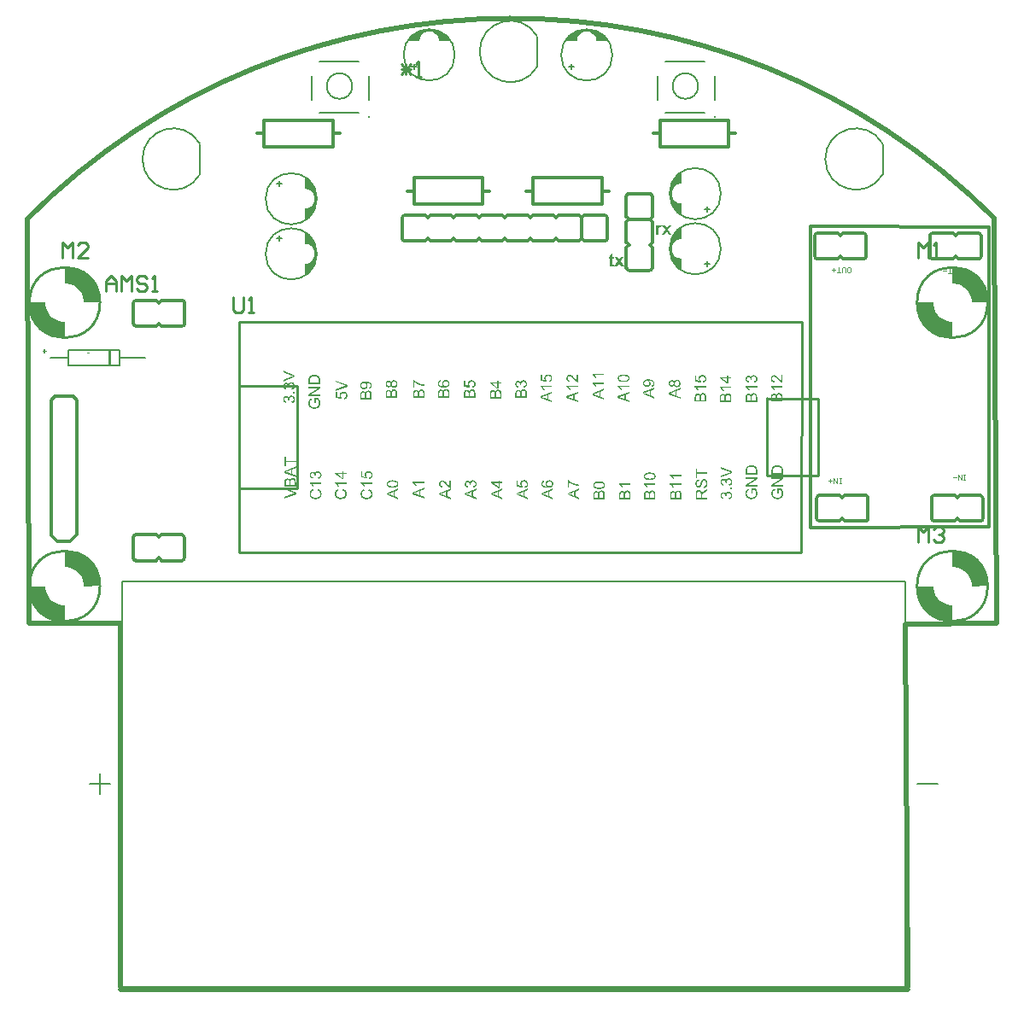
<source format=gto>
G04*
G04 #@! TF.GenerationSoftware,Altium Limited,Altium Designer,23.6.0 (18)*
G04*
G04 Layer_Color=65535*
%FSLAX25Y25*%
%MOIN*%
G70*
G04*
G04 #@! TF.SameCoordinates,D5263B71-C0EA-4B60-9871-AA0EAEE7EF9D*
G04*
G04*
G04 #@! TF.FilePolarity,Positive*
G04*
G01*
G75*
%ADD10C,0.01181*%
%ADD11C,0.00700*%
%ADD12C,0.00600*%
%ADD13C,0.01968*%
%ADD14C,0.01000*%
%ADD15C,0.00787*%
%ADD16C,0.00500*%
%ADD17C,0.00394*%
G36*
X254900Y473400D02*
X257400Y472700D01*
X258900Y471800D01*
X259900Y471000D01*
X260800Y469800D01*
X261500Y469000D01*
X256800D01*
Y469700D01*
X256500Y470700D01*
X256100Y471300D01*
X255400Y471900D01*
X254700Y472400D01*
X254000Y472700D01*
X253000Y472800D01*
X252000Y472700D01*
X251100Y472400D01*
X250300Y471900D01*
X249800Y471200D01*
X249400Y470200D01*
X249200Y469000D01*
X244600D01*
X245100Y470000D01*
X247000Y471700D01*
X249000Y472900D01*
X252100Y473600D01*
X254900Y473400D01*
D02*
G37*
G36*
X205500Y415400D02*
X207200Y413500D01*
X208400Y411500D01*
X209100Y408400D01*
X208900Y405600D01*
X208200Y403100D01*
X207300Y401600D01*
X206500Y400600D01*
X205300Y399700D01*
X204500Y399000D01*
Y403700D01*
X205200D01*
X206200Y404000D01*
X206800Y404400D01*
X207400Y405100D01*
X207900Y405800D01*
X208200Y406500D01*
X208300Y407500D01*
X208200Y408500D01*
X207900Y409400D01*
X207400Y410200D01*
X206700Y410700D01*
X205700Y411100D01*
X204500Y411300D01*
Y415900D01*
X205500Y415400D01*
D02*
G37*
G36*
Y393900D02*
X207200Y392000D01*
X208400Y390000D01*
X209100Y386900D01*
X208900Y384100D01*
X208200Y381600D01*
X207300Y380100D01*
X206500Y379100D01*
X205300Y378200D01*
X204500Y377500D01*
Y382200D01*
X205200D01*
X206200Y382500D01*
X206800Y382900D01*
X207400Y383600D01*
X207900Y384300D01*
X208200Y385000D01*
X208300Y386000D01*
X208200Y387000D01*
X207900Y387900D01*
X207400Y388700D01*
X206700Y389200D01*
X205700Y389600D01*
X204500Y389800D01*
Y394400D01*
X205500Y393900D01*
D02*
G37*
G36*
X113442Y380549D02*
X115187Y380081D01*
X116856Y379390D01*
X118420Y378487D01*
X119853Y377387D01*
X121130Y376110D01*
X122230Y374677D01*
X123133Y373113D01*
X123824Y371444D01*
X124292Y369699D01*
X124528Y367908D01*
X124528Y367005D01*
X124528D01*
X124528Y367005D01*
Y367005D01*
X118248Y366984D01*
X118212Y367719D01*
X117925Y369161D01*
X117362Y370520D01*
X116546Y371742D01*
X115506Y372782D01*
X114284Y373599D01*
X112925Y374161D01*
X111483Y374448D01*
X110748Y374484D01*
X110748Y374484D01*
X110748Y380784D01*
X111651Y380784D01*
X113442Y380549D01*
D02*
G37*
G36*
X103284Y366249D02*
X103571Y364807D01*
X104134Y363449D01*
X104950Y362226D01*
X105990Y361187D01*
X107213Y360370D01*
X108571Y359807D01*
X110013Y359520D01*
X110748Y359484D01*
Y359484D01*
Y353184D01*
X109845Y353184D01*
X108054Y353420D01*
X106309Y353887D01*
X104640Y354579D01*
X103076Y355482D01*
X101643Y356581D01*
X100366Y357859D01*
X99266Y359292D01*
X98363Y360856D01*
X97672Y362525D01*
X97204Y364269D01*
X96968Y366060D01*
X96968Y366964D01*
X96968D01*
X96968Y366964D01*
Y366964D01*
X103248Y366984D01*
X103284Y366249D01*
D02*
G37*
G36*
X124528Y256269D02*
Y256269D01*
X124528D01*
X124528Y256269D01*
D02*
G37*
G36*
X113442Y269812D02*
X115187Y269345D01*
X116856Y268654D01*
X118420Y267751D01*
X119853Y266651D01*
X121130Y265374D01*
X122230Y263941D01*
X123133Y262376D01*
X123824Y260707D01*
X124292Y258963D01*
X124528Y257172D01*
X124528Y256269D01*
X118248Y256248D01*
X118212Y256983D01*
X117925Y258425D01*
X117362Y259784D01*
X116546Y261006D01*
X115506Y262046D01*
X114284Y262862D01*
X112925Y263425D01*
X111483Y263712D01*
X110748Y263748D01*
X110748Y263748D01*
X110748Y270048D01*
X111651Y270048D01*
X113442Y269812D01*
D02*
G37*
G36*
X96968Y256227D02*
X96968D01*
X96968Y256227D01*
Y256227D01*
D02*
G37*
G36*
X103284Y255513D02*
X103571Y254071D01*
X104134Y252713D01*
X104950Y251490D01*
X105990Y250450D01*
X107213Y249634D01*
X108571Y249071D01*
X110013Y248784D01*
X110748Y248748D01*
Y248748D01*
Y242448D01*
X109845Y242448D01*
X108054Y242684D01*
X106309Y243151D01*
X104640Y243842D01*
X103076Y244746D01*
X101643Y245845D01*
X100366Y247122D01*
X99266Y248555D01*
X98363Y250120D01*
X97672Y251788D01*
X97204Y253533D01*
X96968Y255324D01*
X96968Y256227D01*
X103248Y256248D01*
X103284Y255513D01*
D02*
G37*
G36*
X459899Y269812D02*
X461644Y269345D01*
X463312Y268654D01*
X464877Y267751D01*
X466310Y266651D01*
X467587Y265374D01*
X468687Y263941D01*
X469590Y262376D01*
X470281Y260707D01*
X470749Y258963D01*
X470985Y257172D01*
X470985Y256269D01*
X470985D01*
X470985Y256269D01*
Y256269D01*
X464705Y256248D01*
X464669Y256983D01*
X464382Y258425D01*
X463819Y259784D01*
X463002Y261006D01*
X461963Y262046D01*
X460740Y262862D01*
X459382Y263425D01*
X457940Y263712D01*
X457205Y263748D01*
X457205Y263748D01*
X457205Y270048D01*
X458108Y270048D01*
X459899Y269812D01*
D02*
G37*
G36*
X449741Y255513D02*
X450028Y254071D01*
X450590Y252713D01*
X451407Y251490D01*
X452447Y250450D01*
X453669Y249634D01*
X455028Y249071D01*
X456470Y248784D01*
X457205Y248748D01*
Y248748D01*
Y242448D01*
X456302Y242448D01*
X454511Y242684D01*
X452766Y243151D01*
X451097Y243842D01*
X449533Y244746D01*
X448100Y245845D01*
X446822Y247122D01*
X445723Y248555D01*
X444820Y250120D01*
X444128Y251788D01*
X443661Y253533D01*
X443425Y255324D01*
X443425Y256227D01*
X443425D01*
X443425Y256227D01*
Y256227D01*
X449705Y256248D01*
X449741Y255513D01*
D02*
G37*
G36*
X459899Y380549D02*
X461644Y380081D01*
X463312Y379390D01*
X464877Y378487D01*
X466310Y377387D01*
X467587Y376110D01*
X468687Y374677D01*
X469590Y373113D01*
X470281Y371444D01*
X470749Y369699D01*
X470985Y367908D01*
X470985Y367005D01*
X470985D01*
X470985Y367005D01*
Y367005D01*
X464705Y366984D01*
X464669Y367719D01*
X464382Y369161D01*
X463819Y370520D01*
X463002Y371742D01*
X461963Y372782D01*
X460740Y373599D01*
X459382Y374161D01*
X457940Y374448D01*
X457205Y374484D01*
X457205Y374484D01*
X457205Y380784D01*
X458108Y380784D01*
X459899Y380549D01*
D02*
G37*
G36*
X449741Y366249D02*
X450028Y364807D01*
X450590Y363449D01*
X451407Y362226D01*
X452447Y361187D01*
X453669Y360370D01*
X455028Y359807D01*
X456470Y359520D01*
X457205Y359484D01*
Y359484D01*
Y353184D01*
X456302Y353184D01*
X454511Y353420D01*
X452766Y353887D01*
X451097Y354579D01*
X449533Y355482D01*
X448100Y356581D01*
X446822Y357859D01*
X445723Y359292D01*
X444820Y360856D01*
X444128Y362525D01*
X443661Y364269D01*
X443425Y366060D01*
X443425Y366964D01*
X443425D01*
X443425Y366964D01*
Y366964D01*
X449705Y366984D01*
X449741Y366249D01*
D02*
G37*
G36*
X351500Y379600D02*
Y384200D01*
X350300Y384400D01*
X349300Y384800D01*
X348600Y385300D01*
X348100Y386100D01*
X347800Y387000D01*
X347700Y388000D01*
X347800Y389000D01*
X348100Y389700D01*
X348600Y390400D01*
X349200Y391100D01*
X349800Y391500D01*
X350800Y391800D01*
X351500D01*
Y396500D01*
X350700Y395800D01*
X349500Y394900D01*
X348700Y393900D01*
X347800Y392400D01*
X347100Y389900D01*
X346900Y387100D01*
X347600Y384000D01*
X348800Y382000D01*
X350500Y380100D01*
X351500Y379600D01*
D02*
G37*
G36*
Y401100D02*
Y405700D01*
X350300Y405900D01*
X349300Y406300D01*
X348600Y406800D01*
X348100Y407600D01*
X347800Y408500D01*
X347700Y409500D01*
X347800Y410500D01*
X348100Y411200D01*
X348600Y411900D01*
X349200Y412600D01*
X349800Y413000D01*
X350800Y413300D01*
X351500D01*
Y418000D01*
X350700Y417300D01*
X349500Y416400D01*
X348700Y415400D01*
X347800Y413900D01*
X347100Y411400D01*
X346900Y408600D01*
X347600Y405500D01*
X348800Y403500D01*
X350500Y401600D01*
X351500Y401100D01*
D02*
G37*
G36*
X306100Y469000D02*
X310700D01*
X310900Y470200D01*
X311300Y471200D01*
X311800Y471900D01*
X312600Y472400D01*
X313500Y472700D01*
X314500Y472800D01*
X315500Y472700D01*
X316200Y472400D01*
X316900Y471900D01*
X317600Y471300D01*
X318000Y470700D01*
X318300Y469700D01*
Y469000D01*
X323000D01*
X322300Y469800D01*
X321400Y471000D01*
X320400Y471800D01*
X318900Y472700D01*
X316400Y473400D01*
X313600Y473600D01*
X310500Y472900D01*
X308500Y471700D01*
X306600Y470000D01*
X306100Y469000D01*
D02*
G37*
G36*
X343344Y397233D02*
X343425Y397218D01*
X343527Y397196D01*
X343636Y397160D01*
X343745Y397116D01*
X343862Y397050D01*
X343556Y396212D01*
X343548Y396219D01*
X343512Y396234D01*
X343468Y396263D01*
X343410Y396292D01*
X343337Y396321D01*
X343264Y396350D01*
X343184Y396365D01*
X343104Y396372D01*
X343075D01*
X343031Y396365D01*
X342987Y396358D01*
X342936Y396343D01*
X342878Y396321D01*
X342819Y396292D01*
X342761Y396256D01*
X342754Y396248D01*
X342739Y396234D01*
X342710Y396205D01*
X342681Y396161D01*
X342645Y396110D01*
X342608Y396037D01*
X342572Y395949D01*
X342543Y395847D01*
Y395833D01*
X342535Y395811D01*
X342528Y395789D01*
Y395753D01*
X342521Y395709D01*
X342513Y395651D01*
X342506Y395585D01*
X342499Y395512D01*
X342491Y395417D01*
X342484Y395322D01*
Y395206D01*
X342477Y395082D01*
X342470Y394943D01*
Y394790D01*
Y394623D01*
Y393500D01*
X341500D01*
Y397160D01*
X342397D01*
Y396642D01*
X342404Y396649D01*
X342433Y396693D01*
X342477Y396759D01*
X342535Y396839D01*
X342594Y396919D01*
X342666Y396999D01*
X342732Y397072D01*
X342805Y397123D01*
X342812Y397130D01*
X342834Y397145D01*
X342878Y397160D01*
X342929Y397181D01*
X342987Y397203D01*
X343060Y397225D01*
X343133Y397233D01*
X343220Y397240D01*
X343279D01*
X343344Y397233D01*
D02*
G37*
G36*
X346275Y395425D02*
X347624Y393500D01*
X346443D01*
X345692Y394630D01*
X344941Y393500D01*
X343811D01*
X345130Y395381D01*
X343869Y397160D01*
X345050D01*
X345692Y396146D01*
X346377Y397160D01*
X347507D01*
X346275Y395425D01*
D02*
G37*
G36*
X327738Y383005D02*
X329087Y381080D01*
X327906D01*
X327155Y382210D01*
X326404Y381080D01*
X325274D01*
X326594Y382961D01*
X325333Y384740D01*
X326514D01*
X327155Y383727D01*
X327841Y384740D01*
X328971D01*
X327738Y383005D01*
D02*
G37*
G36*
X324414Y384740D02*
X325078D01*
Y383967D01*
X324414D01*
Y382487D01*
Y382480D01*
Y382465D01*
Y382443D01*
Y382414D01*
Y382341D01*
Y382254D01*
X324422Y382166D01*
Y382079D01*
Y382013D01*
X324429Y381984D01*
Y381970D01*
X324436Y381955D01*
X324451Y381926D01*
X324473Y381889D01*
X324516Y381846D01*
X324531Y381838D01*
X324560Y381824D01*
X324611Y381809D01*
X324677Y381802D01*
X324706D01*
X324735Y381809D01*
X324779Y381817D01*
X324837Y381824D01*
X324903Y381838D01*
X324983Y381860D01*
X325070Y381889D01*
X325158Y381138D01*
X325151D01*
X325143Y381131D01*
X325099Y381117D01*
X325027Y381095D01*
X324932Y381073D01*
X324822Y381044D01*
X324691Y381022D01*
X324546Y381007D01*
X324392Y381000D01*
X324349D01*
X324298Y381007D01*
X324232Y381015D01*
X324159Y381022D01*
X324079Y381036D01*
X323999Y381058D01*
X323919Y381087D01*
X323911Y381095D01*
X323882Y381102D01*
X323846Y381124D01*
X323802Y381146D01*
X323700Y381219D01*
X323649Y381262D01*
X323605Y381313D01*
X323598Y381321D01*
X323590Y381343D01*
X323576Y381372D01*
X323554Y381416D01*
X323532Y381467D01*
X323510Y381532D01*
X323488Y381605D01*
X323474Y381685D01*
Y381693D01*
X323467Y381722D01*
Y381766D01*
X323459Y381838D01*
X323452Y381933D01*
Y382050D01*
X323445Y382115D01*
Y382196D01*
Y382276D01*
Y382370D01*
Y383967D01*
X323000D01*
Y384740D01*
X323445D01*
Y385469D01*
X324414Y386037D01*
Y384740D01*
D02*
G37*
G36*
X120450Y347000D02*
X119500D01*
Y347484D01*
X120450D01*
Y347000D01*
D02*
G37*
G36*
X103099Y348103D02*
X103762D01*
Y347652D01*
X103099D01*
Y347000D01*
X102659D01*
Y347652D01*
X102000D01*
Y348103D01*
X102659D01*
Y348755D01*
X103099D01*
Y348103D01*
D02*
G37*
G36*
X221022Y334825D02*
Y334203D01*
X216538Y332467D01*
Y333115D01*
X219797Y334281D01*
X219804D01*
X219817Y334287D01*
X219836Y334294D01*
X219862Y334307D01*
X219901Y334313D01*
X219940Y334326D01*
X220037Y334359D01*
X220147Y334398D01*
X220271Y334436D01*
X220530Y334514D01*
X220523D01*
X220510Y334521D01*
X220491Y334527D01*
X220465Y334534D01*
X220394Y334553D01*
X220297Y334585D01*
X220186Y334618D01*
X220063Y334657D01*
X219934Y334702D01*
X219797Y334754D01*
X216538Y335972D01*
Y336575D01*
X221022Y334825D01*
D02*
G37*
G36*
X219610Y332188D02*
X219661Y332181D01*
X219720Y332175D01*
X219791Y332162D01*
X219862Y332149D01*
X220031Y332110D01*
X220206Y332045D01*
X220297Y332006D01*
X220381Y331955D01*
X220471Y331903D01*
X220556Y331838D01*
X220562Y331831D01*
X220582Y331819D01*
X220607Y331793D01*
X220640Y331760D01*
X220679Y331715D01*
X220731Y331663D01*
X220776Y331598D01*
X220828Y331527D01*
X220880Y331449D01*
X220925Y331358D01*
X220970Y331261D01*
X221016Y331157D01*
X221048Y331047D01*
X221074Y330924D01*
X221094Y330795D01*
X221100Y330659D01*
Y330600D01*
X221094Y330555D01*
X221087Y330503D01*
X221081Y330445D01*
X221074Y330373D01*
X221055Y330302D01*
X221016Y330140D01*
X220957Y329978D01*
X220919Y329894D01*
X220873Y329810D01*
X220821Y329732D01*
X220763Y329654D01*
X220757Y329648D01*
X220750Y329635D01*
X220724Y329622D01*
X220698Y329596D01*
X220666Y329563D01*
X220627Y329531D01*
X220575Y329492D01*
X220517Y329460D01*
X220459Y329421D01*
X220387Y329382D01*
X220232Y329311D01*
X220050Y329252D01*
X219953Y329233D01*
X219849Y329220D01*
X219804Y329797D01*
X219811D01*
X219823D01*
X219843Y329803D01*
X219875Y329810D01*
X219947Y329829D01*
X220044Y329855D01*
X220141Y329894D01*
X220251Y329946D01*
X220348Y330011D01*
X220439Y330088D01*
X220445Y330101D01*
X220471Y330127D01*
X220504Y330179D01*
X220543Y330250D01*
X220582Y330328D01*
X220614Y330425D01*
X220640Y330535D01*
X220646Y330659D01*
Y330697D01*
X220640Y330723D01*
X220633Y330801D01*
X220607Y330892D01*
X220575Y331002D01*
X220523Y331112D01*
X220445Y331229D01*
X220400Y331281D01*
X220348Y331332D01*
X220342Y331339D01*
X220335Y331345D01*
X220316Y331358D01*
X220297Y331378D01*
X220225Y331423D01*
X220134Y331475D01*
X220024Y331520D01*
X219888Y331566D01*
X219726Y331598D01*
X219642Y331611D01*
X219551D01*
X219545D01*
X219532D01*
X219506D01*
X219474Y331605D01*
X219435D01*
X219389Y331598D01*
X219286Y331579D01*
X219163Y331546D01*
X219039Y331501D01*
X218923Y331436D01*
X218813Y331345D01*
X218806D01*
X218800Y331332D01*
X218767Y331300D01*
X218722Y331242D01*
X218670Y331164D01*
X218625Y331060D01*
X218579Y330944D01*
X218547Y330808D01*
X218534Y330730D01*
Y330607D01*
X218540Y330555D01*
X218547Y330490D01*
X218566Y330412D01*
X218586Y330335D01*
X218618Y330250D01*
X218657Y330166D01*
X218664Y330160D01*
X218676Y330134D01*
X218709Y330095D01*
X218741Y330043D01*
X218787Y329991D01*
X218845Y329939D01*
X218903Y329881D01*
X218975Y329836D01*
X218903Y329317D01*
X216596Y329751D01*
Y331980D01*
X217121D01*
Y330186D01*
X218333Y329946D01*
X218327Y329952D01*
X218320Y329965D01*
X218307Y329985D01*
X218288Y330017D01*
X218268Y330056D01*
X218242Y330101D01*
X218191Y330205D01*
X218139Y330335D01*
X218093Y330477D01*
X218061Y330633D01*
X218048Y330710D01*
Y330853D01*
X218054Y330892D01*
X218061Y330944D01*
X218067Y331002D01*
X218080Y331067D01*
X218100Y331138D01*
X218145Y331294D01*
X218178Y331378D01*
X218223Y331462D01*
X218268Y331546D01*
X218320Y331631D01*
X218385Y331708D01*
X218456Y331786D01*
X218463Y331793D01*
X218476Y331805D01*
X218495Y331825D01*
X218527Y331851D01*
X218573Y331883D01*
X218618Y331916D01*
X218676Y331955D01*
X218741Y331993D01*
X218813Y332026D01*
X218890Y332065D01*
X218981Y332097D01*
X219072Y332130D01*
X219169Y332155D01*
X219279Y332175D01*
X219389Y332188D01*
X219506Y332194D01*
X219512D01*
X219532D01*
X219564D01*
X219610Y332188D01*
D02*
G37*
G36*
X228403Y336141D02*
X228487D01*
X228585Y336134D01*
X228682Y336121D01*
X228902Y336102D01*
X229135Y336069D01*
X229356Y336024D01*
X229466Y335992D01*
X229563Y335959D01*
X229570D01*
X229583Y335953D01*
X229609Y335940D01*
X229647Y335927D01*
X229686Y335907D01*
X229738Y335881D01*
X229848Y335817D01*
X229971Y335739D01*
X230101Y335648D01*
X230224Y335531D01*
X230334Y335402D01*
Y335395D01*
X230347Y335383D01*
X230360Y335363D01*
X230373Y335337D01*
X230393Y335298D01*
X230419Y335259D01*
X230445Y335208D01*
X230464Y335156D01*
X230516Y335033D01*
X230561Y334883D01*
X230587Y334721D01*
X230600Y334540D01*
Y334488D01*
X230593Y334456D01*
Y334411D01*
X230587Y334359D01*
X230561Y334236D01*
X230529Y334099D01*
X230477Y333957D01*
X230406Y333814D01*
X230360Y333743D01*
X230308Y333678D01*
X230302Y333672D01*
X230295Y333665D01*
X230276Y333646D01*
X230257Y333626D01*
X230224Y333600D01*
X230185Y333568D01*
X230095Y333503D01*
X229978Y333438D01*
X229835Y333374D01*
X229673Y333322D01*
X229485Y333283D01*
X229440Y333814D01*
X229447D01*
X229460Y333821D01*
X229472D01*
X229498Y333827D01*
X229570Y333847D01*
X229647Y333873D01*
X229738Y333905D01*
X229829Y333950D01*
X229913Y334002D01*
X229984Y334067D01*
X229991Y334073D01*
X230010Y334099D01*
X230036Y334145D01*
X230062Y334197D01*
X230095Y334268D01*
X230120Y334352D01*
X230140Y334449D01*
X230146Y334553D01*
Y334598D01*
X230140Y334644D01*
X230133Y334702D01*
X230120Y334773D01*
X230101Y334845D01*
X230075Y334922D01*
X230036Y334994D01*
X230030Y335000D01*
X230017Y335026D01*
X229991Y335065D01*
X229952Y335104D01*
X229907Y335156D01*
X229855Y335208D01*
X229797Y335259D01*
X229725Y335311D01*
X229719Y335318D01*
X229686Y335331D01*
X229641Y335357D01*
X229583Y335383D01*
X229505Y335415D01*
X229414Y335447D01*
X229310Y335480D01*
X229194Y335512D01*
X229187D01*
X229181Y335519D01*
X229161D01*
X229135Y335525D01*
X229071Y335538D01*
X228987Y335557D01*
X228883Y335570D01*
X228773Y335583D01*
X228649Y335590D01*
X228520Y335596D01*
X228513D01*
X228494D01*
X228462D01*
X228410D01*
X228423Y335590D01*
X228455Y335564D01*
X228501Y335525D01*
X228565Y335480D01*
X228630Y335415D01*
X228701Y335337D01*
X228773Y335246D01*
X228837Y335143D01*
X228844Y335130D01*
X228863Y335091D01*
X228889Y335033D01*
X228915Y334961D01*
X228948Y334864D01*
X228974Y334760D01*
X228993Y334644D01*
X228999Y334521D01*
Y334469D01*
X228993Y334430D01*
X228987Y334378D01*
X228980Y334326D01*
X228967Y334261D01*
X228948Y334197D01*
X228902Y334048D01*
X228870Y333970D01*
X228831Y333892D01*
X228786Y333808D01*
X228727Y333730D01*
X228669Y333652D01*
X228598Y333581D01*
X228591Y333575D01*
X228578Y333562D01*
X228559Y333549D01*
X228526Y333523D01*
X228481Y333490D01*
X228436Y333458D01*
X228377Y333425D01*
X228313Y333393D01*
X228241Y333354D01*
X228164Y333322D01*
X228073Y333289D01*
X227982Y333257D01*
X227878Y333231D01*
X227768Y333218D01*
X227658Y333205D01*
X227535Y333199D01*
X227529D01*
X227503D01*
X227470D01*
X227425Y333205D01*
X227366Y333212D01*
X227295Y333218D01*
X227224Y333231D01*
X227140Y333251D01*
X226971Y333296D01*
X226881Y333328D01*
X226783Y333367D01*
X226693Y333413D01*
X226608Y333471D01*
X226518Y333529D01*
X226440Y333600D01*
X226433Y333607D01*
X226420Y333620D01*
X226401Y333639D01*
X226375Y333672D01*
X226343Y333711D01*
X226304Y333763D01*
X226271Y333814D01*
X226226Y333879D01*
X226187Y333944D01*
X226155Y334022D01*
X226083Y334197D01*
X226058Y334287D01*
X226038Y334391D01*
X226025Y334495D01*
X226019Y334605D01*
Y334650D01*
X226025Y334683D01*
Y334715D01*
X226032Y334760D01*
X226051Y334871D01*
X226077Y334994D01*
X226122Y335130D01*
X226181Y335266D01*
X226258Y335402D01*
Y335408D01*
X226271Y335415D01*
X226284Y335434D01*
X226304Y335460D01*
X226356Y335525D01*
X226427Y335609D01*
X226524Y335694D01*
X226641Y335791D01*
X226777Y335875D01*
X226932Y335953D01*
X226939D01*
X226952Y335959D01*
X226978Y335972D01*
X227010Y335985D01*
X227055Y335998D01*
X227114Y336017D01*
X227179Y336031D01*
X227250Y336050D01*
X227334Y336069D01*
X227431Y336089D01*
X227535Y336102D01*
X227645Y336115D01*
X227768Y336128D01*
X227898Y336141D01*
X228040Y336147D01*
X228189D01*
X228196D01*
X228228D01*
X228274D01*
X228332D01*
X228403Y336141D01*
D02*
G37*
G36*
X229336Y332603D02*
X229414Y332590D01*
X229505Y332577D01*
X229602Y332551D01*
X229706Y332518D01*
X229809Y332473D01*
X229822Y332467D01*
X229855Y332447D01*
X229900Y332421D01*
X229965Y332382D01*
X230030Y332330D01*
X230101Y332279D01*
X230172Y332214D01*
X230231Y332142D01*
X230237Y332136D01*
X230257Y332110D01*
X230282Y332065D01*
X230308Y332006D01*
X230347Y331935D01*
X230386Y331851D01*
X230419Y331760D01*
X230451Y331650D01*
Y331637D01*
X230464Y331598D01*
X230470Y331533D01*
X230483Y331449D01*
X230496Y331345D01*
X230509Y331222D01*
X230516Y331086D01*
X230522Y330931D01*
Y329220D01*
X226038D01*
Y330983D01*
X226045Y331028D01*
Y331080D01*
X226058Y331196D01*
X226070Y331326D01*
X226096Y331462D01*
X226129Y331598D01*
X226174Y331721D01*
Y331728D01*
X226181Y331734D01*
X226200Y331773D01*
X226233Y331831D01*
X226278Y331896D01*
X226336Y331974D01*
X226407Y332058D01*
X226498Y332136D01*
X226595Y332207D01*
X226608Y332214D01*
X226647Y332233D01*
X226699Y332266D01*
X226777Y332298D01*
X226868Y332330D01*
X226965Y332363D01*
X227075Y332382D01*
X227185Y332389D01*
X227198D01*
X227230D01*
X227289Y332382D01*
X227360Y332369D01*
X227444Y332350D01*
X227535Y332317D01*
X227626Y332279D01*
X227723Y332227D01*
X227736Y332220D01*
X227762Y332201D01*
X227814Y332162D01*
X227865Y332110D01*
X227930Y332045D01*
X228001Y331967D01*
X228066Y331870D01*
X228131Y331760D01*
Y331767D01*
X228138Y331780D01*
X228144Y331799D01*
X228157Y331825D01*
X228183Y331903D01*
X228228Y331993D01*
X228287Y332091D01*
X228358Y332201D01*
X228442Y332298D01*
X228546Y332389D01*
X228559Y332395D01*
X228598Y332421D01*
X228656Y332460D01*
X228734Y332499D01*
X228837Y332538D01*
X228948Y332577D01*
X229077Y332603D01*
X229220Y332609D01*
X229226D01*
X229233D01*
X229272D01*
X229336Y332603D01*
D02*
G37*
G36*
X239343Y336641D02*
X239388Y336634D01*
X239447Y336628D01*
X239511Y336615D01*
X239583Y336595D01*
X239732Y336550D01*
X239816Y336518D01*
X239894Y336472D01*
X239978Y336427D01*
X240056Y336375D01*
X240133Y336310D01*
X240211Y336239D01*
X240218Y336232D01*
X240231Y336219D01*
X240250Y336200D01*
X240269Y336168D01*
X240302Y336122D01*
X240334Y336077D01*
X240367Y336019D01*
X240406Y335954D01*
X240444Y335882D01*
X240477Y335798D01*
X240509Y335707D01*
X240542Y335617D01*
X240561Y335513D01*
X240581Y335403D01*
X240594Y335293D01*
X240600Y335170D01*
Y335105D01*
X240594Y335059D01*
X240587Y335001D01*
X240581Y334936D01*
X240568Y334865D01*
X240548Y334787D01*
X240503Y334612D01*
X240470Y334522D01*
X240438Y334437D01*
X240393Y334347D01*
X240341Y334256D01*
X240283Y334172D01*
X240211Y334094D01*
X240205Y334087D01*
X240192Y334075D01*
X240172Y334055D01*
X240140Y334029D01*
X240101Y334003D01*
X240056Y333964D01*
X240004Y333932D01*
X239939Y333893D01*
X239874Y333854D01*
X239796Y333822D01*
X239634Y333757D01*
X239537Y333731D01*
X239440Y333712D01*
X239336Y333699D01*
X239233Y333692D01*
X239226D01*
X239213D01*
X239187D01*
X239161Y333699D01*
X239123D01*
X239077Y333705D01*
X238973Y333718D01*
X238857Y333744D01*
X238740Y333783D01*
X238617Y333841D01*
X238500Y333913D01*
X238494D01*
X238488Y333926D01*
X238455Y333951D01*
X238403Y334003D01*
X238338Y334075D01*
X238274Y334165D01*
X238202Y334275D01*
X238144Y334399D01*
X238099Y334548D01*
Y334541D01*
X238092Y334535D01*
X238086Y334515D01*
X238073Y334489D01*
X238047Y334431D01*
X238008Y334353D01*
X237956Y334269D01*
X237891Y334185D01*
X237820Y334107D01*
X237742Y334036D01*
X237729Y334029D01*
X237703Y334010D01*
X237652Y333984D01*
X237587Y333958D01*
X237503Y333926D01*
X237405Y333900D01*
X237295Y333880D01*
X237179Y333874D01*
X237172D01*
X237159D01*
X237133D01*
X237094Y333880D01*
X237055Y333887D01*
X237004Y333893D01*
X236893Y333919D01*
X236764Y333958D01*
X236628Y334023D01*
X236557Y334062D01*
X236485Y334107D01*
X236420Y334165D01*
X236356Y334224D01*
X236349Y334230D01*
X236343Y334243D01*
X236323Y334262D01*
X236304Y334288D01*
X236278Y334321D01*
X236252Y334366D01*
X236220Y334418D01*
X236187Y334470D01*
X236155Y334535D01*
X236122Y334606D01*
X236096Y334684D01*
X236070Y334768D01*
X236032Y334949D01*
X236025Y335053D01*
X236019Y335157D01*
Y335215D01*
X236025Y335254D01*
X236032Y335306D01*
X236038Y335364D01*
X236045Y335429D01*
X236064Y335494D01*
X236103Y335649D01*
X236161Y335805D01*
X236200Y335882D01*
X236245Y335960D01*
X236304Y336032D01*
X236362Y336103D01*
X236369Y336109D01*
X236375Y336116D01*
X236395Y336135D01*
X236420Y336161D01*
X236459Y336187D01*
X236498Y336219D01*
X236595Y336284D01*
X236719Y336349D01*
X236861Y336407D01*
X237023Y336453D01*
X237107Y336459D01*
X237198Y336466D01*
X237205D01*
X237211D01*
X237250D01*
X237308Y336459D01*
X237379Y336446D01*
X237470Y336427D01*
X237561Y336394D01*
X237652Y336355D01*
X237742Y336297D01*
X237755Y336291D01*
X237781Y336265D01*
X237820Y336226D01*
X237872Y336174D01*
X237930Y336103D01*
X237989Y336019D01*
X238047Y335921D01*
X238099Y335805D01*
Y335811D01*
X238105Y335824D01*
X238112Y335844D01*
X238125Y335870D01*
X238157Y335947D01*
X238202Y336038D01*
X238267Y336135D01*
X238338Y336239D01*
X238429Y336336D01*
X238533Y336427D01*
X238539D01*
X238546Y336433D01*
X238585Y336459D01*
X238650Y336498D01*
X238734Y336537D01*
X238837Y336576D01*
X238961Y336615D01*
X239097Y336641D01*
X239246Y336647D01*
X239252D01*
X239272D01*
X239304D01*
X239343Y336641D01*
D02*
G37*
G36*
X239336Y333103D02*
X239414Y333090D01*
X239505Y333077D01*
X239602Y333051D01*
X239706Y333018D01*
X239809Y332973D01*
X239822Y332966D01*
X239855Y332947D01*
X239900Y332921D01*
X239965Y332882D01*
X240030Y332830D01*
X240101Y332779D01*
X240172Y332714D01*
X240231Y332643D01*
X240237Y332636D01*
X240257Y332610D01*
X240283Y332565D01*
X240308Y332506D01*
X240347Y332435D01*
X240386Y332351D01*
X240419Y332260D01*
X240451Y332150D01*
Y332137D01*
X240464Y332098D01*
X240470Y332033D01*
X240483Y331949D01*
X240496Y331845D01*
X240509Y331722D01*
X240516Y331586D01*
X240522Y331431D01*
Y329720D01*
X236038D01*
Y331483D01*
X236045Y331528D01*
Y331580D01*
X236057Y331696D01*
X236070Y331826D01*
X236096Y331962D01*
X236129Y332098D01*
X236174Y332221D01*
Y332228D01*
X236181Y332234D01*
X236200Y332273D01*
X236232Y332331D01*
X236278Y332396D01*
X236336Y332474D01*
X236407Y332558D01*
X236498Y332636D01*
X236595Y332707D01*
X236608Y332714D01*
X236647Y332733D01*
X236699Y332766D01*
X236777Y332798D01*
X236867Y332830D01*
X236965Y332863D01*
X237075Y332882D01*
X237185Y332889D01*
X237198D01*
X237230D01*
X237289Y332882D01*
X237360Y332869D01*
X237444Y332850D01*
X237535Y332817D01*
X237626Y332779D01*
X237723Y332727D01*
X237736Y332720D01*
X237762Y332701D01*
X237814Y332662D01*
X237865Y332610D01*
X237930Y332545D01*
X238001Y332468D01*
X238066Y332370D01*
X238131Y332260D01*
Y332267D01*
X238138Y332280D01*
X238144Y332299D01*
X238157Y332325D01*
X238183Y332403D01*
X238228Y332493D01*
X238287Y332591D01*
X238358Y332701D01*
X238442Y332798D01*
X238546Y332889D01*
X238559Y332895D01*
X238598Y332921D01*
X238656Y332960D01*
X238734Y332999D01*
X238837Y333038D01*
X238948Y333077D01*
X239077Y333103D01*
X239220Y333109D01*
X239226D01*
X239233D01*
X239272D01*
X239336Y333103D01*
D02*
G37*
G36*
X200522Y338548D02*
Y337926D01*
X196038Y336189D01*
Y336837D01*
X199297Y338004D01*
X199304D01*
X199317Y338010D01*
X199336Y338017D01*
X199362Y338030D01*
X199401Y338036D01*
X199440Y338049D01*
X199537Y338082D01*
X199647Y338120D01*
X199771Y338159D01*
X200030Y338237D01*
X200023D01*
X200010Y338244D01*
X199991Y338250D01*
X199965Y338257D01*
X199894Y338276D01*
X199796Y338308D01*
X199686Y338341D01*
X199563Y338380D01*
X199434Y338425D01*
X199297Y338477D01*
X196038Y339695D01*
Y340298D01*
X200522Y338548D01*
D02*
G37*
G36*
X199297Y335878D02*
X199349Y335872D01*
X199408Y335859D01*
X199472Y335846D01*
X199544Y335833D01*
X199699Y335781D01*
X199784Y335742D01*
X199861Y335703D01*
X199945Y335651D01*
X200030Y335593D01*
X200114Y335528D01*
X200192Y335451D01*
X200198Y335444D01*
X200211Y335431D01*
X200231Y335405D01*
X200257Y335373D01*
X200289Y335334D01*
X200321Y335282D01*
X200360Y335224D01*
X200393Y335153D01*
X200431Y335081D01*
X200470Y334997D01*
X200503Y334913D01*
X200535Y334816D01*
X200561Y334712D01*
X200581Y334602D01*
X200593Y334492D01*
X200600Y334368D01*
Y334310D01*
X200593Y334271D01*
X200587Y334219D01*
X200581Y334161D01*
X200568Y334096D01*
X200555Y334025D01*
X200516Y333870D01*
X200451Y333707D01*
X200412Y333623D01*
X200367Y333545D01*
X200308Y333468D01*
X200250Y333390D01*
X200244Y333383D01*
X200231Y333371D01*
X200211Y333351D01*
X200185Y333332D01*
X200153Y333299D01*
X200108Y333267D01*
X200062Y333228D01*
X200004Y333189D01*
X199939Y333150D01*
X199874Y333111D01*
X199719Y333040D01*
X199537Y332982D01*
X199440Y332962D01*
X199336Y332949D01*
X199265Y333500D01*
X199272D01*
X199285Y333507D01*
X199311Y333513D01*
X199343Y333520D01*
X199382Y333526D01*
X199427Y333539D01*
X199524Y333571D01*
X199641Y333617D01*
X199751Y333675D01*
X199855Y333740D01*
X199945Y333818D01*
X199952Y333831D01*
X199978Y333857D01*
X200010Y333908D01*
X200043Y333973D01*
X200082Y334051D01*
X200114Y334148D01*
X200140Y334258D01*
X200146Y334375D01*
Y334414D01*
X200140Y334440D01*
X200133Y334511D01*
X200114Y334602D01*
X200082Y334705D01*
X200036Y334816D01*
X199971Y334926D01*
X199881Y335029D01*
X199868Y335042D01*
X199829Y335075D01*
X199771Y335114D01*
X199693Y335166D01*
X199596Y335217D01*
X199485Y335256D01*
X199356Y335289D01*
X199213Y335302D01*
X199207D01*
X199194D01*
X199174D01*
X199148Y335295D01*
X199077Y335289D01*
X198993Y335269D01*
X198889Y335243D01*
X198786Y335198D01*
X198682Y335133D01*
X198585Y335049D01*
X198572Y335036D01*
X198546Y335003D01*
X198507Y334952D01*
X198462Y334880D01*
X198416Y334790D01*
X198377Y334680D01*
X198351Y334556D01*
X198338Y334420D01*
Y334362D01*
X198345Y334317D01*
X198351Y334258D01*
X198364Y334193D01*
X198377Y334116D01*
X198397Y334032D01*
X197911Y334096D01*
Y334129D01*
X197917Y334155D01*
Y334239D01*
X197904Y334310D01*
X197891Y334394D01*
X197872Y334492D01*
X197839Y334602D01*
X197794Y334705D01*
X197736Y334816D01*
Y334822D01*
X197729Y334829D01*
X197703Y334861D01*
X197658Y334906D01*
X197600Y334958D01*
X197515Y335010D01*
X197418Y335055D01*
X197308Y335088D01*
X197243Y335101D01*
X197172D01*
X197166D01*
X197159D01*
X197120D01*
X197068Y335088D01*
X196997Y335075D01*
X196919Y335049D01*
X196835Y335016D01*
X196751Y334965D01*
X196673Y334893D01*
X196667Y334887D01*
X196641Y334855D01*
X196608Y334809D01*
X196569Y334751D01*
X196537Y334673D01*
X196505Y334582D01*
X196479Y334479D01*
X196472Y334362D01*
Y334310D01*
X196485Y334252D01*
X196498Y334174D01*
X196524Y334090D01*
X196556Y334006D01*
X196608Y333915D01*
X196673Y333831D01*
X196680Y333824D01*
X196712Y333798D01*
X196757Y333759D01*
X196822Y333714D01*
X196906Y333669D01*
X197010Y333623D01*
X197133Y333584D01*
X197276Y333559D01*
X197179Y333008D01*
X197172D01*
X197153Y333014D01*
X197127Y333021D01*
X197088Y333027D01*
X197043Y333040D01*
X196991Y333060D01*
X196868Y333098D01*
X196725Y333163D01*
X196582Y333241D01*
X196446Y333338D01*
X196323Y333461D01*
X196317Y333468D01*
X196310Y333481D01*
X196297Y333500D01*
X196278Y333526D01*
X196252Y333559D01*
X196226Y333604D01*
X196200Y333649D01*
X196168Y333707D01*
X196116Y333837D01*
X196064Y333986D01*
X196032Y334161D01*
X196019Y334252D01*
Y334414D01*
X196025Y334485D01*
X196038Y334569D01*
X196057Y334673D01*
X196090Y334790D01*
X196129Y334906D01*
X196181Y335023D01*
Y335029D01*
X196187Y335036D01*
X196207Y335075D01*
X196245Y335133D01*
X196291Y335198D01*
X196356Y335276D01*
X196427Y335353D01*
X196511Y335431D01*
X196608Y335496D01*
X196621Y335503D01*
X196654Y335522D01*
X196712Y335548D01*
X196783Y335580D01*
X196868Y335613D01*
X196965Y335639D01*
X197075Y335658D01*
X197185Y335665D01*
X197198D01*
X197237D01*
X197289Y335658D01*
X197360Y335645D01*
X197444Y335626D01*
X197535Y335593D01*
X197626Y335554D01*
X197716Y335503D01*
X197729Y335496D01*
X197755Y335477D01*
X197801Y335438D01*
X197853Y335386D01*
X197911Y335321D01*
X197976Y335243D01*
X198034Y335153D01*
X198092Y335042D01*
Y335049D01*
X198099Y335062D01*
X198105Y335081D01*
X198112Y335107D01*
X198138Y335178D01*
X198177Y335269D01*
X198228Y335373D01*
X198293Y335477D01*
X198377Y335574D01*
X198475Y335665D01*
X198487Y335671D01*
X198526Y335697D01*
X198591Y335736D01*
X198675Y335775D01*
X198779Y335813D01*
X198902Y335852D01*
X199045Y335878D01*
X199200Y335885D01*
X199207D01*
X199226D01*
X199259D01*
X199297Y335878D01*
D02*
G37*
G36*
X200522Y331511D02*
X199894D01*
Y332139D01*
X200522D01*
Y331511D01*
D02*
G37*
G36*
X199297Y330649D02*
X199349Y330643D01*
X199408Y330629D01*
X199472Y330617D01*
X199544Y330604D01*
X199699Y330552D01*
X199784Y330513D01*
X199861Y330474D01*
X199945Y330422D01*
X200030Y330364D01*
X200114Y330299D01*
X200192Y330221D01*
X200198Y330215D01*
X200211Y330202D01*
X200231Y330176D01*
X200257Y330143D01*
X200289Y330105D01*
X200321Y330053D01*
X200360Y329995D01*
X200393Y329923D01*
X200431Y329852D01*
X200470Y329768D01*
X200503Y329683D01*
X200535Y329586D01*
X200561Y329483D01*
X200581Y329372D01*
X200593Y329262D01*
X200600Y329139D01*
Y329081D01*
X200593Y329042D01*
X200587Y328990D01*
X200581Y328932D01*
X200568Y328867D01*
X200555Y328796D01*
X200516Y328640D01*
X200451Y328478D01*
X200412Y328394D01*
X200367Y328316D01*
X200308Y328238D01*
X200250Y328161D01*
X200244Y328154D01*
X200231Y328141D01*
X200211Y328122D01*
X200185Y328102D01*
X200153Y328070D01*
X200108Y328038D01*
X200062Y327999D01*
X200004Y327960D01*
X199939Y327921D01*
X199874Y327882D01*
X199719Y327811D01*
X199537Y327752D01*
X199440Y327733D01*
X199336Y327720D01*
X199265Y328271D01*
X199272D01*
X199285Y328277D01*
X199311Y328284D01*
X199343Y328290D01*
X199382Y328297D01*
X199427Y328310D01*
X199524Y328342D01*
X199641Y328387D01*
X199751Y328446D01*
X199855Y328511D01*
X199945Y328588D01*
X199952Y328601D01*
X199978Y328627D01*
X200010Y328679D01*
X200043Y328744D01*
X200082Y328822D01*
X200114Y328919D01*
X200140Y329029D01*
X200146Y329146D01*
Y329185D01*
X200140Y329210D01*
X200133Y329282D01*
X200114Y329372D01*
X200082Y329476D01*
X200036Y329586D01*
X199971Y329696D01*
X199881Y329800D01*
X199868Y329813D01*
X199829Y329845D01*
X199771Y329884D01*
X199693Y329936D01*
X199596Y329988D01*
X199485Y330027D01*
X199356Y330059D01*
X199213Y330072D01*
X199207D01*
X199194D01*
X199174D01*
X199148Y330066D01*
X199077Y330059D01*
X198993Y330040D01*
X198889Y330014D01*
X198786Y329969D01*
X198682Y329904D01*
X198585Y329819D01*
X198572Y329807D01*
X198546Y329774D01*
X198507Y329722D01*
X198462Y329651D01*
X198416Y329560D01*
X198377Y329450D01*
X198351Y329327D01*
X198338Y329191D01*
Y329133D01*
X198345Y329087D01*
X198351Y329029D01*
X198364Y328964D01*
X198377Y328886D01*
X198397Y328802D01*
X197911Y328867D01*
Y328899D01*
X197917Y328925D01*
Y329010D01*
X197904Y329081D01*
X197891Y329165D01*
X197872Y329262D01*
X197839Y329372D01*
X197794Y329476D01*
X197736Y329586D01*
Y329593D01*
X197729Y329599D01*
X197703Y329632D01*
X197658Y329677D01*
X197600Y329729D01*
X197515Y329781D01*
X197418Y329826D01*
X197308Y329858D01*
X197243Y329871D01*
X197172D01*
X197166D01*
X197159D01*
X197120D01*
X197068Y329858D01*
X196997Y329845D01*
X196919Y329819D01*
X196835Y329787D01*
X196751Y329735D01*
X196673Y329664D01*
X196667Y329658D01*
X196641Y329625D01*
X196608Y329580D01*
X196569Y329521D01*
X196537Y329444D01*
X196505Y329353D01*
X196479Y329249D01*
X196472Y329133D01*
Y329081D01*
X196485Y329023D01*
X196498Y328945D01*
X196524Y328860D01*
X196556Y328776D01*
X196608Y328685D01*
X196673Y328601D01*
X196680Y328595D01*
X196712Y328569D01*
X196757Y328530D01*
X196822Y328485D01*
X196906Y328439D01*
X197010Y328394D01*
X197133Y328355D01*
X197276Y328329D01*
X197179Y327778D01*
X197172D01*
X197153Y327785D01*
X197127Y327791D01*
X197088Y327798D01*
X197043Y327811D01*
X196991Y327830D01*
X196868Y327869D01*
X196725Y327934D01*
X196582Y328012D01*
X196446Y328109D01*
X196323Y328232D01*
X196317Y328238D01*
X196310Y328251D01*
X196297Y328271D01*
X196278Y328297D01*
X196252Y328329D01*
X196226Y328375D01*
X196200Y328420D01*
X196168Y328478D01*
X196116Y328608D01*
X196064Y328757D01*
X196032Y328932D01*
X196019Y329023D01*
Y329185D01*
X196025Y329256D01*
X196038Y329340D01*
X196057Y329444D01*
X196090Y329560D01*
X196129Y329677D01*
X196181Y329794D01*
Y329800D01*
X196187Y329807D01*
X196207Y329845D01*
X196245Y329904D01*
X196291Y329969D01*
X196356Y330046D01*
X196427Y330124D01*
X196511Y330202D01*
X196608Y330267D01*
X196621Y330273D01*
X196654Y330293D01*
X196712Y330318D01*
X196783Y330351D01*
X196868Y330383D01*
X196965Y330409D01*
X197075Y330429D01*
X197185Y330435D01*
X197198D01*
X197237D01*
X197289Y330429D01*
X197360Y330416D01*
X197444Y330396D01*
X197535Y330364D01*
X197626Y330325D01*
X197716Y330273D01*
X197729Y330267D01*
X197755Y330247D01*
X197801Y330208D01*
X197853Y330156D01*
X197911Y330092D01*
X197976Y330014D01*
X198034Y329923D01*
X198092Y329813D01*
Y329819D01*
X198099Y329833D01*
X198105Y329852D01*
X198112Y329878D01*
X198138Y329949D01*
X198177Y330040D01*
X198228Y330143D01*
X198293Y330247D01*
X198377Y330344D01*
X198475Y330435D01*
X198487Y330442D01*
X198526Y330468D01*
X198591Y330506D01*
X198675Y330545D01*
X198779Y330584D01*
X198902Y330623D01*
X199045Y330649D01*
X199200Y330655D01*
X199207D01*
X199226D01*
X199259D01*
X199297Y330649D01*
D02*
G37*
G36*
X208290Y338752D02*
X208342D01*
X208465Y338745D01*
X208608Y338726D01*
X208757Y338706D01*
X208912Y338674D01*
X209068Y338635D01*
X209074D01*
X209087Y338629D01*
X209107Y338622D01*
X209133Y338615D01*
X209204Y338590D01*
X209295Y338551D01*
X209398Y338512D01*
X209502Y338460D01*
X209612Y338395D01*
X209716Y338330D01*
X209729Y338324D01*
X209761Y338298D01*
X209807Y338259D01*
X209865Y338207D01*
X209930Y338149D01*
X209995Y338078D01*
X210066Y338006D01*
X210124Y337922D01*
X210131Y337909D01*
X210150Y337883D01*
X210176Y337838D01*
X210208Y337773D01*
X210247Y337695D01*
X210280Y337605D01*
X210319Y337501D01*
X210351Y337384D01*
Y337371D01*
X210357Y337352D01*
X210364Y337333D01*
X210370Y337268D01*
X210383Y337177D01*
X210396Y337073D01*
X210409Y336950D01*
X210416Y336814D01*
X210422Y336665D01*
Y335051D01*
X205938D01*
Y336775D01*
X205945Y336892D01*
X205951Y337021D01*
X205964Y337151D01*
X205983Y337281D01*
X206003Y337391D01*
Y337397D01*
X206009Y337410D01*
Y337430D01*
X206022Y337456D01*
X206042Y337527D01*
X206074Y337618D01*
X206119Y337721D01*
X206178Y337831D01*
X206243Y337942D01*
X206327Y338045D01*
X206333Y338052D01*
X206340Y338058D01*
X206359Y338078D01*
X206379Y338104D01*
X206444Y338168D01*
X206534Y338246D01*
X206644Y338330D01*
X206774Y338421D01*
X206923Y338505D01*
X207091Y338577D01*
X207098D01*
X207111Y338583D01*
X207137Y338596D01*
X207176Y338603D01*
X207221Y338622D01*
X207273Y338635D01*
X207331Y338648D01*
X207403Y338667D01*
X207474Y338687D01*
X207558Y338700D01*
X207739Y338732D01*
X207940Y338752D01*
X208161Y338758D01*
X208167D01*
X208180D01*
X208213D01*
X208245D01*
X208290Y338752D01*
D02*
G37*
G36*
X210422Y333438D02*
X206904Y331092D01*
X210422D01*
Y330522D01*
X205938D01*
Y331131D01*
X209463Y333483D01*
X205938D01*
Y334054D01*
X210422D01*
Y333438D01*
D02*
G37*
G36*
X209807Y329647D02*
X209813Y329634D01*
X209833Y329608D01*
X209858Y329576D01*
X209884Y329537D01*
X209917Y329492D01*
X209956Y329433D01*
X209995Y329375D01*
X210079Y329239D01*
X210170Y329083D01*
X210254Y328921D01*
X210325Y328747D01*
Y328740D01*
X210332Y328727D01*
X210338Y328701D01*
X210351Y328669D01*
X210364Y328623D01*
X210383Y328572D01*
X210396Y328513D01*
X210409Y328455D01*
X210442Y328312D01*
X210474Y328150D01*
X210493Y327975D01*
X210500Y327794D01*
Y327729D01*
X210493Y327684D01*
Y327625D01*
X210487Y327554D01*
X210474Y327476D01*
X210468Y327392D01*
X210429Y327204D01*
X210383Y327003D01*
X210312Y326796D01*
X210273Y326692D01*
X210221Y326589D01*
X210215Y326582D01*
X210208Y326563D01*
X210189Y326537D01*
X210170Y326498D01*
X210137Y326453D01*
X210105Y326407D01*
X210014Y326284D01*
X209897Y326154D01*
X209755Y326018D01*
X209593Y325889D01*
X209405Y325772D01*
X209398D01*
X209379Y325759D01*
X209353Y325746D01*
X209308Y325727D01*
X209262Y325707D01*
X209197Y325688D01*
X209133Y325662D01*
X209055Y325636D01*
X208971Y325610D01*
X208874Y325584D01*
X208776Y325565D01*
X208673Y325545D01*
X208446Y325513D01*
X208206Y325500D01*
X208200D01*
X208174D01*
X208141D01*
X208096Y325506D01*
X208038D01*
X207966Y325513D01*
X207895Y325526D01*
X207811Y325532D01*
X207720Y325552D01*
X207623Y325565D01*
X207416Y325617D01*
X207202Y325681D01*
X206988Y325772D01*
X206981Y325779D01*
X206962Y325785D01*
X206936Y325798D01*
X206897Y325824D01*
X206845Y325850D01*
X206793Y325882D01*
X206670Y325973D01*
X206528Y326083D01*
X206392Y326219D01*
X206256Y326375D01*
X206197Y326466D01*
X206139Y326556D01*
X206133Y326563D01*
X206126Y326582D01*
X206113Y326608D01*
X206094Y326647D01*
X206074Y326699D01*
X206048Y326757D01*
X206022Y326822D01*
X205996Y326900D01*
X205971Y326984D01*
X205951Y327075D01*
X205925Y327172D01*
X205906Y327275D01*
X205873Y327502D01*
X205860Y327619D01*
Y327826D01*
X205867Y327865D01*
Y327917D01*
X205880Y328040D01*
X205899Y328176D01*
X205932Y328319D01*
X205971Y328474D01*
X206022Y328623D01*
Y328630D01*
X206029Y328643D01*
X206035Y328662D01*
X206048Y328688D01*
X206087Y328759D01*
X206133Y328850D01*
X206197Y328947D01*
X206275Y329051D01*
X206359Y329148D01*
X206463Y329239D01*
X206476Y329252D01*
X206515Y329278D01*
X206573Y329317D01*
X206657Y329369D01*
X206761Y329420D01*
X206891Y329479D01*
X207033Y329537D01*
X207195Y329582D01*
X207338Y329045D01*
X207331D01*
X207325Y329038D01*
X207305Y329032D01*
X207279Y329025D01*
X207221Y329006D01*
X207143Y328980D01*
X207053Y328941D01*
X206968Y328895D01*
X206878Y328850D01*
X206800Y328792D01*
X206793Y328785D01*
X206768Y328766D01*
X206735Y328727D01*
X206690Y328682D01*
X206638Y328623D01*
X206586Y328546D01*
X206534Y328461D01*
X206489Y328364D01*
X206482Y328351D01*
X206469Y328319D01*
X206450Y328260D01*
X206424Y328183D01*
X206405Y328092D01*
X206385Y327988D01*
X206372Y327872D01*
X206366Y327749D01*
Y327677D01*
X206372Y327645D01*
Y327606D01*
X206379Y327509D01*
X206398Y327399D01*
X206418Y327275D01*
X206450Y327159D01*
X206495Y327042D01*
X206502Y327029D01*
X206515Y326990D01*
X206547Y326939D01*
X206580Y326874D01*
X206631Y326796D01*
X206683Y326712D01*
X206748Y326634D01*
X206819Y326563D01*
X206826Y326556D01*
X206852Y326530D01*
X206897Y326498D01*
X206949Y326459D01*
X207014Y326414D01*
X207091Y326368D01*
X207176Y326323D01*
X207266Y326278D01*
X207273D01*
X207286Y326271D01*
X207305Y326265D01*
X207338Y326252D01*
X207377Y326239D01*
X207422Y326226D01*
X207474Y326206D01*
X207532Y326193D01*
X207668Y326161D01*
X207824Y326135D01*
X207986Y326116D01*
X208167Y326109D01*
X208174D01*
X208193D01*
X208225D01*
X208264Y326116D01*
X208316D01*
X208381Y326122D01*
X208446Y326129D01*
X208517Y326135D01*
X208679Y326161D01*
X208848Y326193D01*
X209016Y326245D01*
X209178Y326310D01*
X209185D01*
X209197Y326323D01*
X209217Y326329D01*
X209243Y326349D01*
X209314Y326394D01*
X209405Y326466D01*
X209502Y326550D01*
X209599Y326653D01*
X209690Y326777D01*
X209774Y326913D01*
Y326919D01*
X209781Y326932D01*
X209794Y326952D01*
X209807Y326984D01*
X209820Y327016D01*
X209833Y327062D01*
X209871Y327165D01*
X209904Y327295D01*
X209936Y327437D01*
X209962Y327593D01*
X209969Y327755D01*
Y327820D01*
X209962Y327859D01*
Y327898D01*
X209949Y327995D01*
X209936Y328111D01*
X209910Y328235D01*
X209871Y328371D01*
X209826Y328507D01*
Y328513D01*
X209820Y328526D01*
X209813Y328539D01*
X209800Y328565D01*
X209768Y328636D01*
X209729Y328714D01*
X209683Y328805D01*
X209632Y328902D01*
X209573Y328993D01*
X209509Y329070D01*
X208666D01*
Y327749D01*
X208135D01*
Y329654D01*
X209800D01*
X209807Y329647D01*
D02*
G37*
G36*
X290110Y297633D02*
X290161Y297627D01*
X290220Y297620D01*
X290291Y297607D01*
X290362Y297594D01*
X290531Y297555D01*
X290706Y297491D01*
X290796Y297452D01*
X290881Y297400D01*
X290971Y297348D01*
X291056Y297283D01*
X291062Y297277D01*
X291082Y297264D01*
X291108Y297238D01*
X291140Y297205D01*
X291179Y297160D01*
X291231Y297108D01*
X291276Y297043D01*
X291328Y296972D01*
X291380Y296894D01*
X291425Y296804D01*
X291470Y296707D01*
X291516Y296603D01*
X291548Y296493D01*
X291574Y296370D01*
X291594Y296240D01*
X291600Y296104D01*
Y296045D01*
X291594Y296000D01*
X291587Y295948D01*
X291581Y295890D01*
X291574Y295819D01*
X291555Y295747D01*
X291516Y295585D01*
X291457Y295423D01*
X291419Y295339D01*
X291373Y295255D01*
X291321Y295177D01*
X291263Y295099D01*
X291257Y295093D01*
X291250Y295080D01*
X291224Y295067D01*
X291198Y295041D01*
X291166Y295009D01*
X291127Y294976D01*
X291075Y294937D01*
X291017Y294905D01*
X290958Y294866D01*
X290887Y294827D01*
X290732Y294756D01*
X290550Y294698D01*
X290453Y294678D01*
X290349Y294665D01*
X290304Y295242D01*
X290311D01*
X290323D01*
X290343Y295249D01*
X290375Y295255D01*
X290447Y295274D01*
X290544Y295300D01*
X290641Y295339D01*
X290751Y295391D01*
X290848Y295456D01*
X290939Y295534D01*
X290946Y295547D01*
X290971Y295572D01*
X291004Y295624D01*
X291043Y295696D01*
X291082Y295773D01*
X291114Y295871D01*
X291140Y295981D01*
X291146Y296104D01*
Y296143D01*
X291140Y296169D01*
X291133Y296246D01*
X291108Y296337D01*
X291075Y296447D01*
X291023Y296557D01*
X290946Y296674D01*
X290900Y296726D01*
X290848Y296778D01*
X290842Y296784D01*
X290835Y296791D01*
X290816Y296804D01*
X290796Y296823D01*
X290725Y296868D01*
X290634Y296920D01*
X290524Y296966D01*
X290388Y297011D01*
X290226Y297043D01*
X290142Y297056D01*
X290051D01*
X290045D01*
X290032D01*
X290006D01*
X289973Y297050D01*
X289935D01*
X289889Y297043D01*
X289786Y297024D01*
X289663Y296992D01*
X289539Y296946D01*
X289423Y296881D01*
X289313Y296791D01*
X289306D01*
X289300Y296778D01*
X289267Y296745D01*
X289222Y296687D01*
X289170Y296609D01*
X289125Y296506D01*
X289079Y296389D01*
X289047Y296253D01*
X289034Y296175D01*
Y296052D01*
X289040Y296000D01*
X289047Y295935D01*
X289066Y295858D01*
X289086Y295780D01*
X289118Y295696D01*
X289157Y295611D01*
X289163Y295605D01*
X289177Y295579D01*
X289209Y295540D01*
X289241Y295488D01*
X289287Y295436D01*
X289345Y295385D01*
X289403Y295326D01*
X289475Y295281D01*
X289403Y294762D01*
X287096Y295197D01*
Y297426D01*
X287621D01*
Y295631D01*
X288833Y295391D01*
X288827Y295397D01*
X288820Y295410D01*
X288807Y295430D01*
X288788Y295462D01*
X288768Y295501D01*
X288742Y295547D01*
X288690Y295650D01*
X288639Y295780D01*
X288593Y295922D01*
X288561Y296078D01*
X288548Y296156D01*
Y296298D01*
X288554Y296337D01*
X288561Y296389D01*
X288567Y296447D01*
X288580Y296512D01*
X288600Y296583D01*
X288645Y296739D01*
X288678Y296823D01*
X288723Y296907D01*
X288768Y296992D01*
X288820Y297076D01*
X288885Y297154D01*
X288956Y297231D01*
X288963Y297238D01*
X288976Y297251D01*
X288995Y297270D01*
X289027Y297296D01*
X289073Y297329D01*
X289118Y297361D01*
X289177Y297400D01*
X289241Y297439D01*
X289313Y297471D01*
X289390Y297510D01*
X289481Y297542D01*
X289572Y297575D01*
X289669Y297601D01*
X289779Y297620D01*
X289889Y297633D01*
X290006Y297640D01*
X290012D01*
X290032D01*
X290064D01*
X290110Y297633D01*
D02*
G37*
G36*
X291522Y293739D02*
X290161Y293214D01*
Y291335D01*
X291522Y290849D01*
Y290220D01*
X287038Y291931D01*
Y292579D01*
X291522Y294413D01*
Y293739D01*
D02*
G37*
G36*
X261400Y294587D02*
X261393D01*
X261368D01*
X261329D01*
X261277Y294594D01*
X261219Y294601D01*
X261154Y294613D01*
X261089Y294626D01*
X261018Y294652D01*
X261011D01*
X261005Y294659D01*
X260966Y294672D01*
X260908Y294698D01*
X260830Y294737D01*
X260739Y294788D01*
X260635Y294853D01*
X260532Y294924D01*
X260421Y295015D01*
X260415D01*
X260409Y295028D01*
X260370Y295061D01*
X260311Y295119D01*
X260227Y295203D01*
X260130Y295300D01*
X260013Y295423D01*
X259884Y295572D01*
X259748Y295735D01*
X259741Y295741D01*
X259722Y295767D01*
X259689Y295806D01*
X259650Y295851D01*
X259599Y295909D01*
X259540Y295981D01*
X259475Y296052D01*
X259404Y296136D01*
X259249Y296298D01*
X259093Y296460D01*
X259015Y296538D01*
X258938Y296609D01*
X258866Y296674D01*
X258795Y296726D01*
X258789D01*
X258782Y296739D01*
X258763Y296752D01*
X258737Y296765D01*
X258665Y296810D01*
X258581Y296862D01*
X258477Y296907D01*
X258367Y296953D01*
X258244Y296979D01*
X258128Y296992D01*
X258121D01*
X258115D01*
X258076Y296985D01*
X258011Y296979D01*
X257940Y296959D01*
X257849Y296933D01*
X257758Y296888D01*
X257667Y296830D01*
X257577Y296752D01*
X257564Y296739D01*
X257538Y296707D01*
X257505Y296661D01*
X257460Y296590D01*
X257421Y296499D01*
X257382Y296395D01*
X257357Y296272D01*
X257350Y296136D01*
Y296097D01*
X257357Y296071D01*
X257363Y295994D01*
X257382Y295903D01*
X257408Y295806D01*
X257454Y295696D01*
X257512Y295592D01*
X257590Y295495D01*
X257603Y295482D01*
X257635Y295456D01*
X257687Y295417D01*
X257765Y295378D01*
X257855Y295333D01*
X257972Y295294D01*
X258102Y295268D01*
X258251Y295255D01*
X258192Y294691D01*
X258186D01*
X258167Y294698D01*
X258134D01*
X258089Y294704D01*
X258037Y294717D01*
X257979Y294730D01*
X257907Y294749D01*
X257836Y294769D01*
X257681Y294821D01*
X257525Y294899D01*
X257447Y294944D01*
X257369Y295002D01*
X257298Y295061D01*
X257233Y295125D01*
X257227Y295132D01*
X257220Y295145D01*
X257201Y295164D01*
X257182Y295197D01*
X257156Y295235D01*
X257130Y295281D01*
X257097Y295333D01*
X257065Y295397D01*
X257032Y295469D01*
X257000Y295547D01*
X256974Y295631D01*
X256948Y295722D01*
X256929Y295819D01*
X256909Y295922D01*
X256903Y296033D01*
X256896Y296149D01*
Y296214D01*
X256903Y296259D01*
X256909Y296311D01*
X256916Y296376D01*
X256929Y296447D01*
X256942Y296519D01*
X256987Y296687D01*
X257052Y296855D01*
X257091Y296940D01*
X257136Y297024D01*
X257194Y297102D01*
X257259Y297173D01*
X257266Y297180D01*
X257272Y297193D01*
X257298Y297205D01*
X257324Y297231D01*
X257357Y297264D01*
X257402Y297296D01*
X257447Y297329D01*
X257505Y297367D01*
X257629Y297432D01*
X257784Y297497D01*
X257862Y297523D01*
X257953Y297536D01*
X258043Y297549D01*
X258141Y297555D01*
X258154D01*
X258186D01*
X258238Y297549D01*
X258309Y297542D01*
X258387Y297529D01*
X258477Y297503D01*
X258575Y297478D01*
X258672Y297439D01*
X258685Y297432D01*
X258717Y297419D01*
X258769Y297393D01*
X258840Y297355D01*
X258918Y297303D01*
X259015Y297238D01*
X259113Y297160D01*
X259223Y297069D01*
X259236Y297056D01*
X259275Y297024D01*
X259307Y296992D01*
X259339Y296959D01*
X259378Y296920D01*
X259430Y296868D01*
X259482Y296817D01*
X259540Y296752D01*
X259605Y296687D01*
X259676Y296609D01*
X259748Y296525D01*
X259832Y296434D01*
X259916Y296331D01*
X260007Y296227D01*
X260013Y296220D01*
X260026Y296207D01*
X260046Y296182D01*
X260072Y296149D01*
X260110Y296110D01*
X260149Y296065D01*
X260234Y295961D01*
X260331Y295851D01*
X260428Y295747D01*
X260512Y295657D01*
X260545Y295618D01*
X260577Y295585D01*
X260583Y295579D01*
X260603Y295560D01*
X260629Y295534D01*
X260668Y295501D01*
X260713Y295469D01*
X260758Y295430D01*
X260869Y295352D01*
Y297562D01*
X261400D01*
Y294587D01*
D02*
G37*
G36*
Y293739D02*
X260039Y293214D01*
Y291335D01*
X261400Y290849D01*
Y290220D01*
X256916Y291931D01*
Y292579D01*
X261400Y294413D01*
Y293739D01*
D02*
G37*
G36*
X270198Y297601D02*
X270249Y297594D01*
X270308Y297581D01*
X270373Y297568D01*
X270444Y297555D01*
X270599Y297503D01*
X270684Y297465D01*
X270761Y297426D01*
X270846Y297374D01*
X270930Y297316D01*
X271014Y297251D01*
X271092Y297173D01*
X271098Y297167D01*
X271111Y297154D01*
X271131Y297128D01*
X271157Y297095D01*
X271189Y297056D01*
X271221Y297005D01*
X271260Y296946D01*
X271293Y296875D01*
X271332Y296804D01*
X271370Y296719D01*
X271403Y296635D01*
X271435Y296538D01*
X271461Y296434D01*
X271481Y296324D01*
X271494Y296214D01*
X271500Y296091D01*
Y296033D01*
X271494Y295994D01*
X271487Y295942D01*
X271481Y295883D01*
X271468Y295819D01*
X271455Y295747D01*
X271416Y295592D01*
X271351Y295430D01*
X271312Y295346D01*
X271267Y295268D01*
X271208Y295190D01*
X271150Y295112D01*
X271144Y295106D01*
X271131Y295093D01*
X271111Y295074D01*
X271085Y295054D01*
X271053Y295022D01*
X271007Y294989D01*
X270962Y294950D01*
X270904Y294912D01*
X270839Y294873D01*
X270774Y294834D01*
X270619Y294762D01*
X270437Y294704D01*
X270340Y294685D01*
X270236Y294672D01*
X270165Y295223D01*
X270172D01*
X270185Y295229D01*
X270211Y295235D01*
X270243Y295242D01*
X270282Y295249D01*
X270327Y295261D01*
X270424Y295294D01*
X270541Y295339D01*
X270651Y295397D01*
X270755Y295462D01*
X270846Y295540D01*
X270852Y295553D01*
X270878Y295579D01*
X270910Y295631D01*
X270943Y295696D01*
X270982Y295773D01*
X271014Y295871D01*
X271040Y295981D01*
X271046Y296097D01*
Y296136D01*
X271040Y296162D01*
X271033Y296233D01*
X271014Y296324D01*
X270982Y296428D01*
X270936Y296538D01*
X270871Y296648D01*
X270781Y296752D01*
X270768Y296765D01*
X270729Y296797D01*
X270671Y296836D01*
X270593Y296888D01*
X270496Y296940D01*
X270385Y296979D01*
X270256Y297011D01*
X270113Y297024D01*
X270107D01*
X270094D01*
X270074D01*
X270048Y297018D01*
X269977Y297011D01*
X269893Y296992D01*
X269789Y296966D01*
X269686Y296920D01*
X269582Y296855D01*
X269485Y296771D01*
X269472Y296758D01*
X269446Y296726D01*
X269407Y296674D01*
X269362Y296603D01*
X269316Y296512D01*
X269277Y296402D01*
X269251Y296279D01*
X269238Y296143D01*
Y296084D01*
X269245Y296039D01*
X269251Y295981D01*
X269264Y295916D01*
X269277Y295838D01*
X269297Y295754D01*
X268811Y295819D01*
Y295851D01*
X268817Y295877D01*
Y295961D01*
X268804Y296033D01*
X268791Y296117D01*
X268772Y296214D01*
X268740Y296324D01*
X268694Y296428D01*
X268636Y296538D01*
Y296545D01*
X268629Y296551D01*
X268603Y296583D01*
X268558Y296629D01*
X268500Y296681D01*
X268415Y296732D01*
X268318Y296778D01*
X268208Y296810D01*
X268143Y296823D01*
X268072D01*
X268066D01*
X268059D01*
X268020D01*
X267968Y296810D01*
X267897Y296797D01*
X267819Y296771D01*
X267735Y296739D01*
X267651Y296687D01*
X267573Y296616D01*
X267567Y296609D01*
X267541Y296577D01*
X267508Y296532D01*
X267469Y296473D01*
X267437Y296395D01*
X267405Y296305D01*
X267379Y296201D01*
X267372Y296084D01*
Y296033D01*
X267385Y295974D01*
X267398Y295897D01*
X267424Y295812D01*
X267457Y295728D01*
X267508Y295637D01*
X267573Y295553D01*
X267580Y295547D01*
X267612Y295521D01*
X267657Y295482D01*
X267722Y295436D01*
X267806Y295391D01*
X267910Y295346D01*
X268033Y295307D01*
X268176Y295281D01*
X268079Y294730D01*
X268072D01*
X268053Y294737D01*
X268027Y294743D01*
X267988Y294749D01*
X267943Y294762D01*
X267891Y294782D01*
X267768Y294821D01*
X267625Y294886D01*
X267482Y294963D01*
X267346Y295061D01*
X267223Y295184D01*
X267217Y295190D01*
X267210Y295203D01*
X267197Y295223D01*
X267178Y295249D01*
X267152Y295281D01*
X267126Y295326D01*
X267100Y295372D01*
X267068Y295430D01*
X267016Y295560D01*
X266964Y295709D01*
X266932Y295883D01*
X266919Y295974D01*
Y296136D01*
X266925Y296207D01*
X266938Y296292D01*
X266957Y296395D01*
X266990Y296512D01*
X267029Y296629D01*
X267081Y296745D01*
Y296752D01*
X267087Y296758D01*
X267107Y296797D01*
X267145Y296855D01*
X267191Y296920D01*
X267256Y296998D01*
X267327Y297076D01*
X267411Y297154D01*
X267508Y297218D01*
X267521Y297225D01*
X267554Y297244D01*
X267612Y297270D01*
X267683Y297303D01*
X267768Y297335D01*
X267865Y297361D01*
X267975Y297380D01*
X268085Y297387D01*
X268098D01*
X268137D01*
X268189Y297380D01*
X268260Y297367D01*
X268344Y297348D01*
X268435Y297316D01*
X268526Y297277D01*
X268616Y297225D01*
X268629Y297218D01*
X268655Y297199D01*
X268701Y297160D01*
X268753Y297108D01*
X268811Y297043D01*
X268876Y296966D01*
X268934Y296875D01*
X268992Y296765D01*
Y296771D01*
X268999Y296784D01*
X269005Y296804D01*
X269012Y296830D01*
X269038Y296901D01*
X269076Y296992D01*
X269128Y297095D01*
X269193Y297199D01*
X269277Y297296D01*
X269375Y297387D01*
X269388Y297393D01*
X269426Y297419D01*
X269491Y297458D01*
X269575Y297497D01*
X269679Y297536D01*
X269802Y297575D01*
X269945Y297601D01*
X270100Y297607D01*
X270107D01*
X270126D01*
X270159D01*
X270198Y297601D01*
D02*
G37*
G36*
X271422Y293739D02*
X270061Y293214D01*
Y291335D01*
X271422Y290849D01*
Y290220D01*
X266938Y291931D01*
Y292579D01*
X271422Y294413D01*
Y293739D01*
D02*
G37*
G36*
X280524Y296979D02*
X281600D01*
Y296428D01*
X280524D01*
Y294477D01*
X280019D01*
X277116Y296532D01*
Y296979D01*
X280019D01*
Y297588D01*
X280524D01*
Y296979D01*
D02*
G37*
G36*
X281600Y293739D02*
X280239Y293214D01*
Y291335D01*
X281600Y290849D01*
Y290220D01*
X277116Y291931D01*
Y292579D01*
X281600Y294413D01*
Y293739D01*
D02*
G37*
G36*
X357569Y300653D02*
X361522D01*
Y300057D01*
X357569D01*
Y298579D01*
X357038D01*
Y302130D01*
X357569D01*
Y300653D01*
D02*
G37*
G36*
X360395Y298087D02*
X360485Y298074D01*
X360589Y298048D01*
X360699Y298015D01*
X360816Y297964D01*
X360939Y297892D01*
X360946D01*
X360952Y297886D01*
X360991Y297853D01*
X361049Y297808D01*
X361114Y297743D01*
X361192Y297659D01*
X361276Y297555D01*
X361354Y297439D01*
X361425Y297303D01*
Y297296D01*
X361432Y297283D01*
X361438Y297264D01*
X361451Y297238D01*
X361464Y297199D01*
X361483Y297154D01*
X361509Y297050D01*
X361542Y296927D01*
X361574Y296778D01*
X361594Y296616D01*
X361600Y296441D01*
Y296337D01*
X361594Y296285D01*
Y296227D01*
X361587Y296162D01*
X361581Y296084D01*
X361555Y295922D01*
X361529Y295754D01*
X361483Y295585D01*
X361425Y295423D01*
Y295417D01*
X361419Y295404D01*
X361406Y295385D01*
X361393Y295359D01*
X361354Y295281D01*
X361295Y295190D01*
X361218Y295087D01*
X361127Y294976D01*
X361017Y294873D01*
X360894Y294775D01*
X360887D01*
X360874Y294762D01*
X360855Y294756D01*
X360829Y294737D01*
X360796Y294724D01*
X360758Y294704D01*
X360660Y294659D01*
X360537Y294613D01*
X360401Y294575D01*
X360246Y294549D01*
X360084Y294536D01*
X360032Y295093D01*
X360038D01*
X360045D01*
X360064Y295099D01*
X360090D01*
X360149Y295112D01*
X360233Y295132D01*
X360317Y295158D01*
X360414Y295184D01*
X360505Y295229D01*
X360589Y295274D01*
X360596Y295281D01*
X360622Y295300D01*
X360667Y295333D01*
X360712Y295385D01*
X360771Y295449D01*
X360829Y295521D01*
X360887Y295618D01*
X360939Y295722D01*
Y295728D01*
X360946Y295735D01*
X360952Y295754D01*
X360959Y295773D01*
X360978Y295838D01*
X361004Y295922D01*
X361030Y296026D01*
X361049Y296143D01*
X361062Y296272D01*
X361069Y296415D01*
Y296473D01*
X361062Y296538D01*
X361056Y296616D01*
X361043Y296707D01*
X361030Y296810D01*
X361004Y296914D01*
X360971Y297011D01*
X360965Y297024D01*
X360952Y297056D01*
X360926Y297102D01*
X360900Y297160D01*
X360855Y297218D01*
X360809Y297283D01*
X360758Y297348D01*
X360693Y297400D01*
X360686Y297406D01*
X360660Y297419D01*
X360628Y297439D01*
X360576Y297465D01*
X360524Y297491D01*
X360459Y297510D01*
X360388Y297523D01*
X360311Y297529D01*
X360304D01*
X360272D01*
X360233Y297523D01*
X360181Y297516D01*
X360129Y297497D01*
X360064Y297478D01*
X359999Y297445D01*
X359941Y297400D01*
X359935Y297393D01*
X359915Y297374D01*
X359889Y297348D01*
X359850Y297303D01*
X359811Y297251D01*
X359766Y297180D01*
X359721Y297095D01*
X359682Y296998D01*
X359675Y296992D01*
X359669Y296959D01*
X359649Y296907D01*
X359643Y296875D01*
X359630Y296830D01*
X359611Y296784D01*
X359598Y296726D01*
X359578Y296661D01*
X359559Y296583D01*
X359539Y296506D01*
X359513Y296415D01*
X359488Y296311D01*
X359462Y296201D01*
Y296195D01*
X359455Y296175D01*
X359449Y296143D01*
X359436Y296104D01*
X359423Y296052D01*
X359410Y295994D01*
X359371Y295864D01*
X359326Y295722D01*
X359280Y295572D01*
X359235Y295443D01*
X359209Y295385D01*
X359183Y295333D01*
Y295326D01*
X359176Y295320D01*
X359151Y295281D01*
X359118Y295223D01*
X359066Y295158D01*
X359008Y295080D01*
X358937Y295002D01*
X358853Y294924D01*
X358762Y294860D01*
X358749Y294853D01*
X358716Y294834D01*
X358665Y294808D01*
X358600Y294782D01*
X358516Y294756D01*
X358418Y294730D01*
X358315Y294711D01*
X358205Y294704D01*
X358198D01*
X358191D01*
X358172D01*
X358146D01*
X358081Y294717D01*
X357997Y294730D01*
X357900Y294749D01*
X357790Y294782D01*
X357680Y294827D01*
X357569Y294892D01*
X357563D01*
X357557Y294899D01*
X357518Y294931D01*
X357466Y294976D01*
X357401Y295035D01*
X357330Y295112D01*
X357252Y295210D01*
X357181Y295326D01*
X357116Y295456D01*
Y295462D01*
X357109Y295475D01*
X357103Y295495D01*
X357090Y295521D01*
X357077Y295553D01*
X357064Y295598D01*
X357038Y295696D01*
X357012Y295819D01*
X356986Y295961D01*
X356967Y296110D01*
X356960Y296279D01*
Y296363D01*
X356967Y296408D01*
Y296454D01*
X356980Y296577D01*
X356999Y296713D01*
X357032Y296855D01*
X357070Y297011D01*
X357122Y297154D01*
Y297160D01*
X357129Y297173D01*
X357142Y297193D01*
X357155Y297218D01*
X357187Y297283D01*
X357245Y297367D01*
X357310Y297465D01*
X357395Y297562D01*
X357492Y297653D01*
X357602Y297737D01*
X357608D01*
X357615Y297743D01*
X357634Y297756D01*
X357654Y297769D01*
X357718Y297802D01*
X357803Y297840D01*
X357906Y297886D01*
X358030Y297918D01*
X358159Y297951D01*
X358302Y297964D01*
X358347Y297393D01*
X358341D01*
X358328D01*
X358308Y297387D01*
X358276Y297380D01*
X358205Y297361D01*
X358107Y297335D01*
X358004Y297296D01*
X357900Y297238D01*
X357803Y297167D01*
X357712Y297076D01*
X357705Y297063D01*
X357680Y297030D01*
X357641Y296966D01*
X357602Y296881D01*
X357563Y296771D01*
X357524Y296642D01*
X357498Y296480D01*
X357492Y296298D01*
Y296207D01*
X357498Y296169D01*
X357505Y296117D01*
X357518Y296000D01*
X357543Y295871D01*
X357576Y295741D01*
X357628Y295618D01*
X357660Y295566D01*
X357693Y295514D01*
X357699Y295501D01*
X357725Y295475D01*
X357770Y295436D01*
X357822Y295397D01*
X357893Y295352D01*
X357971Y295313D01*
X358062Y295287D01*
X358166Y295274D01*
X358179D01*
X358205D01*
X358250Y295281D01*
X358302Y295294D01*
X358366Y295313D01*
X358431Y295346D01*
X358496Y295385D01*
X358561Y295443D01*
X358567Y295449D01*
X358587Y295482D01*
X358606Y295508D01*
X358619Y295534D01*
X358639Y295572D01*
X358665Y295618D01*
X358684Y295676D01*
X358710Y295741D01*
X358736Y295812D01*
X358768Y295897D01*
X358794Y295987D01*
X358827Y296091D01*
X358853Y296207D01*
X358885Y296337D01*
Y296344D01*
X358891Y296370D01*
X358898Y296408D01*
X358911Y296454D01*
X358924Y296512D01*
X358943Y296583D01*
X358963Y296655D01*
X358982Y296732D01*
X359027Y296901D01*
X359073Y297063D01*
X359099Y297141D01*
X359125Y297212D01*
X359144Y297277D01*
X359170Y297329D01*
Y297335D01*
X359176Y297348D01*
X359189Y297367D01*
X359202Y297393D01*
X359241Y297465D01*
X359293Y297549D01*
X359364Y297646D01*
X359442Y297743D01*
X359533Y297834D01*
X359630Y297912D01*
X359643Y297918D01*
X359675Y297944D01*
X359734Y297970D01*
X359811Y298009D01*
X359902Y298041D01*
X360012Y298074D01*
X360136Y298093D01*
X360265Y298100D01*
X360272D01*
X360278D01*
X360297D01*
X360323D01*
X360395Y298087D01*
D02*
G37*
G36*
X361522Y293421D02*
X360589Y292831D01*
X360583D01*
X360570Y292818D01*
X360550Y292806D01*
X360524Y292786D01*
X360453Y292741D01*
X360362Y292682D01*
X360265Y292611D01*
X360161Y292540D01*
X360064Y292469D01*
X359974Y292404D01*
X359967Y292397D01*
X359941Y292378D01*
X359902Y292345D01*
X359857Y292300D01*
X359760Y292203D01*
X359714Y292151D01*
X359675Y292099D01*
X359669Y292093D01*
X359663Y292080D01*
X359649Y292054D01*
X359630Y292015D01*
X359611Y291976D01*
X359591Y291931D01*
X359559Y291827D01*
Y291821D01*
X359552Y291808D01*
Y291782D01*
X359546Y291749D01*
X359539Y291704D01*
Y291652D01*
X359533Y291581D01*
Y290816D01*
X361522D01*
Y290220D01*
X357038D01*
Y292300D01*
X357045Y292352D01*
Y292410D01*
X357051Y292546D01*
X357070Y292689D01*
X357090Y292844D01*
X357122Y292987D01*
X357142Y293058D01*
X357161Y293117D01*
Y293123D01*
X357168Y293129D01*
X357187Y293168D01*
X357213Y293227D01*
X357258Y293298D01*
X357317Y293376D01*
X357395Y293460D01*
X357485Y293538D01*
X357589Y293616D01*
X357595D01*
X357602Y293622D01*
X357641Y293648D01*
X357705Y293674D01*
X357790Y293713D01*
X357887Y293745D01*
X358004Y293777D01*
X358127Y293797D01*
X358263Y293803D01*
X358269D01*
X358282D01*
X358308D01*
X358341Y293797D01*
X358386D01*
X358431Y293791D01*
X358541Y293765D01*
X358671Y293726D01*
X358807Y293674D01*
X358943Y293596D01*
X359008Y293544D01*
X359073Y293492D01*
X359079Y293486D01*
X359086Y293479D01*
X359105Y293460D01*
X359125Y293434D01*
X359151Y293402D01*
X359176Y293363D01*
X359209Y293311D01*
X359248Y293259D01*
X359280Y293194D01*
X359313Y293123D01*
X359351Y293045D01*
X359384Y292961D01*
X359410Y292864D01*
X359442Y292767D01*
X359462Y292656D01*
X359481Y292540D01*
X359488Y292553D01*
X359501Y292579D01*
X359526Y292618D01*
X359552Y292669D01*
X359624Y292786D01*
X359669Y292844D01*
X359708Y292896D01*
X359721Y292909D01*
X359753Y292942D01*
X359805Y292993D01*
X359870Y293058D01*
X359961Y293129D01*
X360058Y293214D01*
X360174Y293298D01*
X360304Y293389D01*
X361522Y294160D01*
Y293421D01*
D02*
G37*
G36*
X339313Y300607D02*
X339391D01*
X339475Y300601D01*
X339566Y300594D01*
X339774Y300575D01*
X339987Y300543D01*
X340195Y300504D01*
X340292Y300478D01*
X340389Y300445D01*
X340396D01*
X340409Y300439D01*
X340435Y300426D01*
X340467Y300413D01*
X340512Y300400D01*
X340558Y300374D01*
X340668Y300322D01*
X340784Y300257D01*
X340914Y300173D01*
X341031Y300076D01*
X341141Y299959D01*
Y299953D01*
X341154Y299946D01*
X341167Y299927D01*
X341180Y299901D01*
X341199Y299869D01*
X341225Y299836D01*
X341270Y299739D01*
X341316Y299623D01*
X341361Y299486D01*
X341387Y299324D01*
X341400Y299149D01*
Y299085D01*
X341393Y299039D01*
X341387Y298987D01*
X341374Y298923D01*
X341361Y298851D01*
X341342Y298774D01*
X341316Y298696D01*
X341290Y298612D01*
X341251Y298527D01*
X341206Y298443D01*
X341154Y298359D01*
X341089Y298275D01*
X341018Y298197D01*
X340940Y298126D01*
X340933Y298119D01*
X340914Y298106D01*
X340882Y298087D01*
X340830Y298054D01*
X340771Y298022D01*
X340694Y297990D01*
X340603Y297944D01*
X340499Y297905D01*
X340383Y297866D01*
X340247Y297828D01*
X340097Y297789D01*
X339929Y297756D01*
X339748Y297724D01*
X339553Y297704D01*
X339339Y297691D01*
X339113Y297685D01*
X339106D01*
X339080D01*
X339035D01*
X338983D01*
X338912Y297691D01*
X338834D01*
X338750Y297698D01*
X338652Y297704D01*
X338452Y297724D01*
X338238Y297756D01*
X338024Y297795D01*
X337927Y297821D01*
X337829Y297847D01*
X337823D01*
X337810Y297853D01*
X337784Y297866D01*
X337752Y297879D01*
X337706Y297892D01*
X337661Y297918D01*
X337551Y297970D01*
X337434Y298035D01*
X337311Y298119D01*
X337188Y298216D01*
X337084Y298333D01*
Y298339D01*
X337071Y298346D01*
X337058Y298365D01*
X337045Y298391D01*
X337019Y298424D01*
X337000Y298463D01*
X336948Y298560D01*
X336903Y298676D01*
X336858Y298813D01*
X336832Y298974D01*
X336819Y299149D01*
Y299208D01*
X336825Y299279D01*
X336838Y299363D01*
X336858Y299461D01*
X336883Y299564D01*
X336916Y299674D01*
X336968Y299778D01*
Y299784D01*
X336974Y299791D01*
X336994Y299823D01*
X337026Y299875D01*
X337071Y299940D01*
X337136Y300011D01*
X337207Y300089D01*
X337292Y300160D01*
X337389Y300232D01*
X337402Y300238D01*
X337434Y300264D01*
X337493Y300290D01*
X337577Y300335D01*
X337674Y300374D01*
X337784Y300426D01*
X337914Y300471D01*
X338056Y300510D01*
X338063D01*
X338076Y300517D01*
X338095Y300523D01*
X338128Y300530D01*
X338166Y300536D01*
X338212Y300543D01*
X338270Y300556D01*
X338335Y300562D01*
X338406Y300575D01*
X338484Y300582D01*
X338575Y300588D01*
X338665Y300601D01*
X338769Y300607D01*
X338873D01*
X338989Y300614D01*
X339113D01*
X339119D01*
X339145D01*
X339190D01*
X339242D01*
X339313Y300607D01*
D02*
G37*
G36*
X341322Y295722D02*
X337817D01*
X337823Y295715D01*
X337849Y295683D01*
X337888Y295644D01*
X337933Y295579D01*
X337991Y295508D01*
X338056Y295417D01*
X338128Y295313D01*
X338199Y295197D01*
Y295190D01*
X338205Y295184D01*
X338231Y295145D01*
X338264Y295080D01*
X338303Y295002D01*
X338348Y294912D01*
X338393Y294814D01*
X338439Y294717D01*
X338477Y294620D01*
X337946D01*
Y294626D01*
X337933Y294639D01*
X337927Y294665D01*
X337907Y294698D01*
X337888Y294737D01*
X337862Y294782D01*
X337797Y294892D01*
X337726Y295022D01*
X337635Y295151D01*
X337531Y295287D01*
X337421Y295423D01*
X337415Y295430D01*
X337408Y295436D01*
X337389Y295456D01*
X337369Y295482D01*
X337305Y295540D01*
X337227Y295618D01*
X337136Y295696D01*
X337033Y295780D01*
X336929Y295851D01*
X336819Y295916D01*
Y296272D01*
X341322D01*
Y295722D01*
D02*
G37*
G36*
X340136Y293603D02*
X340214Y293590D01*
X340305Y293577D01*
X340402Y293551D01*
X340506Y293518D01*
X340609Y293473D01*
X340622Y293466D01*
X340655Y293447D01*
X340700Y293421D01*
X340765Y293382D01*
X340830Y293330D01*
X340901Y293279D01*
X340972Y293214D01*
X341031Y293143D01*
X341037Y293136D01*
X341057Y293110D01*
X341083Y293065D01*
X341108Y293006D01*
X341147Y292935D01*
X341186Y292851D01*
X341219Y292760D01*
X341251Y292650D01*
Y292637D01*
X341264Y292598D01*
X341270Y292533D01*
X341283Y292449D01*
X341296Y292345D01*
X341309Y292222D01*
X341316Y292086D01*
X341322Y291931D01*
Y290220D01*
X336838D01*
Y291983D01*
X336845Y292028D01*
Y292080D01*
X336858Y292196D01*
X336871Y292326D01*
X336896Y292462D01*
X336929Y292598D01*
X336974Y292721D01*
Y292728D01*
X336981Y292734D01*
X337000Y292773D01*
X337033Y292831D01*
X337078Y292896D01*
X337136Y292974D01*
X337207Y293058D01*
X337298Y293136D01*
X337395Y293207D01*
X337408Y293214D01*
X337447Y293233D01*
X337499Y293266D01*
X337577Y293298D01*
X337667Y293330D01*
X337765Y293363D01*
X337875Y293382D01*
X337985Y293389D01*
X337998D01*
X338030D01*
X338089Y293382D01*
X338160Y293369D01*
X338244Y293350D01*
X338335Y293317D01*
X338426Y293279D01*
X338523Y293227D01*
X338536Y293220D01*
X338562Y293201D01*
X338614Y293162D01*
X338665Y293110D01*
X338730Y293045D01*
X338802Y292968D01*
X338866Y292870D01*
X338931Y292760D01*
Y292767D01*
X338938Y292780D01*
X338944Y292799D01*
X338957Y292825D01*
X338983Y292903D01*
X339028Y292993D01*
X339087Y293091D01*
X339158Y293201D01*
X339242Y293298D01*
X339346Y293389D01*
X339359Y293395D01*
X339398Y293421D01*
X339456Y293460D01*
X339534Y293499D01*
X339637Y293538D01*
X339748Y293577D01*
X339877Y293603D01*
X340020Y293609D01*
X340026D01*
X340033D01*
X340072D01*
X340136Y293603D01*
D02*
G37*
G36*
X351500Y299208D02*
X347994D01*
X348001Y299201D01*
X348027Y299169D01*
X348066Y299130D01*
X348111Y299065D01*
X348169Y298994D01*
X348234Y298903D01*
X348305Y298799D01*
X348377Y298683D01*
Y298676D01*
X348383Y298670D01*
X348409Y298631D01*
X348441Y298566D01*
X348480Y298488D01*
X348526Y298398D01*
X348571Y298301D01*
X348616Y298203D01*
X348655Y298106D01*
X348124D01*
Y298113D01*
X348111Y298126D01*
X348105Y298151D01*
X348085Y298184D01*
X348066Y298223D01*
X348040Y298268D01*
X347975Y298378D01*
X347904Y298508D01*
X347813Y298638D01*
X347709Y298774D01*
X347599Y298910D01*
X347593Y298916D01*
X347586Y298923D01*
X347567Y298942D01*
X347547Y298968D01*
X347482Y299026D01*
X347405Y299104D01*
X347314Y299182D01*
X347210Y299266D01*
X347107Y299337D01*
X346996Y299402D01*
Y299759D01*
X351500D01*
Y299208D01*
D02*
G37*
G36*
Y295722D02*
X347994D01*
X348001Y295715D01*
X348027Y295683D01*
X348066Y295644D01*
X348111Y295579D01*
X348169Y295508D01*
X348234Y295417D01*
X348305Y295313D01*
X348377Y295197D01*
Y295190D01*
X348383Y295184D01*
X348409Y295145D01*
X348441Y295080D01*
X348480Y295002D01*
X348526Y294912D01*
X348571Y294814D01*
X348616Y294717D01*
X348655Y294620D01*
X348124D01*
Y294626D01*
X348111Y294639D01*
X348105Y294665D01*
X348085Y294698D01*
X348066Y294737D01*
X348040Y294782D01*
X347975Y294892D01*
X347904Y295022D01*
X347813Y295151D01*
X347709Y295287D01*
X347599Y295423D01*
X347593Y295430D01*
X347586Y295436D01*
X347567Y295456D01*
X347547Y295482D01*
X347482Y295540D01*
X347405Y295618D01*
X347314Y295696D01*
X347210Y295780D01*
X347107Y295851D01*
X346996Y295916D01*
Y296272D01*
X351500D01*
Y295722D01*
D02*
G37*
G36*
X350314Y293603D02*
X350392Y293590D01*
X350483Y293577D01*
X350580Y293551D01*
X350683Y293518D01*
X350787Y293473D01*
X350800Y293466D01*
X350833Y293447D01*
X350878Y293421D01*
X350943Y293382D01*
X351008Y293330D01*
X351079Y293279D01*
X351150Y293214D01*
X351208Y293143D01*
X351215Y293136D01*
X351234Y293110D01*
X351260Y293065D01*
X351286Y293006D01*
X351325Y292935D01*
X351364Y292851D01*
X351396Y292760D01*
X351429Y292650D01*
Y292637D01*
X351442Y292598D01*
X351448Y292533D01*
X351461Y292449D01*
X351474Y292345D01*
X351487Y292222D01*
X351494Y292086D01*
X351500Y291931D01*
Y290220D01*
X347016D01*
Y291983D01*
X347022Y292028D01*
Y292080D01*
X347035Y292196D01*
X347048Y292326D01*
X347074Y292462D01*
X347107Y292598D01*
X347152Y292721D01*
Y292728D01*
X347158Y292734D01*
X347178Y292773D01*
X347210Y292831D01*
X347256Y292896D01*
X347314Y292974D01*
X347385Y293058D01*
X347476Y293136D01*
X347573Y293207D01*
X347586Y293214D01*
X347625Y293233D01*
X347677Y293266D01*
X347755Y293298D01*
X347845Y293330D01*
X347942Y293363D01*
X348053Y293382D01*
X348163Y293389D01*
X348176D01*
X348208D01*
X348267Y293382D01*
X348338Y293369D01*
X348422Y293350D01*
X348513Y293317D01*
X348603Y293279D01*
X348701Y293227D01*
X348714Y293220D01*
X348740Y293201D01*
X348791Y293162D01*
X348843Y293110D01*
X348908Y293045D01*
X348979Y292968D01*
X349044Y292870D01*
X349109Y292760D01*
Y292767D01*
X349115Y292780D01*
X349122Y292799D01*
X349135Y292825D01*
X349161Y292903D01*
X349206Y292993D01*
X349264Y293091D01*
X349336Y293201D01*
X349420Y293298D01*
X349524Y293389D01*
X349537Y293395D01*
X349575Y293421D01*
X349634Y293460D01*
X349711Y293499D01*
X349815Y293538D01*
X349925Y293577D01*
X350055Y293603D01*
X350198Y293609D01*
X350204D01*
X350210D01*
X350249D01*
X350314Y293603D01*
D02*
G37*
G36*
X299981Y297601D02*
X300020D01*
X300123Y297581D01*
X300247Y297562D01*
X300376Y297529D01*
X300519Y297484D01*
X300655Y297419D01*
X300661D01*
X300668Y297413D01*
X300687Y297400D01*
X300713Y297387D01*
X300778Y297348D01*
X300862Y297290D01*
X300953Y297218D01*
X301044Y297134D01*
X301134Y297030D01*
X301212Y296920D01*
Y296914D01*
X301219Y296907D01*
X301232Y296888D01*
X301238Y296862D01*
X301270Y296797D01*
X301303Y296713D01*
X301342Y296603D01*
X301368Y296480D01*
X301394Y296344D01*
X301400Y296195D01*
Y296162D01*
X301394Y296130D01*
Y296078D01*
X301387Y296020D01*
X301374Y295955D01*
X301355Y295877D01*
X301335Y295799D01*
X301309Y295709D01*
X301277Y295618D01*
X301238Y295527D01*
X301186Y295430D01*
X301128Y295339D01*
X301063Y295249D01*
X300985Y295158D01*
X300895Y295074D01*
X300888Y295067D01*
X300869Y295054D01*
X300843Y295035D01*
X300797Y295009D01*
X300739Y294970D01*
X300674Y294937D01*
X300590Y294899D01*
X300499Y294860D01*
X300389Y294814D01*
X300266Y294775D01*
X300130Y294743D01*
X299981Y294711D01*
X299812Y294678D01*
X299631Y294659D01*
X299437Y294646D01*
X299229Y294639D01*
X299223D01*
X299216D01*
X299197D01*
X299171D01*
X299106Y294646D01*
X299015D01*
X298912Y294652D01*
X298789Y294665D01*
X298653Y294678D01*
X298503Y294698D01*
X298354Y294724D01*
X298192Y294756D01*
X298037Y294795D01*
X297881Y294840D01*
X297732Y294899D01*
X297590Y294963D01*
X297454Y295035D01*
X297337Y295119D01*
X297331Y295125D01*
X297318Y295138D01*
X297292Y295164D01*
X297253Y295197D01*
X297214Y295235D01*
X297175Y295287D01*
X297123Y295352D01*
X297078Y295417D01*
X297032Y295495D01*
X296981Y295579D01*
X296942Y295676D01*
X296896Y295773D01*
X296864Y295883D01*
X296838Y296000D01*
X296825Y296123D01*
X296819Y296253D01*
Y296305D01*
X296825Y296344D01*
Y296389D01*
X296832Y296441D01*
X296858Y296564D01*
X296890Y296700D01*
X296942Y296843D01*
X297020Y296985D01*
X297065Y297056D01*
X297117Y297121D01*
X297123Y297128D01*
X297130Y297134D01*
X297149Y297154D01*
X297169Y297173D01*
X297201Y297205D01*
X297240Y297231D01*
X297331Y297303D01*
X297447Y297374D01*
X297590Y297439D01*
X297752Y297497D01*
X297933Y297536D01*
X297979Y296985D01*
X297972D01*
X297966Y296979D01*
X297927Y296972D01*
X297868Y296953D01*
X297797Y296927D01*
X297719Y296901D01*
X297642Y296862D01*
X297570Y296817D01*
X297512Y296771D01*
X297499Y296758D01*
X297473Y296732D01*
X297434Y296687D01*
X297389Y296622D01*
X297350Y296538D01*
X297311Y296447D01*
X297285Y296337D01*
X297272Y296220D01*
Y296175D01*
X297279Y296123D01*
X297292Y296065D01*
X297311Y295987D01*
X297337Y295909D01*
X297369Y295832D01*
X297421Y295754D01*
X297428Y295741D01*
X297454Y295709D01*
X297499Y295663D01*
X297564Y295605D01*
X297642Y295540D01*
X297732Y295469D01*
X297849Y295404D01*
X297979Y295339D01*
X297985D01*
X297998Y295333D01*
X298017Y295326D01*
X298043Y295313D01*
X298082Y295307D01*
X298128Y295294D01*
X298179Y295281D01*
X298244Y295268D01*
X298316Y295249D01*
X298393Y295235D01*
X298478Y295223D01*
X298568Y295216D01*
X298672Y295203D01*
X298776Y295197D01*
X298892Y295190D01*
X299009D01*
X299002Y295197D01*
X298963Y295223D01*
X298912Y295268D01*
X298847Y295326D01*
X298769Y295391D01*
X298698Y295475D01*
X298627Y295566D01*
X298562Y295670D01*
Y295676D01*
X298555Y295683D01*
X298536Y295722D01*
X298516Y295780D01*
X298484Y295858D01*
X298458Y295948D01*
X298439Y296052D01*
X298419Y296162D01*
X298413Y296279D01*
Y296331D01*
X298419Y296370D01*
X298426Y296421D01*
X298432Y296473D01*
X298445Y296538D01*
X298465Y296603D01*
X298510Y296752D01*
X298542Y296830D01*
X298588Y296907D01*
X298633Y296985D01*
X298685Y297069D01*
X298750Y297147D01*
X298821Y297218D01*
X298827Y297225D01*
X298840Y297238D01*
X298860Y297257D01*
X298892Y297277D01*
X298938Y297309D01*
X298983Y297341D01*
X299041Y297374D01*
X299106Y297413D01*
X299177Y297452D01*
X299255Y297484D01*
X299346Y297516D01*
X299437Y297549D01*
X299534Y297568D01*
X299644Y297588D01*
X299754Y297601D01*
X299871Y297607D01*
X299877D01*
X299890D01*
X299910D01*
X299942D01*
X299981Y297601D01*
D02*
G37*
G36*
X301322Y293739D02*
X299961Y293214D01*
Y291335D01*
X301322Y290849D01*
Y290220D01*
X296838Y291931D01*
Y292579D01*
X301322Y294413D01*
Y293739D01*
D02*
G37*
G36*
X307515Y297601D02*
X307528Y297588D01*
X307554Y297562D01*
X307593Y297536D01*
X307638Y297497D01*
X307690Y297445D01*
X307755Y297393D01*
X307832Y297335D01*
X307910Y297277D01*
X308001Y297205D01*
X308104Y297134D01*
X308208Y297063D01*
X308325Y296985D01*
X308448Y296907D01*
X308584Y296830D01*
X308720Y296752D01*
X308727Y296745D01*
X308752Y296732D01*
X308791Y296713D01*
X308850Y296681D01*
X308921Y296648D01*
X308999Y296609D01*
X309089Y296564D01*
X309193Y296519D01*
X309310Y296467D01*
X309426Y296408D01*
X309556Y296357D01*
X309692Y296305D01*
X309971Y296201D01*
X310269Y296104D01*
X310275D01*
X310295Y296097D01*
X310327Y296091D01*
X310366Y296078D01*
X310418Y296065D01*
X310483Y296052D01*
X310554Y296033D01*
X310632Y296020D01*
X310722Y296000D01*
X310820Y295981D01*
X311027Y295948D01*
X311254Y295916D01*
X311500Y295897D01*
Y295333D01*
X311493D01*
X311474D01*
X311448D01*
X311409Y295339D01*
X311357D01*
X311293Y295346D01*
X311221Y295352D01*
X311144Y295359D01*
X311053Y295372D01*
X310962Y295385D01*
X310852Y295404D01*
X310742Y295423D01*
X310625Y295443D01*
X310496Y295469D01*
X310230Y295534D01*
X310223D01*
X310197Y295540D01*
X310159Y295553D01*
X310100Y295572D01*
X310035Y295592D01*
X309958Y295618D01*
X309867Y295644D01*
X309770Y295683D01*
X309660Y295722D01*
X309549Y295760D01*
X309303Y295858D01*
X309044Y295974D01*
X308785Y296104D01*
X308778Y296110D01*
X308752Y296123D01*
X308720Y296143D01*
X308668Y296169D01*
X308610Y296201D01*
X308539Y296246D01*
X308461Y296292D01*
X308377Y296344D01*
X308189Y296467D01*
X307994Y296596D01*
X307793Y296745D01*
X307606Y296901D01*
Y294704D01*
X307074D01*
Y297607D01*
X307508D01*
X307515Y297601D01*
D02*
G37*
G36*
X311500Y293739D02*
X310139Y293214D01*
Y291335D01*
X311500Y290849D01*
Y290220D01*
X307016Y291931D01*
Y292579D01*
X311500Y294413D01*
Y293739D01*
D02*
G37*
G36*
X319513Y297121D02*
X319591D01*
X319675Y297115D01*
X319766Y297108D01*
X319973Y297089D01*
X320187Y297056D01*
X320395Y297018D01*
X320492Y296992D01*
X320589Y296959D01*
X320596D01*
X320609Y296953D01*
X320635Y296940D01*
X320667Y296927D01*
X320712Y296914D01*
X320758Y296888D01*
X320868Y296836D01*
X320984Y296771D01*
X321114Y296687D01*
X321231Y296590D01*
X321341Y296473D01*
Y296467D01*
X321354Y296460D01*
X321367Y296441D01*
X321380Y296415D01*
X321399Y296382D01*
X321425Y296350D01*
X321470Y296253D01*
X321516Y296136D01*
X321561Y296000D01*
X321587Y295838D01*
X321600Y295663D01*
Y295598D01*
X321593Y295553D01*
X321587Y295501D01*
X321574Y295436D01*
X321561Y295365D01*
X321542Y295287D01*
X321516Y295210D01*
X321490Y295125D01*
X321451Y295041D01*
X321406Y294957D01*
X321354Y294873D01*
X321289Y294788D01*
X321218Y294711D01*
X321140Y294639D01*
X321133Y294633D01*
X321114Y294620D01*
X321082Y294601D01*
X321030Y294568D01*
X320971Y294536D01*
X320894Y294503D01*
X320803Y294458D01*
X320699Y294419D01*
X320583Y294380D01*
X320447Y294341D01*
X320298Y294302D01*
X320129Y294270D01*
X319948Y294238D01*
X319753Y294218D01*
X319539Y294205D01*
X319313Y294199D01*
X319306D01*
X319280D01*
X319235D01*
X319183D01*
X319112Y294205D01*
X319034D01*
X318950Y294212D01*
X318852Y294218D01*
X318652Y294238D01*
X318438Y294270D01*
X318224Y294309D01*
X318127Y294335D01*
X318029Y294361D01*
X318023D01*
X318010Y294367D01*
X317984Y294380D01*
X317952Y294393D01*
X317906Y294406D01*
X317861Y294432D01*
X317751Y294484D01*
X317634Y294549D01*
X317511Y294633D01*
X317388Y294730D01*
X317284Y294847D01*
Y294853D01*
X317271Y294860D01*
X317258Y294879D01*
X317245Y294905D01*
X317219Y294937D01*
X317200Y294976D01*
X317148Y295074D01*
X317103Y295190D01*
X317057Y295326D01*
X317032Y295488D01*
X317019Y295663D01*
Y295722D01*
X317025Y295793D01*
X317038Y295877D01*
X317057Y295974D01*
X317083Y296078D01*
X317116Y296188D01*
X317168Y296292D01*
Y296298D01*
X317174Y296305D01*
X317194Y296337D01*
X317226Y296389D01*
X317271Y296454D01*
X317336Y296525D01*
X317407Y296603D01*
X317492Y296674D01*
X317589Y296745D01*
X317602Y296752D01*
X317634Y296778D01*
X317693Y296804D01*
X317777Y296849D01*
X317874Y296888D01*
X317984Y296940D01*
X318114Y296985D01*
X318256Y297024D01*
X318263D01*
X318276Y297030D01*
X318295Y297037D01*
X318328Y297043D01*
X318367Y297050D01*
X318412Y297056D01*
X318470Y297069D01*
X318535Y297076D01*
X318606Y297089D01*
X318684Y297095D01*
X318775Y297102D01*
X318865Y297115D01*
X318969Y297121D01*
X319073D01*
X319189Y297128D01*
X319313D01*
X319319D01*
X319345D01*
X319390D01*
X319442D01*
X319513Y297121D01*
D02*
G37*
G36*
X320336Y293603D02*
X320414Y293590D01*
X320505Y293577D01*
X320602Y293551D01*
X320706Y293518D01*
X320809Y293473D01*
X320822Y293466D01*
X320855Y293447D01*
X320900Y293421D01*
X320965Y293382D01*
X321030Y293330D01*
X321101Y293279D01*
X321172Y293214D01*
X321231Y293143D01*
X321237Y293136D01*
X321257Y293110D01*
X321283Y293065D01*
X321308Y293006D01*
X321347Y292935D01*
X321386Y292851D01*
X321419Y292760D01*
X321451Y292650D01*
Y292637D01*
X321464Y292598D01*
X321470Y292533D01*
X321483Y292449D01*
X321496Y292345D01*
X321509Y292222D01*
X321516Y292086D01*
X321522Y291931D01*
Y290220D01*
X317038D01*
Y291983D01*
X317045Y292028D01*
Y292080D01*
X317057Y292196D01*
X317071Y292326D01*
X317096Y292462D01*
X317129Y292598D01*
X317174Y292721D01*
Y292728D01*
X317181Y292734D01*
X317200Y292773D01*
X317232Y292831D01*
X317278Y292896D01*
X317336Y292974D01*
X317407Y293058D01*
X317498Y293136D01*
X317595Y293207D01*
X317608Y293214D01*
X317647Y293233D01*
X317699Y293266D01*
X317777Y293298D01*
X317867Y293330D01*
X317965Y293363D01*
X318075Y293382D01*
X318185Y293389D01*
X318198D01*
X318230D01*
X318289Y293382D01*
X318360Y293369D01*
X318444Y293350D01*
X318535Y293317D01*
X318626Y293279D01*
X318723Y293227D01*
X318736Y293220D01*
X318762Y293201D01*
X318814Y293162D01*
X318865Y293110D01*
X318930Y293045D01*
X319002Y292968D01*
X319066Y292870D01*
X319131Y292760D01*
Y292767D01*
X319138Y292780D01*
X319144Y292799D01*
X319157Y292825D01*
X319183Y292903D01*
X319228Y292993D01*
X319287Y293091D01*
X319358Y293201D01*
X319442Y293298D01*
X319546Y293389D01*
X319559Y293395D01*
X319598Y293421D01*
X319656Y293460D01*
X319734Y293499D01*
X319837Y293538D01*
X319948Y293577D01*
X320077Y293603D01*
X320220Y293609D01*
X320226D01*
X320233D01*
X320272D01*
X320336Y293603D01*
D02*
G37*
G36*
X331600Y295722D02*
X328094D01*
X328101Y295715D01*
X328127Y295683D01*
X328166Y295644D01*
X328211Y295579D01*
X328269Y295508D01*
X328334Y295417D01*
X328405Y295313D01*
X328477Y295197D01*
Y295190D01*
X328483Y295184D01*
X328509Y295145D01*
X328541Y295080D01*
X328580Y295002D01*
X328626Y294912D01*
X328671Y294814D01*
X328716Y294717D01*
X328755Y294620D01*
X328224D01*
Y294626D01*
X328211Y294639D01*
X328204Y294665D01*
X328185Y294698D01*
X328166Y294737D01*
X328140Y294782D01*
X328075Y294892D01*
X328004Y295022D01*
X327913Y295151D01*
X327809Y295287D01*
X327699Y295423D01*
X327693Y295430D01*
X327686Y295436D01*
X327667Y295456D01*
X327647Y295482D01*
X327582Y295540D01*
X327505Y295618D01*
X327414Y295696D01*
X327310Y295780D01*
X327207Y295851D01*
X327096Y295916D01*
Y296272D01*
X331600D01*
Y295722D01*
D02*
G37*
G36*
X330414Y293603D02*
X330492Y293590D01*
X330583Y293577D01*
X330680Y293551D01*
X330784Y293518D01*
X330887Y293473D01*
X330900Y293466D01*
X330933Y293447D01*
X330978Y293421D01*
X331043Y293382D01*
X331107Y293330D01*
X331179Y293279D01*
X331250Y293214D01*
X331308Y293143D01*
X331315Y293136D01*
X331334Y293110D01*
X331360Y293065D01*
X331386Y293006D01*
X331425Y292935D01*
X331464Y292851D01*
X331496Y292760D01*
X331529Y292650D01*
Y292637D01*
X331542Y292598D01*
X331548Y292533D01*
X331561Y292449D01*
X331574Y292345D01*
X331587Y292222D01*
X331593Y292086D01*
X331600Y291931D01*
Y290220D01*
X327116D01*
Y291983D01*
X327122Y292028D01*
Y292080D01*
X327135Y292196D01*
X327148Y292326D01*
X327174Y292462D01*
X327207Y292598D01*
X327252Y292721D01*
Y292728D01*
X327258Y292734D01*
X327278Y292773D01*
X327310Y292831D01*
X327356Y292896D01*
X327414Y292974D01*
X327485Y293058D01*
X327576Y293136D01*
X327673Y293207D01*
X327686Y293214D01*
X327725Y293233D01*
X327777Y293266D01*
X327855Y293298D01*
X327945Y293330D01*
X328043Y293363D01*
X328153Y293382D01*
X328263Y293389D01*
X328276D01*
X328308D01*
X328366Y293382D01*
X328438Y293369D01*
X328522Y293350D01*
X328613Y293317D01*
X328703Y293279D01*
X328801Y293227D01*
X328814Y293220D01*
X328839Y293201D01*
X328891Y293162D01*
X328943Y293110D01*
X329008Y293045D01*
X329079Y292968D01*
X329144Y292870D01*
X329209Y292760D01*
Y292767D01*
X329215Y292780D01*
X329222Y292799D01*
X329235Y292825D01*
X329261Y292903D01*
X329306Y292993D01*
X329364Y293091D01*
X329436Y293201D01*
X329520Y293298D01*
X329624Y293389D01*
X329637Y293395D01*
X329675Y293421D01*
X329734Y293460D01*
X329812Y293499D01*
X329915Y293538D01*
X330025Y293577D01*
X330155Y293603D01*
X330297Y293609D01*
X330304D01*
X330311D01*
X330349D01*
X330414Y293603D01*
D02*
G37*
G36*
X371222Y301048D02*
Y300426D01*
X366738Y298689D01*
Y299337D01*
X369998Y300504D01*
X370004D01*
X370017Y300510D01*
X370036Y300517D01*
X370062Y300530D01*
X370101Y300536D01*
X370140Y300549D01*
X370237Y300582D01*
X370347Y300620D01*
X370471Y300659D01*
X370730Y300737D01*
X370723D01*
X370710Y300744D01*
X370691Y300750D01*
X370665Y300757D01*
X370594Y300776D01*
X370497Y300808D01*
X370386Y300841D01*
X370263Y300880D01*
X370134Y300925D01*
X369998Y300977D01*
X366738Y302195D01*
Y302798D01*
X371222Y301048D01*
D02*
G37*
G36*
X369998Y298378D02*
X370049Y298372D01*
X370108Y298359D01*
X370173Y298346D01*
X370244Y298333D01*
X370399Y298281D01*
X370483Y298242D01*
X370561Y298203D01*
X370645Y298151D01*
X370730Y298093D01*
X370814Y298028D01*
X370892Y297951D01*
X370898Y297944D01*
X370911Y297931D01*
X370931Y297905D01*
X370957Y297873D01*
X370989Y297834D01*
X371021Y297782D01*
X371060Y297724D01*
X371093Y297653D01*
X371131Y297581D01*
X371170Y297497D01*
X371203Y297413D01*
X371235Y297316D01*
X371261Y297212D01*
X371281Y297102D01*
X371293Y296992D01*
X371300Y296868D01*
Y296810D01*
X371293Y296771D01*
X371287Y296719D01*
X371281Y296661D01*
X371268Y296596D01*
X371255Y296525D01*
X371216Y296370D01*
X371151Y296207D01*
X371112Y296123D01*
X371067Y296045D01*
X371008Y295968D01*
X370950Y295890D01*
X370944Y295883D01*
X370931Y295871D01*
X370911Y295851D01*
X370885Y295832D01*
X370853Y295799D01*
X370808Y295767D01*
X370762Y295728D01*
X370704Y295689D01*
X370639Y295650D01*
X370574Y295611D01*
X370419Y295540D01*
X370237Y295482D01*
X370140Y295462D01*
X370036Y295449D01*
X369965Y296000D01*
X369972D01*
X369985Y296007D01*
X370010Y296013D01*
X370043Y296020D01*
X370082Y296026D01*
X370127Y296039D01*
X370224Y296071D01*
X370341Y296117D01*
X370451Y296175D01*
X370555Y296240D01*
X370645Y296318D01*
X370652Y296331D01*
X370678Y296357D01*
X370710Y296408D01*
X370743Y296473D01*
X370782Y296551D01*
X370814Y296648D01*
X370840Y296758D01*
X370846Y296875D01*
Y296914D01*
X370840Y296940D01*
X370833Y297011D01*
X370814Y297102D01*
X370782Y297205D01*
X370736Y297316D01*
X370671Y297426D01*
X370581Y297529D01*
X370568Y297542D01*
X370529Y297575D01*
X370471Y297614D01*
X370393Y297666D01*
X370296Y297717D01*
X370185Y297756D01*
X370056Y297789D01*
X369913Y297802D01*
X369907D01*
X369894D01*
X369874D01*
X369848Y297795D01*
X369777Y297789D01*
X369693Y297769D01*
X369589Y297743D01*
X369486Y297698D01*
X369382Y297633D01*
X369285Y297549D01*
X369272Y297536D01*
X369246Y297503D01*
X369207Y297452D01*
X369162Y297380D01*
X369116Y297290D01*
X369077Y297180D01*
X369051Y297056D01*
X369039Y296920D01*
Y296862D01*
X369045Y296817D01*
X369051Y296758D01*
X369064Y296693D01*
X369077Y296616D01*
X369097Y296532D01*
X368611Y296596D01*
Y296629D01*
X368617Y296655D01*
Y296739D01*
X368604Y296810D01*
X368591Y296894D01*
X368572Y296992D01*
X368540Y297102D01*
X368494Y297205D01*
X368436Y297316D01*
Y297322D01*
X368429Y297329D01*
X368403Y297361D01*
X368358Y297406D01*
X368300Y297458D01*
X368215Y297510D01*
X368118Y297555D01*
X368008Y297588D01*
X367943Y297601D01*
X367872D01*
X367866D01*
X367859D01*
X367820D01*
X367768Y297588D01*
X367697Y297575D01*
X367619Y297549D01*
X367535Y297516D01*
X367451Y297465D01*
X367373Y297393D01*
X367367Y297387D01*
X367341Y297355D01*
X367308Y297309D01*
X367269Y297251D01*
X367237Y297173D01*
X367205Y297082D01*
X367179Y296979D01*
X367172Y296862D01*
Y296810D01*
X367185Y296752D01*
X367198Y296674D01*
X367224Y296590D01*
X367256Y296506D01*
X367308Y296415D01*
X367373Y296331D01*
X367380Y296324D01*
X367412Y296298D01*
X367457Y296259D01*
X367522Y296214D01*
X367606Y296169D01*
X367710Y296123D01*
X367833Y296084D01*
X367976Y296059D01*
X367879Y295508D01*
X367872D01*
X367853Y295514D01*
X367827Y295521D01*
X367788Y295527D01*
X367742Y295540D01*
X367691Y295560D01*
X367567Y295598D01*
X367425Y295663D01*
X367282Y295741D01*
X367146Y295838D01*
X367023Y295961D01*
X367017Y295968D01*
X367010Y295981D01*
X366997Y296000D01*
X366978Y296026D01*
X366952Y296059D01*
X366926Y296104D01*
X366900Y296149D01*
X366868Y296207D01*
X366816Y296337D01*
X366764Y296486D01*
X366732Y296661D01*
X366719Y296752D01*
Y296914D01*
X366725Y296985D01*
X366738Y297069D01*
X366757Y297173D01*
X366790Y297290D01*
X366829Y297406D01*
X366881Y297523D01*
Y297529D01*
X366887Y297536D01*
X366907Y297575D01*
X366945Y297633D01*
X366991Y297698D01*
X367056Y297776D01*
X367127Y297853D01*
X367211Y297931D01*
X367308Y297996D01*
X367321Y298003D01*
X367354Y298022D01*
X367412Y298048D01*
X367483Y298080D01*
X367567Y298113D01*
X367665Y298139D01*
X367775Y298158D01*
X367885Y298165D01*
X367898D01*
X367937D01*
X367989Y298158D01*
X368060Y298145D01*
X368144Y298126D01*
X368235Y298093D01*
X368326Y298054D01*
X368416Y298003D01*
X368429Y297996D01*
X368455Y297977D01*
X368501Y297938D01*
X368552Y297886D01*
X368611Y297821D01*
X368676Y297743D01*
X368734Y297653D01*
X368792Y297542D01*
Y297549D01*
X368799Y297562D01*
X368805Y297581D01*
X368812Y297607D01*
X368838Y297678D01*
X368877Y297769D01*
X368928Y297873D01*
X368993Y297977D01*
X369077Y298074D01*
X369175Y298165D01*
X369187Y298171D01*
X369226Y298197D01*
X369291Y298236D01*
X369375Y298275D01*
X369479Y298313D01*
X369602Y298352D01*
X369745Y298378D01*
X369900Y298385D01*
X369907D01*
X369926D01*
X369959D01*
X369998Y298378D01*
D02*
G37*
G36*
X371222Y294011D02*
X370594D01*
Y294639D01*
X371222D01*
Y294011D01*
D02*
G37*
G36*
X369998Y293149D02*
X370049Y293143D01*
X370108Y293129D01*
X370173Y293117D01*
X370244Y293104D01*
X370399Y293052D01*
X370483Y293013D01*
X370561Y292974D01*
X370645Y292922D01*
X370730Y292864D01*
X370814Y292799D01*
X370892Y292721D01*
X370898Y292715D01*
X370911Y292702D01*
X370931Y292676D01*
X370957Y292643D01*
X370989Y292605D01*
X371021Y292553D01*
X371060Y292495D01*
X371093Y292423D01*
X371131Y292352D01*
X371170Y292268D01*
X371203Y292183D01*
X371235Y292086D01*
X371261Y291983D01*
X371281Y291872D01*
X371293Y291762D01*
X371300Y291639D01*
Y291581D01*
X371293Y291542D01*
X371287Y291490D01*
X371281Y291432D01*
X371268Y291367D01*
X371255Y291296D01*
X371216Y291140D01*
X371151Y290978D01*
X371112Y290894D01*
X371067Y290816D01*
X371008Y290738D01*
X370950Y290661D01*
X370944Y290654D01*
X370931Y290641D01*
X370911Y290622D01*
X370885Y290602D01*
X370853Y290570D01*
X370808Y290538D01*
X370762Y290499D01*
X370704Y290460D01*
X370639Y290421D01*
X370574Y290382D01*
X370419Y290311D01*
X370237Y290252D01*
X370140Y290233D01*
X370036Y290220D01*
X369965Y290771D01*
X369972D01*
X369985Y290777D01*
X370010Y290784D01*
X370043Y290790D01*
X370082Y290797D01*
X370127Y290810D01*
X370224Y290842D01*
X370341Y290887D01*
X370451Y290946D01*
X370555Y291011D01*
X370645Y291088D01*
X370652Y291101D01*
X370678Y291127D01*
X370710Y291179D01*
X370743Y291244D01*
X370782Y291322D01*
X370814Y291419D01*
X370840Y291529D01*
X370846Y291646D01*
Y291685D01*
X370840Y291710D01*
X370833Y291782D01*
X370814Y291872D01*
X370782Y291976D01*
X370736Y292086D01*
X370671Y292196D01*
X370581Y292300D01*
X370568Y292313D01*
X370529Y292345D01*
X370471Y292384D01*
X370393Y292436D01*
X370296Y292488D01*
X370185Y292527D01*
X370056Y292559D01*
X369913Y292572D01*
X369907D01*
X369894D01*
X369874D01*
X369848Y292566D01*
X369777Y292559D01*
X369693Y292540D01*
X369589Y292514D01*
X369486Y292469D01*
X369382Y292404D01*
X369285Y292319D01*
X369272Y292307D01*
X369246Y292274D01*
X369207Y292222D01*
X369162Y292151D01*
X369116Y292060D01*
X369077Y291950D01*
X369051Y291827D01*
X369039Y291691D01*
Y291633D01*
X369045Y291587D01*
X369051Y291529D01*
X369064Y291464D01*
X369077Y291386D01*
X369097Y291302D01*
X368611Y291367D01*
Y291399D01*
X368617Y291425D01*
Y291510D01*
X368604Y291581D01*
X368591Y291665D01*
X368572Y291762D01*
X368540Y291872D01*
X368494Y291976D01*
X368436Y292086D01*
Y292093D01*
X368429Y292099D01*
X368403Y292132D01*
X368358Y292177D01*
X368300Y292229D01*
X368215Y292281D01*
X368118Y292326D01*
X368008Y292358D01*
X367943Y292371D01*
X367872D01*
X367866D01*
X367859D01*
X367820D01*
X367768Y292358D01*
X367697Y292345D01*
X367619Y292319D01*
X367535Y292287D01*
X367451Y292235D01*
X367373Y292164D01*
X367367Y292158D01*
X367341Y292125D01*
X367308Y292080D01*
X367269Y292021D01*
X367237Y291944D01*
X367205Y291853D01*
X367179Y291749D01*
X367172Y291633D01*
Y291581D01*
X367185Y291523D01*
X367198Y291445D01*
X367224Y291360D01*
X367256Y291276D01*
X367308Y291185D01*
X367373Y291101D01*
X367380Y291095D01*
X367412Y291069D01*
X367457Y291030D01*
X367522Y290985D01*
X367606Y290939D01*
X367710Y290894D01*
X367833Y290855D01*
X367976Y290829D01*
X367879Y290278D01*
X367872D01*
X367853Y290285D01*
X367827Y290291D01*
X367788Y290298D01*
X367742Y290311D01*
X367691Y290330D01*
X367567Y290369D01*
X367425Y290434D01*
X367282Y290512D01*
X367146Y290609D01*
X367023Y290732D01*
X367017Y290738D01*
X367010Y290751D01*
X366997Y290771D01*
X366978Y290797D01*
X366952Y290829D01*
X366926Y290875D01*
X366900Y290920D01*
X366868Y290978D01*
X366816Y291108D01*
X366764Y291257D01*
X366732Y291432D01*
X366719Y291523D01*
Y291685D01*
X366725Y291756D01*
X366738Y291840D01*
X366757Y291944D01*
X366790Y292060D01*
X366829Y292177D01*
X366881Y292294D01*
Y292300D01*
X366887Y292307D01*
X366907Y292345D01*
X366945Y292404D01*
X366991Y292469D01*
X367056Y292546D01*
X367127Y292624D01*
X367211Y292702D01*
X367308Y292767D01*
X367321Y292773D01*
X367354Y292793D01*
X367412Y292818D01*
X367483Y292851D01*
X367567Y292883D01*
X367665Y292909D01*
X367775Y292929D01*
X367885Y292935D01*
X367898D01*
X367937D01*
X367989Y292929D01*
X368060Y292916D01*
X368144Y292896D01*
X368235Y292864D01*
X368326Y292825D01*
X368416Y292773D01*
X368429Y292767D01*
X368455Y292747D01*
X368501Y292708D01*
X368552Y292656D01*
X368611Y292592D01*
X368676Y292514D01*
X368734Y292423D01*
X368792Y292313D01*
Y292319D01*
X368799Y292333D01*
X368805Y292352D01*
X368812Y292378D01*
X368838Y292449D01*
X368877Y292540D01*
X368928Y292643D01*
X368993Y292747D01*
X369077Y292844D01*
X369175Y292935D01*
X369187Y292942D01*
X369226Y292968D01*
X369291Y293006D01*
X369375Y293045D01*
X369479Y293084D01*
X369602Y293123D01*
X369745Y293149D01*
X369900Y293155D01*
X369907D01*
X369926D01*
X369959D01*
X369998Y293149D01*
D02*
G37*
G36*
X359710Y338693D02*
X359761Y338686D01*
X359820Y338680D01*
X359891Y338667D01*
X359962Y338654D01*
X360131Y338615D01*
X360306Y338550D01*
X360397Y338511D01*
X360481Y338459D01*
X360571Y338408D01*
X360656Y338343D01*
X360662Y338336D01*
X360682Y338323D01*
X360707Y338298D01*
X360740Y338265D01*
X360779Y338220D01*
X360831Y338168D01*
X360876Y338103D01*
X360928Y338032D01*
X360980Y337954D01*
X361025Y337863D01*
X361070Y337766D01*
X361116Y337663D01*
X361148Y337552D01*
X361174Y337429D01*
X361193Y337300D01*
X361200Y337163D01*
Y337105D01*
X361193Y337060D01*
X361187Y337008D01*
X361181Y336950D01*
X361174Y336878D01*
X361155Y336807D01*
X361116Y336645D01*
X361057Y336483D01*
X361019Y336399D01*
X360973Y336315D01*
X360921Y336237D01*
X360863Y336159D01*
X360857Y336153D01*
X360850Y336140D01*
X360824Y336127D01*
X360798Y336101D01*
X360766Y336068D01*
X360727Y336036D01*
X360675Y335997D01*
X360617Y335965D01*
X360559Y335926D01*
X360487Y335887D01*
X360332Y335816D01*
X360150Y335757D01*
X360053Y335738D01*
X359949Y335725D01*
X359904Y336302D01*
X359910D01*
X359923D01*
X359943Y336308D01*
X359975Y336315D01*
X360047Y336334D01*
X360144Y336360D01*
X360241Y336399D01*
X360351Y336451D01*
X360448Y336515D01*
X360539Y336593D01*
X360545Y336606D01*
X360571Y336632D01*
X360604Y336684D01*
X360643Y336755D01*
X360682Y336833D01*
X360714Y336930D01*
X360740Y337040D01*
X360746Y337163D01*
Y337202D01*
X360740Y337228D01*
X360733Y337306D01*
X360707Y337397D01*
X360675Y337507D01*
X360623Y337617D01*
X360545Y337734D01*
X360500Y337786D01*
X360448Y337837D01*
X360442Y337844D01*
X360435Y337850D01*
X360416Y337863D01*
X360397Y337883D01*
X360325Y337928D01*
X360234Y337980D01*
X360124Y338025D01*
X359988Y338071D01*
X359826Y338103D01*
X359742Y338116D01*
X359651D01*
X359645D01*
X359632D01*
X359606D01*
X359574Y338110D01*
X359535D01*
X359489Y338103D01*
X359386Y338084D01*
X359262Y338051D01*
X359139Y338006D01*
X359023Y337941D01*
X358913Y337850D01*
X358906D01*
X358900Y337837D01*
X358867Y337805D01*
X358822Y337747D01*
X358770Y337669D01*
X358725Y337565D01*
X358679Y337449D01*
X358647Y337313D01*
X358634Y337235D01*
Y337112D01*
X358640Y337060D01*
X358647Y336995D01*
X358666Y336917D01*
X358686Y336840D01*
X358718Y336755D01*
X358757Y336671D01*
X358764Y336665D01*
X358776Y336639D01*
X358809Y336600D01*
X358841Y336548D01*
X358887Y336496D01*
X358945Y336444D01*
X359003Y336386D01*
X359075Y336341D01*
X359003Y335822D01*
X356696Y336256D01*
Y338485D01*
X357221D01*
Y336690D01*
X358433Y336451D01*
X358427Y336457D01*
X358420Y336470D01*
X358407Y336490D01*
X358388Y336522D01*
X358368Y336561D01*
X358342Y336606D01*
X358291Y336710D01*
X358239Y336840D01*
X358193Y336982D01*
X358161Y337138D01*
X358148Y337215D01*
Y337358D01*
X358154Y337397D01*
X358161Y337449D01*
X358167Y337507D01*
X358180Y337572D01*
X358200Y337643D01*
X358245Y337799D01*
X358278Y337883D01*
X358323Y337967D01*
X358368Y338051D01*
X358420Y338136D01*
X358485Y338213D01*
X358556Y338291D01*
X358563Y338298D01*
X358576Y338311D01*
X358595Y338330D01*
X358627Y338356D01*
X358673Y338388D01*
X358718Y338421D01*
X358776Y338459D01*
X358841Y338498D01*
X358913Y338531D01*
X358990Y338570D01*
X359081Y338602D01*
X359172Y338634D01*
X359269Y338660D01*
X359379Y338680D01*
X359489Y338693D01*
X359606Y338699D01*
X359612D01*
X359632D01*
X359664D01*
X359710Y338693D01*
D02*
G37*
G36*
X361122Y333762D02*
X357617D01*
X357623Y333755D01*
X357649Y333723D01*
X357688Y333684D01*
X357733Y333619D01*
X357791Y333548D01*
X357856Y333457D01*
X357928Y333353D01*
X357999Y333237D01*
Y333230D01*
X358005Y333224D01*
X358031Y333185D01*
X358064Y333120D01*
X358103Y333042D01*
X358148Y332951D01*
X358193Y332854D01*
X358239Y332757D01*
X358278Y332660D01*
X357746D01*
Y332666D01*
X357733Y332679D01*
X357727Y332705D01*
X357707Y332738D01*
X357688Y332777D01*
X357662Y332822D01*
X357597Y332932D01*
X357526Y333062D01*
X357435Y333191D01*
X357331Y333327D01*
X357221Y333463D01*
X357215Y333470D01*
X357208Y333476D01*
X357189Y333496D01*
X357169Y333522D01*
X357105Y333580D01*
X357027Y333658D01*
X356936Y333736D01*
X356833Y333820D01*
X356729Y333891D01*
X356619Y333956D01*
Y334312D01*
X361122D01*
Y333762D01*
D02*
G37*
G36*
X359936Y331643D02*
X360014Y331630D01*
X360105Y331617D01*
X360202Y331591D01*
X360306Y331558D01*
X360409Y331513D01*
X360422Y331506D01*
X360455Y331487D01*
X360500Y331461D01*
X360565Y331422D01*
X360630Y331370D01*
X360701Y331319D01*
X360772Y331254D01*
X360831Y331183D01*
X360837Y331176D01*
X360857Y331150D01*
X360882Y331105D01*
X360908Y331046D01*
X360947Y330975D01*
X360986Y330891D01*
X361019Y330800D01*
X361051Y330690D01*
Y330677D01*
X361064Y330638D01*
X361070Y330573D01*
X361083Y330489D01*
X361096Y330385D01*
X361109Y330262D01*
X361116Y330126D01*
X361122Y329971D01*
Y328260D01*
X356638D01*
Y330023D01*
X356645Y330068D01*
Y330120D01*
X356658Y330236D01*
X356670Y330366D01*
X356696Y330502D01*
X356729Y330638D01*
X356774Y330761D01*
Y330768D01*
X356781Y330774D01*
X356800Y330813D01*
X356833Y330871D01*
X356878Y330936D01*
X356936Y331014D01*
X357007Y331098D01*
X357098Y331176D01*
X357195Y331247D01*
X357208Y331254D01*
X357247Y331273D01*
X357299Y331306D01*
X357377Y331338D01*
X357468Y331370D01*
X357565Y331403D01*
X357675Y331422D01*
X357785Y331429D01*
X357798D01*
X357830D01*
X357889Y331422D01*
X357960Y331409D01*
X358044Y331390D01*
X358135Y331357D01*
X358226Y331319D01*
X358323Y331267D01*
X358336Y331260D01*
X358362Y331241D01*
X358414Y331202D01*
X358465Y331150D01*
X358530Y331085D01*
X358601Y331008D01*
X358666Y330910D01*
X358731Y330800D01*
Y330807D01*
X358738Y330820D01*
X358744Y330839D01*
X358757Y330865D01*
X358783Y330943D01*
X358828Y331033D01*
X358887Y331131D01*
X358958Y331241D01*
X359042Y331338D01*
X359146Y331429D01*
X359159Y331435D01*
X359198Y331461D01*
X359256Y331500D01*
X359334Y331539D01*
X359437Y331578D01*
X359548Y331617D01*
X359677Y331643D01*
X359820Y331649D01*
X359826D01*
X359833D01*
X359872D01*
X359936Y331643D01*
D02*
G37*
G36*
X349843Y336857D02*
X349888Y336851D01*
X349947Y336844D01*
X350011Y336831D01*
X350083Y336812D01*
X350232Y336767D01*
X350316Y336734D01*
X350394Y336689D01*
X350478Y336643D01*
X350556Y336592D01*
X350633Y336527D01*
X350711Y336455D01*
X350718Y336449D01*
X350731Y336436D01*
X350750Y336417D01*
X350769Y336384D01*
X350802Y336339D01*
X350834Y336293D01*
X350867Y336235D01*
X350906Y336170D01*
X350944Y336099D01*
X350977Y336015D01*
X351009Y335924D01*
X351042Y335833D01*
X351061Y335730D01*
X351081Y335619D01*
X351094Y335509D01*
X351100Y335386D01*
Y335321D01*
X351094Y335276D01*
X351087Y335218D01*
X351081Y335153D01*
X351068Y335082D01*
X351048Y335004D01*
X351003Y334829D01*
X350970Y334738D01*
X350938Y334654D01*
X350893Y334563D01*
X350841Y334473D01*
X350782Y334388D01*
X350711Y334311D01*
X350705Y334304D01*
X350692Y334291D01*
X350672Y334272D01*
X350640Y334246D01*
X350601Y334220D01*
X350556Y334181D01*
X350504Y334149D01*
X350439Y334110D01*
X350374Y334071D01*
X350296Y334038D01*
X350134Y333974D01*
X350037Y333948D01*
X349940Y333928D01*
X349836Y333915D01*
X349733Y333909D01*
X349726D01*
X349713D01*
X349687D01*
X349661Y333915D01*
X349623D01*
X349577Y333922D01*
X349474Y333935D01*
X349357Y333961D01*
X349240Y333999D01*
X349117Y334058D01*
X349001Y334129D01*
X348994D01*
X348988Y334142D01*
X348955Y334168D01*
X348903Y334220D01*
X348838Y334291D01*
X348774Y334382D01*
X348702Y334492D01*
X348644Y334615D01*
X348599Y334764D01*
Y334758D01*
X348592Y334751D01*
X348586Y334732D01*
X348573Y334706D01*
X348547Y334647D01*
X348508Y334570D01*
X348456Y334486D01*
X348391Y334401D01*
X348320Y334324D01*
X348242Y334252D01*
X348229Y334246D01*
X348203Y334226D01*
X348152Y334200D01*
X348087Y334174D01*
X348003Y334142D01*
X347905Y334116D01*
X347795Y334097D01*
X347679Y334090D01*
X347672D01*
X347659D01*
X347633D01*
X347594Y334097D01*
X347555Y334103D01*
X347504Y334110D01*
X347393Y334136D01*
X347264Y334174D01*
X347128Y334239D01*
X347057Y334278D01*
X346985Y334324D01*
X346920Y334382D01*
X346856Y334440D01*
X346849Y334447D01*
X346843Y334460D01*
X346823Y334479D01*
X346804Y334505D01*
X346778Y334537D01*
X346752Y334583D01*
X346720Y334635D01*
X346687Y334686D01*
X346655Y334751D01*
X346622Y334823D01*
X346596Y334900D01*
X346570Y334984D01*
X346532Y335166D01*
X346525Y335270D01*
X346519Y335373D01*
Y335432D01*
X346525Y335471D01*
X346532Y335522D01*
X346538Y335581D01*
X346545Y335645D01*
X346564Y335710D01*
X346603Y335866D01*
X346661Y336021D01*
X346700Y336099D01*
X346745Y336177D01*
X346804Y336248D01*
X346862Y336319D01*
X346869Y336326D01*
X346875Y336332D01*
X346895Y336352D01*
X346920Y336378D01*
X346959Y336404D01*
X346998Y336436D01*
X347095Y336501D01*
X347218Y336566D01*
X347361Y336624D01*
X347523Y336669D01*
X347607Y336676D01*
X347698Y336682D01*
X347705D01*
X347711D01*
X347750D01*
X347808Y336676D01*
X347879Y336663D01*
X347970Y336643D01*
X348061Y336611D01*
X348152Y336572D01*
X348242Y336514D01*
X348255Y336507D01*
X348281Y336481D01*
X348320Y336442D01*
X348372Y336391D01*
X348430Y336319D01*
X348489Y336235D01*
X348547Y336138D01*
X348599Y336021D01*
Y336028D01*
X348605Y336041D01*
X348612Y336060D01*
X348625Y336086D01*
X348657Y336164D01*
X348702Y336255D01*
X348767Y336352D01*
X348838Y336455D01*
X348929Y336553D01*
X349033Y336643D01*
X349039D01*
X349046Y336650D01*
X349085Y336676D01*
X349149Y336715D01*
X349234Y336754D01*
X349337Y336792D01*
X349461Y336831D01*
X349597Y336857D01*
X349746Y336864D01*
X349752D01*
X349772D01*
X349804D01*
X349843Y336857D01*
D02*
G37*
G36*
X351022Y332989D02*
X349661Y332464D01*
Y330585D01*
X351022Y330099D01*
Y329470D01*
X346538Y331181D01*
Y331829D01*
X351022Y333663D01*
Y332989D01*
D02*
G37*
G36*
X321200Y338594D02*
X317694D01*
X317701Y338588D01*
X317727Y338555D01*
X317766Y338517D01*
X317811Y338452D01*
X317869Y338381D01*
X317934Y338290D01*
X318005Y338186D01*
X318077Y338069D01*
Y338063D01*
X318083Y338056D01*
X318109Y338018D01*
X318141Y337953D01*
X318180Y337875D01*
X318226Y337784D01*
X318271Y337687D01*
X318316Y337590D01*
X318355Y337493D01*
X317824D01*
Y337499D01*
X317811Y337512D01*
X317805Y337538D01*
X317785Y337571D01*
X317766Y337609D01*
X317740Y337655D01*
X317675Y337765D01*
X317604Y337895D01*
X317513Y338024D01*
X317409Y338160D01*
X317299Y338296D01*
X317293Y338303D01*
X317286Y338309D01*
X317267Y338329D01*
X317247Y338355D01*
X317182Y338413D01*
X317105Y338491D01*
X317014Y338568D01*
X316910Y338653D01*
X316807Y338724D01*
X316696Y338789D01*
Y339145D01*
X321200D01*
Y338594D01*
D02*
G37*
G36*
Y335108D02*
X317694D01*
X317701Y335102D01*
X317727Y335069D01*
X317766Y335030D01*
X317811Y334965D01*
X317869Y334894D01*
X317934Y334804D01*
X318005Y334700D01*
X318077Y334583D01*
Y334577D01*
X318083Y334570D01*
X318109Y334531D01*
X318141Y334467D01*
X318180Y334389D01*
X318226Y334298D01*
X318271Y334201D01*
X318316Y334104D01*
X318355Y334007D01*
X317824D01*
Y334013D01*
X317811Y334026D01*
X317805Y334052D01*
X317785Y334084D01*
X317766Y334123D01*
X317740Y334169D01*
X317675Y334279D01*
X317604Y334408D01*
X317513Y334538D01*
X317409Y334674D01*
X317299Y334810D01*
X317293Y334817D01*
X317286Y334823D01*
X317267Y334842D01*
X317247Y334868D01*
X317182Y334927D01*
X317105Y335004D01*
X317014Y335082D01*
X316910Y335166D01*
X316807Y335238D01*
X316696Y335302D01*
Y335659D01*
X321200D01*
Y335108D01*
D02*
G37*
G36*
Y332659D02*
X319839Y332134D01*
Y330255D01*
X321200Y329769D01*
Y329140D01*
X316716Y330851D01*
Y331499D01*
X321200Y333333D01*
Y332659D01*
D02*
G37*
G36*
X289897Y336634D02*
X289949Y336628D01*
X290008Y336615D01*
X290072Y336602D01*
X290144Y336589D01*
X290299Y336537D01*
X290384Y336498D01*
X290461Y336459D01*
X290546Y336407D01*
X290630Y336349D01*
X290714Y336284D01*
X290792Y336207D01*
X290798Y336200D01*
X290811Y336187D01*
X290831Y336161D01*
X290857Y336129D01*
X290889Y336090D01*
X290921Y336038D01*
X290960Y335980D01*
X290993Y335908D01*
X291032Y335837D01*
X291070Y335753D01*
X291103Y335669D01*
X291135Y335571D01*
X291161Y335468D01*
X291181Y335358D01*
X291194Y335247D01*
X291200Y335124D01*
Y335066D01*
X291194Y335027D01*
X291187Y334975D01*
X291181Y334917D01*
X291168Y334852D01*
X291155Y334781D01*
X291116Y334625D01*
X291051Y334463D01*
X291012Y334379D01*
X290967Y334301D01*
X290908Y334224D01*
X290850Y334146D01*
X290844Y334139D01*
X290831Y334126D01*
X290811Y334107D01*
X290785Y334087D01*
X290753Y334055D01*
X290707Y334023D01*
X290662Y333984D01*
X290604Y333945D01*
X290539Y333906D01*
X290474Y333867D01*
X290319Y333796D01*
X290137Y333738D01*
X290040Y333718D01*
X289936Y333705D01*
X289865Y334256D01*
X289872D01*
X289885Y334262D01*
X289911Y334269D01*
X289943Y334275D01*
X289982Y334282D01*
X290027Y334295D01*
X290124Y334327D01*
X290241Y334373D01*
X290351Y334431D01*
X290455Y334496D01*
X290546Y334574D01*
X290552Y334587D01*
X290578Y334612D01*
X290610Y334664D01*
X290643Y334729D01*
X290682Y334807D01*
X290714Y334904D01*
X290740Y335014D01*
X290746Y335131D01*
Y335170D01*
X290740Y335196D01*
X290733Y335267D01*
X290714Y335358D01*
X290682Y335461D01*
X290636Y335571D01*
X290571Y335682D01*
X290481Y335785D01*
X290468Y335798D01*
X290429Y335831D01*
X290371Y335870D01*
X290293Y335921D01*
X290196Y335973D01*
X290085Y336012D01*
X289956Y336045D01*
X289813Y336057D01*
X289807D01*
X289794D01*
X289774D01*
X289749Y336051D01*
X289677Y336045D01*
X289593Y336025D01*
X289489Y335999D01*
X289386Y335954D01*
X289282Y335889D01*
X289185Y335805D01*
X289172Y335792D01*
X289146Y335759D01*
X289107Y335707D01*
X289062Y335636D01*
X289016Y335545D01*
X288977Y335435D01*
X288951Y335312D01*
X288938Y335176D01*
Y335118D01*
X288945Y335072D01*
X288951Y335014D01*
X288964Y334949D01*
X288977Y334872D01*
X288997Y334787D01*
X288511Y334852D01*
Y334885D01*
X288517Y334910D01*
Y334995D01*
X288504Y335066D01*
X288491Y335150D01*
X288472Y335247D01*
X288439Y335358D01*
X288394Y335461D01*
X288336Y335571D01*
Y335578D01*
X288329Y335584D01*
X288303Y335617D01*
X288258Y335662D01*
X288200Y335714D01*
X288116Y335766D01*
X288018Y335811D01*
X287908Y335844D01*
X287843Y335857D01*
X287772D01*
X287766D01*
X287759D01*
X287720D01*
X287668Y335844D01*
X287597Y335831D01*
X287519Y335805D01*
X287435Y335772D01*
X287351Y335720D01*
X287273Y335649D01*
X287267Y335643D01*
X287241Y335610D01*
X287208Y335565D01*
X287169Y335507D01*
X287137Y335429D01*
X287105Y335338D01*
X287079Y335234D01*
X287072Y335118D01*
Y335066D01*
X287085Y335008D01*
X287098Y334930D01*
X287124Y334846D01*
X287157Y334761D01*
X287208Y334671D01*
X287273Y334587D01*
X287280Y334580D01*
X287312Y334554D01*
X287357Y334515D01*
X287422Y334470D01*
X287506Y334424D01*
X287610Y334379D01*
X287733Y334340D01*
X287876Y334314D01*
X287779Y333764D01*
X287772D01*
X287753Y333770D01*
X287727Y333776D01*
X287688Y333783D01*
X287643Y333796D01*
X287591Y333815D01*
X287468Y333854D01*
X287325Y333919D01*
X287182Y333997D01*
X287046Y334094D01*
X286923Y334217D01*
X286917Y334224D01*
X286910Y334237D01*
X286897Y334256D01*
X286878Y334282D01*
X286852Y334314D01*
X286826Y334360D01*
X286800Y334405D01*
X286768Y334463D01*
X286716Y334593D01*
X286664Y334742D01*
X286632Y334917D01*
X286619Y335008D01*
Y335170D01*
X286625Y335241D01*
X286638Y335325D01*
X286658Y335429D01*
X286690Y335545D01*
X286729Y335662D01*
X286781Y335779D01*
Y335785D01*
X286787Y335792D01*
X286807Y335831D01*
X286845Y335889D01*
X286891Y335954D01*
X286956Y336032D01*
X287027Y336109D01*
X287111Y336187D01*
X287208Y336252D01*
X287221Y336258D01*
X287254Y336278D01*
X287312Y336304D01*
X287383Y336336D01*
X287468Y336368D01*
X287565Y336394D01*
X287675Y336414D01*
X287785Y336420D01*
X287798D01*
X287837D01*
X287889Y336414D01*
X287960Y336401D01*
X288044Y336381D01*
X288135Y336349D01*
X288226Y336310D01*
X288316Y336258D01*
X288329Y336252D01*
X288355Y336232D01*
X288401Y336193D01*
X288453Y336142D01*
X288511Y336077D01*
X288576Y335999D01*
X288634Y335908D01*
X288692Y335798D01*
Y335805D01*
X288699Y335818D01*
X288705Y335837D01*
X288712Y335863D01*
X288738Y335934D01*
X288776Y336025D01*
X288828Y336129D01*
X288893Y336232D01*
X288977Y336330D01*
X289075Y336420D01*
X289088Y336427D01*
X289126Y336453D01*
X289191Y336492D01*
X289275Y336530D01*
X289379Y336569D01*
X289502Y336608D01*
X289645Y336634D01*
X289800Y336641D01*
X289807D01*
X289826D01*
X289859D01*
X289897Y336634D01*
D02*
G37*
G36*
X289936Y333103D02*
X290014Y333090D01*
X290105Y333077D01*
X290202Y333051D01*
X290306Y333018D01*
X290409Y332973D01*
X290422Y332966D01*
X290455Y332947D01*
X290500Y332921D01*
X290565Y332882D01*
X290630Y332830D01*
X290701Y332779D01*
X290772Y332714D01*
X290831Y332643D01*
X290837Y332636D01*
X290857Y332610D01*
X290882Y332565D01*
X290908Y332506D01*
X290947Y332435D01*
X290986Y332351D01*
X291019Y332260D01*
X291051Y332150D01*
Y332137D01*
X291064Y332098D01*
X291070Y332033D01*
X291083Y331949D01*
X291096Y331845D01*
X291109Y331722D01*
X291116Y331586D01*
X291122Y331431D01*
Y329720D01*
X286638D01*
Y331483D01*
X286645Y331528D01*
Y331580D01*
X286658Y331696D01*
X286670Y331826D01*
X286696Y331962D01*
X286729Y332098D01*
X286774Y332221D01*
Y332228D01*
X286781Y332234D01*
X286800Y332273D01*
X286832Y332331D01*
X286878Y332396D01*
X286936Y332474D01*
X287007Y332558D01*
X287098Y332636D01*
X287195Y332707D01*
X287208Y332714D01*
X287247Y332733D01*
X287299Y332766D01*
X287377Y332798D01*
X287468Y332830D01*
X287565Y332863D01*
X287675Y332882D01*
X287785Y332889D01*
X287798D01*
X287830D01*
X287889Y332882D01*
X287960Y332869D01*
X288044Y332850D01*
X288135Y332817D01*
X288226Y332779D01*
X288323Y332727D01*
X288336Y332720D01*
X288362Y332701D01*
X288414Y332662D01*
X288465Y332610D01*
X288530Y332545D01*
X288601Y332468D01*
X288666Y332370D01*
X288731Y332260D01*
Y332267D01*
X288738Y332280D01*
X288744Y332299D01*
X288757Y332325D01*
X288783Y332403D01*
X288828Y332493D01*
X288887Y332591D01*
X288958Y332701D01*
X289042Y332798D01*
X289146Y332889D01*
X289159Y332895D01*
X289198Y332921D01*
X289256Y332960D01*
X289334Y332999D01*
X289437Y333038D01*
X289548Y333077D01*
X289677Y333103D01*
X289820Y333109D01*
X289826D01*
X289833D01*
X289872D01*
X289936Y333103D01*
D02*
G37*
G36*
X338803Y336977D02*
X338888D01*
X338985Y336971D01*
X339082Y336958D01*
X339302Y336938D01*
X339535Y336906D01*
X339756Y336861D01*
X339866Y336828D01*
X339963Y336796D01*
X339970D01*
X339983Y336789D01*
X340009Y336776D01*
X340047Y336763D01*
X340086Y336744D01*
X340138Y336718D01*
X340248Y336653D01*
X340371Y336575D01*
X340501Y336485D01*
X340624Y336368D01*
X340734Y336239D01*
Y336232D01*
X340747Y336219D01*
X340760Y336200D01*
X340773Y336174D01*
X340793Y336135D01*
X340819Y336096D01*
X340844Y336044D01*
X340864Y335992D01*
X340916Y335869D01*
X340961Y335720D01*
X340987Y335558D01*
X341000Y335377D01*
Y335325D01*
X340993Y335292D01*
Y335247D01*
X340987Y335195D01*
X340961Y335072D01*
X340929Y334936D01*
X340877Y334793D01*
X340806Y334651D01*
X340760Y334580D01*
X340708Y334515D01*
X340702Y334508D01*
X340695Y334502D01*
X340676Y334482D01*
X340657Y334463D01*
X340624Y334437D01*
X340585Y334405D01*
X340495Y334340D01*
X340378Y334275D01*
X340235Y334210D01*
X340073Y334158D01*
X339885Y334120D01*
X339840Y334651D01*
X339847D01*
X339860Y334657D01*
X339873D01*
X339898Y334664D01*
X339970Y334683D01*
X340047Y334709D01*
X340138Y334742D01*
X340229Y334787D01*
X340313Y334839D01*
X340384Y334904D01*
X340391Y334910D01*
X340410Y334936D01*
X340436Y334981D01*
X340462Y335033D01*
X340495Y335104D01*
X340521Y335189D01*
X340540Y335286D01*
X340546Y335390D01*
Y335435D01*
X340540Y335480D01*
X340533Y335539D01*
X340521Y335610D01*
X340501Y335681D01*
X340475Y335759D01*
X340436Y335830D01*
X340430Y335837D01*
X340417Y335863D01*
X340391Y335901D01*
X340352Y335940D01*
X340307Y335992D01*
X340255Y336044D01*
X340196Y336096D01*
X340125Y336148D01*
X340119Y336154D01*
X340086Y336167D01*
X340041Y336193D01*
X339983Y336219D01*
X339905Y336251D01*
X339814Y336284D01*
X339710Y336316D01*
X339594Y336349D01*
X339587D01*
X339581Y336355D01*
X339561D01*
X339535Y336362D01*
X339471Y336375D01*
X339387Y336394D01*
X339283Y336407D01*
X339173Y336420D01*
X339050Y336426D01*
X338920Y336433D01*
X338913D01*
X338894D01*
X338862D01*
X338810D01*
X338823Y336426D01*
X338855Y336401D01*
X338900Y336362D01*
X338965Y336316D01*
X339030Y336251D01*
X339101Y336174D01*
X339173Y336083D01*
X339237Y335979D01*
X339244Y335966D01*
X339263Y335927D01*
X339289Y335869D01*
X339315Y335798D01*
X339348Y335701D01*
X339373Y335597D01*
X339393Y335480D01*
X339399Y335357D01*
Y335305D01*
X339393Y335266D01*
X339387Y335215D01*
X339380Y335163D01*
X339367Y335098D01*
X339348Y335033D01*
X339302Y334884D01*
X339270Y334806D01*
X339231Y334729D01*
X339186Y334644D01*
X339127Y334567D01*
X339069Y334489D01*
X338998Y334418D01*
X338991Y334411D01*
X338978Y334398D01*
X338959Y334385D01*
X338926Y334359D01*
X338881Y334327D01*
X338836Y334295D01*
X338777Y334262D01*
X338713Y334230D01*
X338641Y334191D01*
X338563Y334158D01*
X338473Y334126D01*
X338382Y334094D01*
X338278Y334068D01*
X338168Y334055D01*
X338058Y334042D01*
X337935Y334035D01*
X337929D01*
X337903D01*
X337870D01*
X337825Y334042D01*
X337767Y334048D01*
X337695Y334055D01*
X337624Y334068D01*
X337540Y334087D01*
X337371Y334133D01*
X337281Y334165D01*
X337183Y334204D01*
X337093Y334249D01*
X337008Y334307D01*
X336918Y334366D01*
X336840Y334437D01*
X336833Y334443D01*
X336820Y334456D01*
X336801Y334476D01*
X336775Y334508D01*
X336743Y334547D01*
X336704Y334599D01*
X336671Y334651D01*
X336626Y334716D01*
X336587Y334781D01*
X336555Y334858D01*
X336483Y335033D01*
X336457Y335124D01*
X336438Y335228D01*
X336425Y335331D01*
X336419Y335441D01*
Y335487D01*
X336425Y335519D01*
Y335552D01*
X336432Y335597D01*
X336451Y335707D01*
X336477Y335830D01*
X336522Y335966D01*
X336581Y336102D01*
X336658Y336239D01*
Y336245D01*
X336671Y336251D01*
X336684Y336271D01*
X336704Y336297D01*
X336756Y336362D01*
X336827Y336446D01*
X336924Y336530D01*
X337041Y336627D01*
X337177Y336712D01*
X337332Y336789D01*
X337339D01*
X337352Y336796D01*
X337378Y336809D01*
X337410Y336822D01*
X337455Y336835D01*
X337514Y336854D01*
X337579Y336867D01*
X337650Y336887D01*
X337734Y336906D01*
X337831Y336925D01*
X337935Y336938D01*
X338045Y336951D01*
X338168Y336964D01*
X338298Y336977D01*
X338440Y336984D01*
X338589D01*
X338596D01*
X338628D01*
X338674D01*
X338732D01*
X338803Y336977D01*
D02*
G37*
G36*
X340922Y333109D02*
X339561Y332584D01*
Y330705D01*
X340922Y330219D01*
Y329590D01*
X336438Y331301D01*
Y331949D01*
X340922Y333783D01*
Y333109D01*
D02*
G37*
G36*
X299510Y338909D02*
X299561Y338903D01*
X299620Y338896D01*
X299691Y338883D01*
X299762Y338871D01*
X299931Y338832D01*
X300106Y338767D01*
X300197Y338728D01*
X300281Y338676D01*
X300371Y338624D01*
X300456Y338559D01*
X300462Y338553D01*
X300482Y338540D01*
X300507Y338514D01*
X300540Y338482D01*
X300579Y338436D01*
X300631Y338385D01*
X300676Y338320D01*
X300728Y338248D01*
X300780Y338171D01*
X300825Y338080D01*
X300870Y337983D01*
X300916Y337879D01*
X300948Y337769D01*
X300974Y337646D01*
X300993Y337516D01*
X301000Y337380D01*
Y337322D01*
X300993Y337276D01*
X300987Y337225D01*
X300981Y337166D01*
X300974Y337095D01*
X300955Y337024D01*
X300916Y336862D01*
X300857Y336700D01*
X300819Y336615D01*
X300773Y336531D01*
X300721Y336453D01*
X300663Y336376D01*
X300657Y336369D01*
X300650Y336356D01*
X300624Y336343D01*
X300598Y336317D01*
X300566Y336285D01*
X300527Y336253D01*
X300475Y336214D01*
X300417Y336181D01*
X300359Y336142D01*
X300287Y336104D01*
X300132Y336032D01*
X299950Y335974D01*
X299853Y335954D01*
X299749Y335942D01*
X299704Y336518D01*
X299710D01*
X299723D01*
X299743Y336525D01*
X299775Y336531D01*
X299847Y336551D01*
X299944Y336577D01*
X300041Y336615D01*
X300151Y336667D01*
X300248Y336732D01*
X300339Y336810D01*
X300345Y336823D01*
X300371Y336849D01*
X300404Y336901D01*
X300443Y336972D01*
X300482Y337050D01*
X300514Y337147D01*
X300540Y337257D01*
X300546Y337380D01*
Y337419D01*
X300540Y337445D01*
X300533Y337523D01*
X300507Y337613D01*
X300475Y337723D01*
X300423Y337834D01*
X300345Y337950D01*
X300300Y338002D01*
X300248Y338054D01*
X300242Y338060D01*
X300235Y338067D01*
X300216Y338080D01*
X300197Y338099D01*
X300125Y338145D01*
X300034Y338197D01*
X299924Y338242D01*
X299788Y338287D01*
X299626Y338320D01*
X299542Y338333D01*
X299451D01*
X299445D01*
X299432D01*
X299406D01*
X299374Y338326D01*
X299335D01*
X299289Y338320D01*
X299186Y338300D01*
X299062Y338268D01*
X298939Y338223D01*
X298823Y338158D01*
X298713Y338067D01*
X298706D01*
X298700Y338054D01*
X298667Y338022D01*
X298622Y337963D01*
X298570Y337885D01*
X298525Y337782D01*
X298479Y337665D01*
X298447Y337529D01*
X298434Y337451D01*
Y337328D01*
X298440Y337276D01*
X298447Y337212D01*
X298466Y337134D01*
X298486Y337056D01*
X298518Y336972D01*
X298557Y336888D01*
X298564Y336881D01*
X298576Y336855D01*
X298609Y336816D01*
X298641Y336765D01*
X298687Y336713D01*
X298745Y336661D01*
X298803Y336602D01*
X298875Y336557D01*
X298803Y336039D01*
X296496Y336473D01*
Y338702D01*
X297021D01*
Y336907D01*
X298233Y336667D01*
X298227Y336674D01*
X298220Y336687D01*
X298207Y336706D01*
X298188Y336739D01*
X298168Y336777D01*
X298142Y336823D01*
X298091Y336927D01*
X298039Y337056D01*
X297993Y337199D01*
X297961Y337354D01*
X297948Y337432D01*
Y337575D01*
X297954Y337613D01*
X297961Y337665D01*
X297967Y337723D01*
X297980Y337788D01*
X298000Y337860D01*
X298045Y338015D01*
X298078Y338099D01*
X298123Y338184D01*
X298168Y338268D01*
X298220Y338352D01*
X298285Y338430D01*
X298356Y338508D01*
X298363Y338514D01*
X298376Y338527D01*
X298395Y338546D01*
X298427Y338572D01*
X298473Y338605D01*
X298518Y338637D01*
X298576Y338676D01*
X298641Y338715D01*
X298713Y338747D01*
X298790Y338786D01*
X298881Y338819D01*
X298972Y338851D01*
X299069Y338877D01*
X299179Y338896D01*
X299289Y338909D01*
X299406Y338916D01*
X299412D01*
X299432D01*
X299464D01*
X299510Y338909D01*
D02*
G37*
G36*
X300922Y333978D02*
X297417D01*
X297423Y333972D01*
X297449Y333939D01*
X297488Y333900D01*
X297533Y333836D01*
X297591Y333764D01*
X297656Y333674D01*
X297728Y333570D01*
X297799Y333453D01*
Y333447D01*
X297805Y333440D01*
X297831Y333401D01*
X297864Y333337D01*
X297903Y333259D01*
X297948Y333168D01*
X297993Y333071D01*
X298039Y332974D01*
X298078Y332876D01*
X297546D01*
Y332883D01*
X297533Y332896D01*
X297527Y332922D01*
X297507Y332954D01*
X297488Y332993D01*
X297462Y333038D01*
X297397Y333149D01*
X297326Y333278D01*
X297235Y333408D01*
X297131Y333544D01*
X297021Y333680D01*
X297015Y333686D01*
X297008Y333693D01*
X296989Y333712D01*
X296969Y333738D01*
X296905Y333797D01*
X296827Y333874D01*
X296736Y333952D01*
X296633Y334036D01*
X296529Y334108D01*
X296419Y334173D01*
Y334529D01*
X300922D01*
Y333978D01*
D02*
G37*
G36*
Y331529D02*
X299561Y331004D01*
Y329125D01*
X300922Y328639D01*
Y328010D01*
X296438Y329721D01*
Y330369D01*
X300922Y332203D01*
Y331529D01*
D02*
G37*
G36*
X311100Y335864D02*
X311093D01*
X311068D01*
X311029D01*
X310977Y335870D01*
X310919Y335877D01*
X310854Y335890D01*
X310789Y335903D01*
X310718Y335929D01*
X310711D01*
X310705Y335935D01*
X310666Y335948D01*
X310608Y335974D01*
X310530Y336013D01*
X310439Y336065D01*
X310335Y336129D01*
X310232Y336201D01*
X310121Y336291D01*
X310115D01*
X310109Y336304D01*
X310070Y336337D01*
X310011Y336395D01*
X309927Y336479D01*
X309830Y336577D01*
X309713Y336700D01*
X309584Y336849D01*
X309448Y337011D01*
X309441Y337017D01*
X309422Y337043D01*
X309389Y337082D01*
X309350Y337127D01*
X309299Y337186D01*
X309240Y337257D01*
X309175Y337328D01*
X309104Y337413D01*
X308949Y337575D01*
X308793Y337737D01*
X308715Y337814D01*
X308638Y337885D01*
X308566Y337950D01*
X308495Y338002D01*
X308489D01*
X308482Y338015D01*
X308463Y338028D01*
X308437Y338041D01*
X308365Y338086D01*
X308281Y338138D01*
X308177Y338184D01*
X308067Y338229D01*
X307944Y338255D01*
X307828Y338268D01*
X307821D01*
X307815D01*
X307776Y338261D01*
X307711Y338255D01*
X307640Y338235D01*
X307549Y338210D01*
X307458Y338164D01*
X307367Y338106D01*
X307277Y338028D01*
X307264Y338015D01*
X307238Y337983D01*
X307206Y337937D01*
X307160Y337866D01*
X307121Y337775D01*
X307082Y337672D01*
X307056Y337549D01*
X307050Y337413D01*
Y337374D01*
X307056Y337348D01*
X307063Y337270D01*
X307082Y337179D01*
X307108Y337082D01*
X307154Y336972D01*
X307212Y336868D01*
X307290Y336771D01*
X307303Y336758D01*
X307335Y336732D01*
X307387Y336693D01*
X307465Y336654D01*
X307555Y336609D01*
X307672Y336570D01*
X307802Y336544D01*
X307951Y336531D01*
X307892Y335967D01*
X307886D01*
X307867Y335974D01*
X307834D01*
X307789Y335980D01*
X307737Y335993D01*
X307679Y336006D01*
X307607Y336026D01*
X307536Y336045D01*
X307381Y336097D01*
X307225Y336175D01*
X307147Y336220D01*
X307069Y336279D01*
X306998Y336337D01*
X306933Y336402D01*
X306927Y336408D01*
X306920Y336421D01*
X306901Y336440D01*
X306881Y336473D01*
X306856Y336512D01*
X306830Y336557D01*
X306797Y336609D01*
X306765Y336674D01*
X306733Y336745D01*
X306700Y336823D01*
X306674Y336907D01*
X306648Y336998D01*
X306629Y337095D01*
X306609Y337199D01*
X306603Y337309D01*
X306596Y337425D01*
Y337490D01*
X306603Y337536D01*
X306609Y337587D01*
X306616Y337652D01*
X306629Y337723D01*
X306642Y337795D01*
X306687Y337963D01*
X306752Y338132D01*
X306791Y338216D01*
X306836Y338300D01*
X306894Y338378D01*
X306959Y338449D01*
X306966Y338456D01*
X306972Y338469D01*
X306998Y338482D01*
X307024Y338508D01*
X307056Y338540D01*
X307102Y338572D01*
X307147Y338605D01*
X307206Y338644D01*
X307329Y338708D01*
X307484Y338773D01*
X307562Y338799D01*
X307653Y338812D01*
X307743Y338825D01*
X307841Y338832D01*
X307854D01*
X307886D01*
X307938Y338825D01*
X308009Y338819D01*
X308087Y338806D01*
X308177Y338780D01*
X308275Y338754D01*
X308372Y338715D01*
X308385Y338708D01*
X308417Y338696D01*
X308469Y338670D01*
X308540Y338631D01*
X308618Y338579D01*
X308715Y338514D01*
X308813Y338436D01*
X308923Y338346D01*
X308936Y338333D01*
X308975Y338300D01*
X309007Y338268D01*
X309039Y338235D01*
X309078Y338197D01*
X309130Y338145D01*
X309182Y338093D01*
X309240Y338028D01*
X309305Y337963D01*
X309376Y337885D01*
X309448Y337801D01*
X309532Y337711D01*
X309616Y337607D01*
X309707Y337503D01*
X309713Y337497D01*
X309726Y337484D01*
X309746Y337458D01*
X309772Y337425D01*
X309810Y337387D01*
X309849Y337341D01*
X309934Y337238D01*
X310031Y337127D01*
X310128Y337024D01*
X310212Y336933D01*
X310245Y336894D01*
X310277Y336862D01*
X310283Y336855D01*
X310303Y336836D01*
X310329Y336810D01*
X310368Y336777D01*
X310413Y336745D01*
X310458Y336706D01*
X310569Y336628D01*
Y338838D01*
X311100D01*
Y335864D01*
D02*
G37*
G36*
Y333978D02*
X307594D01*
X307601Y333972D01*
X307627Y333939D01*
X307666Y333900D01*
X307711Y333836D01*
X307769Y333764D01*
X307834Y333674D01*
X307905Y333570D01*
X307977Y333453D01*
Y333447D01*
X307983Y333440D01*
X308009Y333401D01*
X308041Y333337D01*
X308080Y333259D01*
X308126Y333168D01*
X308171Y333071D01*
X308216Y332974D01*
X308255Y332876D01*
X307724D01*
Y332883D01*
X307711Y332896D01*
X307704Y332922D01*
X307685Y332954D01*
X307666Y332993D01*
X307640Y333038D01*
X307575Y333149D01*
X307504Y333278D01*
X307413Y333408D01*
X307309Y333544D01*
X307199Y333680D01*
X307193Y333686D01*
X307186Y333693D01*
X307167Y333712D01*
X307147Y333738D01*
X307082Y333797D01*
X307005Y333874D01*
X306914Y333952D01*
X306810Y334036D01*
X306707Y334108D01*
X306596Y334173D01*
Y334529D01*
X311100D01*
Y333978D01*
D02*
G37*
G36*
Y331529D02*
X309739Y331004D01*
Y329125D01*
X311100Y328639D01*
Y328010D01*
X306616Y329721D01*
Y330369D01*
X311100Y332203D01*
Y331529D01*
D02*
G37*
G36*
X329113Y338864D02*
X329191D01*
X329275Y338858D01*
X329366Y338851D01*
X329573Y338832D01*
X329787Y338799D01*
X329995Y338760D01*
X330092Y338734D01*
X330189Y338702D01*
X330196D01*
X330209Y338696D01*
X330235Y338683D01*
X330267Y338670D01*
X330312Y338657D01*
X330358Y338631D01*
X330468Y338579D01*
X330584Y338514D01*
X330714Y338430D01*
X330831Y338333D01*
X330941Y338216D01*
Y338210D01*
X330954Y338203D01*
X330967Y338184D01*
X330980Y338158D01*
X330999Y338125D01*
X331025Y338093D01*
X331070Y337996D01*
X331116Y337879D01*
X331161Y337743D01*
X331187Y337581D01*
X331200Y337406D01*
Y337341D01*
X331193Y337296D01*
X331187Y337244D01*
X331174Y337179D01*
X331161Y337108D01*
X331142Y337030D01*
X331116Y336952D01*
X331090Y336868D01*
X331051Y336784D01*
X331006Y336700D01*
X330954Y336615D01*
X330889Y336531D01*
X330818Y336453D01*
X330740Y336382D01*
X330733Y336376D01*
X330714Y336363D01*
X330682Y336343D01*
X330630Y336311D01*
X330571Y336279D01*
X330494Y336246D01*
X330403Y336201D01*
X330299Y336162D01*
X330183Y336123D01*
X330047Y336084D01*
X329897Y336045D01*
X329729Y336013D01*
X329548Y335980D01*
X329353Y335961D01*
X329139Y335948D01*
X328913Y335942D01*
X328906D01*
X328880D01*
X328835D01*
X328783D01*
X328712Y335948D01*
X328634D01*
X328550Y335954D01*
X328452Y335961D01*
X328252Y335980D01*
X328038Y336013D01*
X327824Y336052D01*
X327727Y336078D01*
X327629Y336104D01*
X327623D01*
X327610Y336110D01*
X327584Y336123D01*
X327552Y336136D01*
X327506Y336149D01*
X327461Y336175D01*
X327351Y336227D01*
X327234Y336291D01*
X327111Y336376D01*
X326988Y336473D01*
X326884Y336590D01*
Y336596D01*
X326871Y336602D01*
X326858Y336622D01*
X326845Y336648D01*
X326819Y336680D01*
X326800Y336719D01*
X326748Y336816D01*
X326703Y336933D01*
X326658Y337069D01*
X326632Y337231D01*
X326619Y337406D01*
Y337464D01*
X326625Y337536D01*
X326638Y337620D01*
X326658Y337717D01*
X326683Y337821D01*
X326716Y337931D01*
X326768Y338035D01*
Y338041D01*
X326774Y338048D01*
X326794Y338080D01*
X326826Y338132D01*
X326871Y338197D01*
X326936Y338268D01*
X327007Y338346D01*
X327092Y338417D01*
X327189Y338488D01*
X327202Y338495D01*
X327234Y338521D01*
X327293Y338546D01*
X327377Y338592D01*
X327474Y338631D01*
X327584Y338683D01*
X327714Y338728D01*
X327856Y338767D01*
X327863D01*
X327876Y338773D01*
X327895Y338780D01*
X327928Y338786D01*
X327966Y338793D01*
X328012Y338799D01*
X328070Y338812D01*
X328135Y338819D01*
X328206Y338832D01*
X328284Y338838D01*
X328375Y338845D01*
X328465Y338858D01*
X328569Y338864D01*
X328673D01*
X328789Y338871D01*
X328913D01*
X328919D01*
X328945D01*
X328990D01*
X329042D01*
X329113Y338864D01*
D02*
G37*
G36*
X331122Y333978D02*
X327617D01*
X327623Y333972D01*
X327649Y333939D01*
X327688Y333900D01*
X327733Y333836D01*
X327792Y333764D01*
X327856Y333674D01*
X327928Y333570D01*
X327999Y333453D01*
Y333447D01*
X328005Y333440D01*
X328031Y333401D01*
X328064Y333337D01*
X328103Y333259D01*
X328148Y333168D01*
X328193Y333071D01*
X328239Y332974D01*
X328277Y332876D01*
X327746D01*
Y332883D01*
X327733Y332896D01*
X327727Y332922D01*
X327707Y332954D01*
X327688Y332993D01*
X327662Y333038D01*
X327597Y333149D01*
X327526Y333278D01*
X327435Y333408D01*
X327331Y333544D01*
X327221Y333680D01*
X327215Y333686D01*
X327208Y333693D01*
X327189Y333712D01*
X327169Y333738D01*
X327105Y333797D01*
X327027Y333874D01*
X326936Y333952D01*
X326833Y334036D01*
X326729Y334108D01*
X326619Y334173D01*
Y334529D01*
X331122D01*
Y333978D01*
D02*
G37*
G36*
Y331529D02*
X329761Y331004D01*
Y329125D01*
X331122Y328639D01*
Y328010D01*
X326638Y329721D01*
Y330369D01*
X331122Y332203D01*
Y331529D01*
D02*
G37*
G36*
X197047Y305242D02*
X201000D01*
Y304646D01*
X197047D01*
Y303168D01*
X196516D01*
Y306719D01*
X197047D01*
Y305242D01*
D02*
G37*
G36*
X201000Y302352D02*
X199639Y301827D01*
Y299948D01*
X201000Y299462D01*
Y298833D01*
X196516Y300544D01*
Y301192D01*
X201000Y303026D01*
Y302352D01*
D02*
G37*
G36*
X199814Y298503D02*
X199892Y298490D01*
X199983Y298477D01*
X200080Y298451D01*
X200184Y298419D01*
X200287Y298373D01*
X200300Y298367D01*
X200333Y298347D01*
X200378Y298321D01*
X200443Y298283D01*
X200507Y298231D01*
X200579Y298179D01*
X200650Y298114D01*
X200708Y298043D01*
X200715Y298036D01*
X200734Y298010D01*
X200760Y297965D01*
X200786Y297907D01*
X200825Y297835D01*
X200864Y297751D01*
X200896Y297660D01*
X200929Y297550D01*
Y297537D01*
X200942Y297498D01*
X200948Y297434D01*
X200961Y297349D01*
X200974Y297246D01*
X200987Y297123D01*
X200993Y296987D01*
X201000Y296831D01*
Y295120D01*
X196516D01*
Y296883D01*
X196522Y296928D01*
Y296980D01*
X196535Y297097D01*
X196548Y297226D01*
X196574Y297362D01*
X196607Y297498D01*
X196652Y297621D01*
Y297628D01*
X196658Y297635D01*
X196678Y297673D01*
X196710Y297732D01*
X196756Y297797D01*
X196814Y297874D01*
X196885Y297958D01*
X196976Y298036D01*
X197073Y298108D01*
X197086Y298114D01*
X197125Y298133D01*
X197177Y298166D01*
X197255Y298198D01*
X197345Y298231D01*
X197442Y298263D01*
X197553Y298283D01*
X197663Y298289D01*
X197676D01*
X197708D01*
X197766Y298283D01*
X197838Y298270D01*
X197922Y298250D01*
X198013Y298218D01*
X198103Y298179D01*
X198201Y298127D01*
X198214Y298120D01*
X198240Y298101D01*
X198291Y298062D01*
X198343Y298010D01*
X198408Y297945D01*
X198479Y297868D01*
X198544Y297771D01*
X198609Y297660D01*
Y297667D01*
X198615Y297680D01*
X198622Y297699D01*
X198635Y297725D01*
X198661Y297803D01*
X198706Y297894D01*
X198764Y297991D01*
X198836Y298101D01*
X198920Y298198D01*
X199024Y298289D01*
X199037Y298295D01*
X199075Y298321D01*
X199134Y298360D01*
X199212Y298399D01*
X199315Y298438D01*
X199425Y298477D01*
X199555Y298503D01*
X199697Y298509D01*
X199704D01*
X199711D01*
X199749D01*
X199814Y298503D01*
D02*
G37*
G36*
X201000Y292859D02*
Y292237D01*
X196516Y290500D01*
Y291148D01*
X199775Y292314D01*
X199782D01*
X199795Y292321D01*
X199814Y292327D01*
X199840Y292340D01*
X199879Y292347D01*
X199918Y292360D01*
X200015Y292392D01*
X200125Y292431D01*
X200248Y292470D01*
X200507Y292548D01*
X200501D01*
X200488Y292554D01*
X200469Y292561D01*
X200443Y292567D01*
X200371Y292587D01*
X200274Y292619D01*
X200164Y292651D01*
X200041Y292690D01*
X199911Y292736D01*
X199775Y292787D01*
X196516Y294006D01*
Y294608D01*
X201000Y292859D01*
D02*
G37*
G36*
X269610Y336667D02*
X269661Y336660D01*
X269720Y336654D01*
X269791Y336641D01*
X269862Y336628D01*
X270031Y336589D01*
X270206Y336524D01*
X270297Y336485D01*
X270381Y336433D01*
X270471Y336381D01*
X270556Y336317D01*
X270562Y336310D01*
X270582Y336297D01*
X270607Y336271D01*
X270640Y336239D01*
X270679Y336193D01*
X270731Y336142D01*
X270776Y336077D01*
X270828Y336006D01*
X270880Y335928D01*
X270925Y335837D01*
X270970Y335740D01*
X271016Y335636D01*
X271048Y335526D01*
X271074Y335403D01*
X271094Y335273D01*
X271100Y335137D01*
Y335079D01*
X271094Y335034D01*
X271087Y334982D01*
X271081Y334923D01*
X271074Y334852D01*
X271055Y334781D01*
X271016Y334619D01*
X270957Y334457D01*
X270919Y334373D01*
X270873Y334288D01*
X270821Y334211D01*
X270763Y334133D01*
X270757Y334126D01*
X270750Y334113D01*
X270724Y334101D01*
X270698Y334075D01*
X270666Y334042D01*
X270627Y334010D01*
X270575Y333971D01*
X270517Y333939D01*
X270459Y333900D01*
X270387Y333861D01*
X270232Y333789D01*
X270050Y333731D01*
X269953Y333712D01*
X269849Y333699D01*
X269804Y334275D01*
X269811D01*
X269823D01*
X269843Y334282D01*
X269875Y334288D01*
X269947Y334308D01*
X270044Y334334D01*
X270141Y334373D01*
X270251Y334424D01*
X270348Y334489D01*
X270439Y334567D01*
X270445Y334580D01*
X270471Y334606D01*
X270504Y334658D01*
X270543Y334729D01*
X270582Y334807D01*
X270614Y334904D01*
X270640Y335014D01*
X270646Y335137D01*
Y335176D01*
X270640Y335202D01*
X270633Y335280D01*
X270607Y335371D01*
X270575Y335481D01*
X270523Y335591D01*
X270445Y335707D01*
X270400Y335759D01*
X270348Y335811D01*
X270342Y335818D01*
X270335Y335824D01*
X270316Y335837D01*
X270297Y335857D01*
X270225Y335902D01*
X270134Y335954D01*
X270024Y335999D01*
X269888Y336045D01*
X269726Y336077D01*
X269642Y336090D01*
X269551D01*
X269545D01*
X269532D01*
X269506D01*
X269474Y336083D01*
X269435D01*
X269389Y336077D01*
X269286Y336057D01*
X269163Y336025D01*
X269039Y335980D01*
X268923Y335915D01*
X268813Y335824D01*
X268806D01*
X268800Y335811D01*
X268767Y335779D01*
X268722Y335720D01*
X268670Y335643D01*
X268625Y335539D01*
X268579Y335422D01*
X268547Y335286D01*
X268534Y335209D01*
Y335085D01*
X268540Y335034D01*
X268547Y334969D01*
X268566Y334891D01*
X268586Y334813D01*
X268618Y334729D01*
X268657Y334645D01*
X268664Y334638D01*
X268676Y334612D01*
X268709Y334574D01*
X268741Y334522D01*
X268787Y334470D01*
X268845Y334418D01*
X268903Y334360D01*
X268975Y334314D01*
X268903Y333796D01*
X266596Y334230D01*
Y336459D01*
X267121D01*
Y334664D01*
X268333Y334424D01*
X268327Y334431D01*
X268320Y334444D01*
X268307Y334463D01*
X268288Y334496D01*
X268268Y334535D01*
X268242Y334580D01*
X268191Y334684D01*
X268139Y334813D01*
X268093Y334956D01*
X268061Y335111D01*
X268048Y335189D01*
Y335332D01*
X268054Y335371D01*
X268061Y335422D01*
X268067Y335481D01*
X268080Y335545D01*
X268100Y335617D01*
X268145Y335772D01*
X268178Y335857D01*
X268223Y335941D01*
X268268Y336025D01*
X268320Y336109D01*
X268385Y336187D01*
X268456Y336265D01*
X268463Y336271D01*
X268476Y336284D01*
X268495Y336304D01*
X268527Y336330D01*
X268573Y336362D01*
X268618Y336394D01*
X268676Y336433D01*
X268741Y336472D01*
X268813Y336505D01*
X268890Y336543D01*
X268981Y336576D01*
X269072Y336608D01*
X269169Y336634D01*
X269279Y336654D01*
X269389Y336667D01*
X269506Y336673D01*
X269512D01*
X269532D01*
X269564D01*
X269610Y336667D01*
D02*
G37*
G36*
X269836Y333103D02*
X269914Y333090D01*
X270005Y333077D01*
X270102Y333051D01*
X270206Y333018D01*
X270309Y332973D01*
X270322Y332966D01*
X270355Y332947D01*
X270400Y332921D01*
X270465Y332882D01*
X270530Y332830D01*
X270601Y332779D01*
X270672Y332714D01*
X270731Y332643D01*
X270737Y332636D01*
X270757Y332610D01*
X270782Y332565D01*
X270808Y332506D01*
X270847Y332435D01*
X270886Y332351D01*
X270919Y332260D01*
X270951Y332150D01*
Y332137D01*
X270964Y332098D01*
X270970Y332033D01*
X270983Y331949D01*
X270996Y331845D01*
X271009Y331722D01*
X271016Y331586D01*
X271022Y331431D01*
Y329720D01*
X266538D01*
Y331483D01*
X266545Y331528D01*
Y331580D01*
X266558Y331696D01*
X266570Y331826D01*
X266596Y331962D01*
X266629Y332098D01*
X266674Y332221D01*
Y332228D01*
X266681Y332234D01*
X266700Y332273D01*
X266733Y332331D01*
X266778Y332396D01*
X266836Y332474D01*
X266907Y332558D01*
X266998Y332636D01*
X267095Y332707D01*
X267108Y332714D01*
X267147Y332733D01*
X267199Y332766D01*
X267277Y332798D01*
X267368Y332830D01*
X267465Y332863D01*
X267575Y332882D01*
X267685Y332889D01*
X267698D01*
X267730D01*
X267789Y332882D01*
X267860Y332869D01*
X267944Y332850D01*
X268035Y332817D01*
X268126Y332779D01*
X268223Y332727D01*
X268236Y332720D01*
X268262Y332701D01*
X268314Y332662D01*
X268365Y332610D01*
X268430Y332545D01*
X268501Y332468D01*
X268566Y332370D01*
X268631Y332260D01*
Y332267D01*
X268638Y332280D01*
X268644Y332299D01*
X268657Y332325D01*
X268683Y332403D01*
X268728Y332493D01*
X268787Y332591D01*
X268858Y332701D01*
X268942Y332798D01*
X269046Y332889D01*
X269059Y332895D01*
X269098Y332921D01*
X269156Y332960D01*
X269234Y332999D01*
X269337Y333038D01*
X269448Y333077D01*
X269577Y333103D01*
X269720Y333109D01*
X269726D01*
X269733D01*
X269772D01*
X269836Y333103D01*
D02*
G37*
G36*
X369824Y337918D02*
X370900D01*
Y337368D01*
X369824D01*
Y335417D01*
X369319D01*
X366416Y337471D01*
Y337918D01*
X369319D01*
Y338527D01*
X369824D01*
Y337918D01*
D02*
G37*
G36*
X370900Y333642D02*
X367394D01*
X367401Y333635D01*
X367427Y333603D01*
X367466Y333564D01*
X367511Y333499D01*
X367569Y333428D01*
X367634Y333337D01*
X367705Y333233D01*
X367777Y333117D01*
Y333110D01*
X367783Y333104D01*
X367809Y333065D01*
X367841Y333000D01*
X367880Y332922D01*
X367926Y332832D01*
X367971Y332734D01*
X368016Y332637D01*
X368055Y332540D01*
X367524D01*
Y332546D01*
X367511Y332559D01*
X367505Y332585D01*
X367485Y332618D01*
X367466Y332657D01*
X367440Y332702D01*
X367375Y332812D01*
X367304Y332942D01*
X367213Y333071D01*
X367109Y333207D01*
X366999Y333343D01*
X366993Y333350D01*
X366986Y333356D01*
X366967Y333376D01*
X366947Y333402D01*
X366882Y333460D01*
X366805Y333538D01*
X366714Y333616D01*
X366610Y333700D01*
X366507Y333771D01*
X366396Y333836D01*
Y334192D01*
X370900D01*
Y333642D01*
D02*
G37*
G36*
X369714Y331523D02*
X369792Y331510D01*
X369883Y331497D01*
X369980Y331471D01*
X370083Y331438D01*
X370187Y331393D01*
X370200Y331386D01*
X370233Y331367D01*
X370278Y331341D01*
X370343Y331302D01*
X370408Y331250D01*
X370479Y331199D01*
X370550Y331134D01*
X370608Y331063D01*
X370615Y331056D01*
X370634Y331030D01*
X370660Y330985D01*
X370686Y330926D01*
X370725Y330855D01*
X370764Y330771D01*
X370796Y330680D01*
X370829Y330570D01*
Y330557D01*
X370842Y330518D01*
X370848Y330453D01*
X370861Y330369D01*
X370874Y330265D01*
X370887Y330142D01*
X370894Y330006D01*
X370900Y329851D01*
Y328140D01*
X366416D01*
Y329903D01*
X366422Y329948D01*
Y330000D01*
X366435Y330116D01*
X366448Y330246D01*
X366474Y330382D01*
X366507Y330518D01*
X366552Y330641D01*
Y330648D01*
X366558Y330654D01*
X366578Y330693D01*
X366610Y330751D01*
X366656Y330816D01*
X366714Y330894D01*
X366785Y330978D01*
X366876Y331056D01*
X366973Y331127D01*
X366986Y331134D01*
X367025Y331153D01*
X367077Y331186D01*
X367155Y331218D01*
X367245Y331250D01*
X367342Y331283D01*
X367453Y331302D01*
X367563Y331309D01*
X367576D01*
X367608D01*
X367667Y331302D01*
X367738Y331289D01*
X367822Y331270D01*
X367913Y331237D01*
X368003Y331199D01*
X368101Y331147D01*
X368114Y331140D01*
X368140Y331121D01*
X368191Y331082D01*
X368243Y331030D01*
X368308Y330965D01*
X368379Y330888D01*
X368444Y330790D01*
X368509Y330680D01*
Y330687D01*
X368515Y330700D01*
X368522Y330719D01*
X368535Y330745D01*
X368561Y330823D01*
X368606Y330913D01*
X368664Y331011D01*
X368736Y331121D01*
X368820Y331218D01*
X368924Y331309D01*
X368937Y331315D01*
X368975Y331341D01*
X369034Y331380D01*
X369111Y331419D01*
X369215Y331458D01*
X369325Y331497D01*
X369455Y331523D01*
X369598Y331529D01*
X369604D01*
X369611D01*
X369649D01*
X369714Y331523D01*
D02*
G37*
G36*
X247215Y336634D02*
X247228Y336621D01*
X247254Y336595D01*
X247293Y336569D01*
X247338Y336530D01*
X247390Y336479D01*
X247455Y336427D01*
X247532Y336368D01*
X247610Y336310D01*
X247701Y336239D01*
X247804Y336168D01*
X247908Y336096D01*
X248025Y336019D01*
X248148Y335941D01*
X248284Y335863D01*
X248420Y335785D01*
X248427Y335779D01*
X248452Y335766D01*
X248491Y335746D01*
X248550Y335714D01*
X248621Y335682D01*
X248699Y335643D01*
X248789Y335597D01*
X248893Y335552D01*
X249010Y335500D01*
X249126Y335442D01*
X249256Y335390D01*
X249392Y335338D01*
X249671Y335234D01*
X249969Y335137D01*
X249975D01*
X249995Y335131D01*
X250027Y335124D01*
X250066Y335111D01*
X250118Y335098D01*
X250183Y335085D01*
X250254Y335066D01*
X250332Y335053D01*
X250422Y335034D01*
X250520Y335014D01*
X250727Y334982D01*
X250954Y334949D01*
X251200Y334930D01*
Y334366D01*
X251193D01*
X251174D01*
X251148D01*
X251109Y334373D01*
X251057D01*
X250993Y334379D01*
X250921Y334386D01*
X250844Y334392D01*
X250753Y334405D01*
X250662Y334418D01*
X250552Y334437D01*
X250442Y334457D01*
X250325Y334476D01*
X250196Y334502D01*
X249930Y334567D01*
X249923D01*
X249898Y334574D01*
X249859Y334587D01*
X249800Y334606D01*
X249735Y334625D01*
X249658Y334651D01*
X249567Y334677D01*
X249470Y334716D01*
X249360Y334755D01*
X249250Y334794D01*
X249003Y334891D01*
X248744Y335008D01*
X248485Y335137D01*
X248478Y335144D01*
X248452Y335157D01*
X248420Y335176D01*
X248368Y335202D01*
X248310Y335234D01*
X248239Y335280D01*
X248161Y335325D01*
X248077Y335377D01*
X247889Y335500D01*
X247694Y335630D01*
X247493Y335779D01*
X247305Y335934D01*
Y333738D01*
X246774D01*
Y336641D01*
X247208D01*
X247215Y336634D01*
D02*
G37*
G36*
X250014Y333103D02*
X250092Y333090D01*
X250183Y333077D01*
X250280Y333051D01*
X250383Y333018D01*
X250487Y332973D01*
X250500Y332966D01*
X250533Y332947D01*
X250578Y332921D01*
X250643Y332882D01*
X250708Y332830D01*
X250779Y332779D01*
X250850Y332714D01*
X250908Y332643D01*
X250915Y332636D01*
X250934Y332610D01*
X250960Y332565D01*
X250986Y332506D01*
X251025Y332435D01*
X251064Y332351D01*
X251096Y332260D01*
X251129Y332150D01*
Y332137D01*
X251142Y332098D01*
X251148Y332033D01*
X251161Y331949D01*
X251174Y331845D01*
X251187Y331722D01*
X251193Y331586D01*
X251200Y331431D01*
Y329720D01*
X246716D01*
Y331483D01*
X246722Y331528D01*
Y331580D01*
X246735Y331696D01*
X246748Y331826D01*
X246774Y331962D01*
X246807Y332098D01*
X246852Y332221D01*
Y332228D01*
X246858Y332234D01*
X246878Y332273D01*
X246910Y332331D01*
X246956Y332396D01*
X247014Y332474D01*
X247085Y332558D01*
X247176Y332636D01*
X247273Y332707D01*
X247286Y332714D01*
X247325Y332733D01*
X247377Y332766D01*
X247455Y332798D01*
X247545Y332830D01*
X247642Y332863D01*
X247753Y332882D01*
X247863Y332889D01*
X247876D01*
X247908D01*
X247967Y332882D01*
X248038Y332869D01*
X248122Y332850D01*
X248213Y332817D01*
X248303Y332779D01*
X248401Y332727D01*
X248414Y332720D01*
X248440Y332701D01*
X248491Y332662D01*
X248543Y332610D01*
X248608Y332545D01*
X248679Y332468D01*
X248744Y332370D01*
X248809Y332260D01*
Y332267D01*
X248815Y332280D01*
X248822Y332299D01*
X248835Y332325D01*
X248861Y332403D01*
X248906Y332493D01*
X248964Y332591D01*
X249036Y332701D01*
X249120Y332798D01*
X249224Y332889D01*
X249237Y332895D01*
X249275Y332921D01*
X249334Y332960D01*
X249412Y332999D01*
X249515Y333038D01*
X249625Y333077D01*
X249755Y333103D01*
X249898Y333109D01*
X249904D01*
X249910D01*
X249949D01*
X250014Y333103D01*
D02*
G37*
G36*
X280124Y335882D02*
X281200D01*
Y335331D01*
X280124D01*
Y333381D01*
X279619D01*
X276716Y335435D01*
Y335882D01*
X279619D01*
Y336491D01*
X280124D01*
Y335882D01*
D02*
G37*
G36*
X280014Y332973D02*
X280092Y332960D01*
X280183Y332947D01*
X280280Y332921D01*
X280383Y332888D01*
X280487Y332843D01*
X280500Y332837D01*
X280533Y332817D01*
X280578Y332791D01*
X280643Y332752D01*
X280708Y332700D01*
X280779Y332649D01*
X280850Y332584D01*
X280908Y332512D01*
X280915Y332506D01*
X280934Y332480D01*
X280960Y332435D01*
X280986Y332376D01*
X281025Y332305D01*
X281064Y332221D01*
X281096Y332130D01*
X281129Y332020D01*
Y332007D01*
X281142Y331968D01*
X281148Y331903D01*
X281161Y331819D01*
X281174Y331715D01*
X281187Y331592D01*
X281193Y331456D01*
X281200Y331301D01*
Y329590D01*
X276716D01*
Y331353D01*
X276722Y331398D01*
Y331450D01*
X276735Y331566D01*
X276748Y331696D01*
X276774Y331832D01*
X276807Y331968D01*
X276852Y332091D01*
Y332098D01*
X276858Y332104D01*
X276878Y332143D01*
X276910Y332201D01*
X276956Y332266D01*
X277014Y332344D01*
X277085Y332428D01*
X277176Y332506D01*
X277273Y332577D01*
X277286Y332584D01*
X277325Y332603D01*
X277377Y332636D01*
X277455Y332668D01*
X277545Y332700D01*
X277642Y332733D01*
X277753Y332752D01*
X277863Y332759D01*
X277876D01*
X277908D01*
X277966Y332752D01*
X278038Y332739D01*
X278122Y332720D01*
X278213Y332687D01*
X278303Y332649D01*
X278401Y332597D01*
X278414Y332590D01*
X278439Y332571D01*
X278491Y332532D01*
X278543Y332480D01*
X278608Y332415D01*
X278679Y332337D01*
X278744Y332240D01*
X278809Y332130D01*
Y332137D01*
X278815Y332150D01*
X278822Y332169D01*
X278835Y332195D01*
X278861Y332273D01*
X278906Y332363D01*
X278964Y332461D01*
X279036Y332571D01*
X279120Y332668D01*
X279224Y332759D01*
X279237Y332765D01*
X279275Y332791D01*
X279334Y332830D01*
X279412Y332869D01*
X279515Y332908D01*
X279625Y332947D01*
X279755Y332973D01*
X279897Y332979D01*
X279904D01*
X279910D01*
X279949D01*
X280014Y332973D01*
D02*
G37*
G36*
X259581Y336754D02*
X259620D01*
X259723Y336735D01*
X259847Y336715D01*
X259976Y336683D01*
X260119Y336637D01*
X260255Y336573D01*
X260261D01*
X260268Y336566D01*
X260287Y336553D01*
X260313Y336540D01*
X260378Y336501D01*
X260462Y336443D01*
X260553Y336372D01*
X260644Y336288D01*
X260734Y336184D01*
X260812Y336074D01*
Y336067D01*
X260819Y336061D01*
X260831Y336041D01*
X260838Y336015D01*
X260870Y335951D01*
X260903Y335866D01*
X260942Y335756D01*
X260968Y335633D01*
X260994Y335497D01*
X261000Y335348D01*
Y335316D01*
X260994Y335283D01*
Y335231D01*
X260987Y335173D01*
X260974Y335108D01*
X260955Y335031D01*
X260935Y334953D01*
X260909Y334862D01*
X260877Y334771D01*
X260838Y334681D01*
X260786Y334583D01*
X260728Y334493D01*
X260663Y334402D01*
X260585Y334311D01*
X260495Y334227D01*
X260488Y334221D01*
X260469Y334208D01*
X260443Y334188D01*
X260397Y334162D01*
X260339Y334123D01*
X260274Y334091D01*
X260190Y334052D01*
X260099Y334013D01*
X259989Y333968D01*
X259866Y333929D01*
X259730Y333896D01*
X259581Y333864D01*
X259412Y333832D01*
X259231Y333812D01*
X259037Y333799D01*
X258829Y333793D01*
X258823D01*
X258816D01*
X258797D01*
X258771D01*
X258706Y333799D01*
X258615D01*
X258512Y333806D01*
X258389Y333819D01*
X258253Y333832D01*
X258103Y333851D01*
X257954Y333877D01*
X257792Y333909D01*
X257637Y333948D01*
X257481Y333994D01*
X257332Y334052D01*
X257190Y334117D01*
X257054Y334188D01*
X256937Y334272D01*
X256931Y334279D01*
X256918Y334292D01*
X256892Y334318D01*
X256853Y334350D01*
X256814Y334389D01*
X256775Y334441D01*
X256723Y334506D01*
X256678Y334570D01*
X256632Y334648D01*
X256581Y334732D01*
X256542Y334830D01*
X256496Y334927D01*
X256464Y335037D01*
X256438Y335154D01*
X256425Y335277D01*
X256419Y335406D01*
Y335458D01*
X256425Y335497D01*
Y335542D01*
X256432Y335594D01*
X256457Y335717D01*
X256490Y335853D01*
X256542Y335996D01*
X256620Y336139D01*
X256665Y336210D01*
X256717Y336275D01*
X256723Y336281D01*
X256730Y336288D01*
X256749Y336307D01*
X256769Y336327D01*
X256801Y336359D01*
X256840Y336385D01*
X256931Y336456D01*
X257047Y336527D01*
X257190Y336592D01*
X257352Y336650D01*
X257533Y336689D01*
X257579Y336139D01*
X257572D01*
X257566Y336132D01*
X257527Y336126D01*
X257468Y336106D01*
X257397Y336080D01*
X257319Y336054D01*
X257242Y336015D01*
X257170Y335970D01*
X257112Y335925D01*
X257099Y335912D01*
X257073Y335886D01*
X257034Y335841D01*
X256989Y335776D01*
X256950Y335691D01*
X256911Y335601D01*
X256885Y335491D01*
X256872Y335374D01*
Y335329D01*
X256879Y335277D01*
X256892Y335218D01*
X256911Y335141D01*
X256937Y335063D01*
X256969Y334985D01*
X257021Y334907D01*
X257028Y334894D01*
X257054Y334862D01*
X257099Y334817D01*
X257164Y334758D01*
X257242Y334694D01*
X257332Y334622D01*
X257449Y334557D01*
X257579Y334493D01*
X257585D01*
X257598Y334486D01*
X257617Y334480D01*
X257643Y334467D01*
X257682Y334460D01*
X257728Y334447D01*
X257779Y334434D01*
X257844Y334421D01*
X257915Y334402D01*
X257993Y334389D01*
X258078Y334376D01*
X258168Y334369D01*
X258272Y334357D01*
X258376Y334350D01*
X258492Y334344D01*
X258609D01*
X258602Y334350D01*
X258563Y334376D01*
X258512Y334421D01*
X258447Y334480D01*
X258369Y334544D01*
X258298Y334629D01*
X258227Y334719D01*
X258162Y334823D01*
Y334830D01*
X258155Y334836D01*
X258136Y334875D01*
X258116Y334933D01*
X258084Y335011D01*
X258058Y335102D01*
X258039Y335205D01*
X258019Y335316D01*
X258013Y335432D01*
Y335484D01*
X258019Y335523D01*
X258026Y335575D01*
X258032Y335627D01*
X258045Y335691D01*
X258065Y335756D01*
X258110Y335905D01*
X258142Y335983D01*
X258188Y336061D01*
X258233Y336139D01*
X258285Y336223D01*
X258350Y336301D01*
X258421Y336372D01*
X258427Y336378D01*
X258440Y336391D01*
X258460Y336411D01*
X258492Y336430D01*
X258538Y336463D01*
X258583Y336495D01*
X258641Y336527D01*
X258706Y336566D01*
X258777Y336605D01*
X258855Y336637D01*
X258946Y336670D01*
X259037Y336702D01*
X259134Y336722D01*
X259244Y336741D01*
X259354Y336754D01*
X259471Y336761D01*
X259477D01*
X259490D01*
X259510D01*
X259542D01*
X259581Y336754D01*
D02*
G37*
G36*
X259736Y333223D02*
X259814Y333210D01*
X259905Y333197D01*
X260002Y333171D01*
X260106Y333138D01*
X260209Y333093D01*
X260222Y333086D01*
X260255Y333067D01*
X260300Y333041D01*
X260365Y333002D01*
X260430Y332950D01*
X260501Y332899D01*
X260572Y332834D01*
X260631Y332763D01*
X260637Y332756D01*
X260657Y332730D01*
X260683Y332685D01*
X260708Y332626D01*
X260747Y332555D01*
X260786Y332471D01*
X260819Y332380D01*
X260851Y332270D01*
Y332257D01*
X260864Y332218D01*
X260870Y332153D01*
X260883Y332069D01*
X260896Y331965D01*
X260909Y331842D01*
X260916Y331706D01*
X260922Y331551D01*
Y329840D01*
X256438D01*
Y331603D01*
X256445Y331648D01*
Y331700D01*
X256457Y331816D01*
X256470Y331946D01*
X256496Y332082D01*
X256529Y332218D01*
X256574Y332341D01*
Y332348D01*
X256581Y332354D01*
X256600Y332393D01*
X256632Y332451D01*
X256678Y332516D01*
X256736Y332594D01*
X256807Y332678D01*
X256898Y332756D01*
X256995Y332827D01*
X257008Y332834D01*
X257047Y332853D01*
X257099Y332886D01*
X257177Y332918D01*
X257267Y332950D01*
X257365Y332983D01*
X257475Y333002D01*
X257585Y333009D01*
X257598D01*
X257630D01*
X257689Y333002D01*
X257760Y332989D01*
X257844Y332970D01*
X257935Y332937D01*
X258026Y332899D01*
X258123Y332847D01*
X258136Y332840D01*
X258162Y332821D01*
X258214Y332782D01*
X258265Y332730D01*
X258330Y332665D01*
X258401Y332588D01*
X258466Y332490D01*
X258531Y332380D01*
Y332387D01*
X258538Y332400D01*
X258544Y332419D01*
X258557Y332445D01*
X258583Y332523D01*
X258628Y332613D01*
X258687Y332711D01*
X258758Y332821D01*
X258842Y332918D01*
X258946Y333009D01*
X258959Y333015D01*
X258998Y333041D01*
X259056Y333080D01*
X259134Y333119D01*
X259237Y333158D01*
X259348Y333197D01*
X259477Y333223D01*
X259620Y333229D01*
X259626D01*
X259633D01*
X259672D01*
X259736Y333223D01*
D02*
G37*
G36*
X229410Y301145D02*
X229461Y301139D01*
X229520Y301132D01*
X229591Y301119D01*
X229662Y301106D01*
X229831Y301067D01*
X230006Y301003D01*
X230097Y300964D01*
X230181Y300912D01*
X230271Y300860D01*
X230356Y300795D01*
X230362Y300789D01*
X230382Y300776D01*
X230408Y300750D01*
X230440Y300718D01*
X230479Y300672D01*
X230531Y300620D01*
X230576Y300556D01*
X230628Y300484D01*
X230680Y300407D01*
X230725Y300316D01*
X230770Y300219D01*
X230816Y300115D01*
X230848Y300005D01*
X230874Y299882D01*
X230893Y299752D01*
X230900Y299616D01*
Y299558D01*
X230893Y299512D01*
X230887Y299461D01*
X230881Y299402D01*
X230874Y299331D01*
X230855Y299260D01*
X230816Y299098D01*
X230757Y298936D01*
X230719Y298851D01*
X230673Y298767D01*
X230621Y298689D01*
X230563Y298612D01*
X230557Y298605D01*
X230550Y298592D01*
X230524Y298579D01*
X230498Y298553D01*
X230466Y298521D01*
X230427Y298488D01*
X230375Y298450D01*
X230317Y298417D01*
X230258Y298378D01*
X230187Y298339D01*
X230032Y298268D01*
X229850Y298210D01*
X229753Y298190D01*
X229649Y298177D01*
X229604Y298754D01*
X229610D01*
X229623D01*
X229643Y298761D01*
X229675Y298767D01*
X229747Y298787D01*
X229844Y298813D01*
X229941Y298851D01*
X230051Y298903D01*
X230148Y298968D01*
X230239Y299046D01*
X230245Y299059D01*
X230271Y299085D01*
X230304Y299136D01*
X230343Y299208D01*
X230382Y299286D01*
X230414Y299383D01*
X230440Y299493D01*
X230446Y299616D01*
Y299655D01*
X230440Y299681D01*
X230433Y299759D01*
X230408Y299849D01*
X230375Y299959D01*
X230323Y300070D01*
X230245Y300186D01*
X230200Y300238D01*
X230148Y300290D01*
X230142Y300296D01*
X230135Y300303D01*
X230116Y300316D01*
X230097Y300335D01*
X230025Y300381D01*
X229935Y300432D01*
X229824Y300478D01*
X229688Y300523D01*
X229526Y300556D01*
X229442Y300569D01*
X229351D01*
X229345D01*
X229332D01*
X229306D01*
X229274Y300562D01*
X229235D01*
X229189Y300556D01*
X229086Y300536D01*
X228962Y300504D01*
X228839Y300458D01*
X228723Y300394D01*
X228613Y300303D01*
X228606D01*
X228600Y300290D01*
X228567Y300257D01*
X228522Y300199D01*
X228470Y300121D01*
X228425Y300018D01*
X228379Y299901D01*
X228347Y299765D01*
X228334Y299687D01*
Y299564D01*
X228340Y299512D01*
X228347Y299447D01*
X228366Y299370D01*
X228386Y299292D01*
X228418Y299208D01*
X228457Y299124D01*
X228464Y299117D01*
X228477Y299091D01*
X228509Y299052D01*
X228541Y299000D01*
X228587Y298949D01*
X228645Y298897D01*
X228703Y298838D01*
X228775Y298793D01*
X228703Y298275D01*
X226396Y298709D01*
Y300938D01*
X226921D01*
Y299143D01*
X228133Y298903D01*
X228127Y298910D01*
X228120Y298923D01*
X228107Y298942D01*
X228088Y298974D01*
X228068Y299013D01*
X228042Y299059D01*
X227991Y299162D01*
X227939Y299292D01*
X227893Y299435D01*
X227861Y299590D01*
X227848Y299668D01*
Y299810D01*
X227854Y299849D01*
X227861Y299901D01*
X227867Y299959D01*
X227880Y300024D01*
X227900Y300096D01*
X227945Y300251D01*
X227977Y300335D01*
X228023Y300419D01*
X228068Y300504D01*
X228120Y300588D01*
X228185Y300666D01*
X228256Y300744D01*
X228263Y300750D01*
X228276Y300763D01*
X228295Y300782D01*
X228327Y300808D01*
X228373Y300841D01*
X228418Y300873D01*
X228477Y300912D01*
X228541Y300951D01*
X228613Y300983D01*
X228690Y301022D01*
X228781Y301055D01*
X228872Y301087D01*
X228969Y301113D01*
X229079Y301132D01*
X229189Y301145D01*
X229306Y301152D01*
X229312D01*
X229332D01*
X229364D01*
X229410Y301145D01*
D02*
G37*
G36*
X230822Y296214D02*
X227317D01*
X227323Y296207D01*
X227349Y296175D01*
X227388Y296136D01*
X227433Y296071D01*
X227491Y296000D01*
X227556Y295909D01*
X227628Y295806D01*
X227699Y295689D01*
Y295683D01*
X227705Y295676D01*
X227731Y295637D01*
X227764Y295572D01*
X227803Y295495D01*
X227848Y295404D01*
X227893Y295307D01*
X227939Y295210D01*
X227977Y295112D01*
X227446D01*
Y295119D01*
X227433Y295132D01*
X227427Y295158D01*
X227407Y295190D01*
X227388Y295229D01*
X227362Y295274D01*
X227297Y295385D01*
X227226Y295514D01*
X227135Y295644D01*
X227031Y295780D01*
X226921Y295916D01*
X226915Y295922D01*
X226908Y295929D01*
X226889Y295948D01*
X226869Y295974D01*
X226805Y296033D01*
X226727Y296110D01*
X226636Y296188D01*
X226533Y296272D01*
X226429Y296344D01*
X226319Y296408D01*
Y296765D01*
X230822D01*
Y296214D01*
D02*
G37*
G36*
X229435Y294179D02*
X229474Y294166D01*
X229526Y294147D01*
X229585Y294127D01*
X229656Y294102D01*
X229734Y294069D01*
X229818Y294030D01*
X229999Y293939D01*
X230181Y293823D01*
X230271Y293752D01*
X230362Y293680D01*
X230440Y293603D01*
X230518Y293512D01*
X230524Y293505D01*
X230537Y293492D01*
X230550Y293460D01*
X230576Y293428D01*
X230608Y293376D01*
X230641Y293324D01*
X230673Y293253D01*
X230706Y293181D01*
X230745Y293097D01*
X230777Y293006D01*
X230809Y292909D01*
X230842Y292806D01*
X230868Y292695D01*
X230881Y292579D01*
X230893Y292456D01*
X230900Y292326D01*
Y292255D01*
X230893Y292203D01*
Y292145D01*
X230887Y292073D01*
X230874Y291996D01*
X230861Y291905D01*
X230829Y291717D01*
X230777Y291523D01*
X230706Y291328D01*
X230660Y291237D01*
X230608Y291147D01*
X230602Y291140D01*
X230595Y291127D01*
X230576Y291101D01*
X230550Y291075D01*
X230524Y291037D01*
X230485Y290991D01*
X230440Y290939D01*
X230388Y290887D01*
X230330Y290836D01*
X230271Y290777D01*
X230122Y290661D01*
X229947Y290550D01*
X229753Y290453D01*
X229747D01*
X229727Y290440D01*
X229695Y290434D01*
X229656Y290414D01*
X229604Y290401D01*
X229539Y290382D01*
X229468Y290356D01*
X229390Y290337D01*
X229306Y290317D01*
X229209Y290291D01*
X229008Y290259D01*
X228781Y290233D01*
X228548Y290220D01*
X228541D01*
X228515D01*
X228477D01*
X228431Y290227D01*
X228366D01*
X228302Y290233D01*
X228217Y290239D01*
X228133Y290252D01*
X227945Y290285D01*
X227738Y290330D01*
X227530Y290395D01*
X227329Y290486D01*
X227323Y290492D01*
X227304Y290499D01*
X227278Y290512D01*
X227245Y290538D01*
X227200Y290563D01*
X227148Y290596D01*
X227031Y290680D01*
X226902Y290790D01*
X226772Y290920D01*
X226643Y291069D01*
X226533Y291244D01*
X226526Y291250D01*
X226519Y291270D01*
X226507Y291296D01*
X226487Y291328D01*
X226468Y291380D01*
X226448Y291432D01*
X226422Y291497D01*
X226396Y291568D01*
X226371Y291646D01*
X226345Y291730D01*
X226306Y291911D01*
X226273Y292119D01*
X226260Y292333D01*
Y292397D01*
X226267Y292443D01*
X226273Y292501D01*
X226280Y292572D01*
X226286Y292643D01*
X226306Y292728D01*
X226345Y292903D01*
X226403Y293097D01*
X226442Y293194D01*
X226487Y293285D01*
X226545Y293376D01*
X226604Y293466D01*
X226610Y293473D01*
X226617Y293486D01*
X226636Y293512D01*
X226669Y293544D01*
X226701Y293577D01*
X226746Y293622D01*
X226798Y293667D01*
X226850Y293719D01*
X226915Y293771D01*
X226993Y293823D01*
X227070Y293881D01*
X227155Y293933D01*
X227252Y293978D01*
X227349Y294030D01*
X227453Y294069D01*
X227569Y294108D01*
X227705Y293525D01*
X227699D01*
X227686Y293518D01*
X227660Y293505D01*
X227628Y293492D01*
X227589Y293479D01*
X227537Y293460D01*
X227433Y293408D01*
X227317Y293343D01*
X227200Y293266D01*
X227090Y293168D01*
X226993Y293065D01*
X226980Y293052D01*
X226954Y293013D01*
X226921Y292948D01*
X226876Y292864D01*
X226837Y292754D01*
X226798Y292631D01*
X226772Y292481D01*
X226766Y292319D01*
Y292268D01*
X226772Y292235D01*
Y292190D01*
X226779Y292138D01*
X226798Y292015D01*
X226824Y291879D01*
X226869Y291736D01*
X226934Y291587D01*
X227018Y291451D01*
Y291445D01*
X227031Y291438D01*
X227064Y291393D01*
X227116Y291335D01*
X227193Y291263D01*
X227291Y291179D01*
X227401Y291101D01*
X227537Y291030D01*
X227686Y290965D01*
X227692D01*
X227705Y290959D01*
X227725Y290952D01*
X227757Y290946D01*
X227796Y290933D01*
X227841Y290920D01*
X227952Y290900D01*
X228081Y290875D01*
X228224Y290849D01*
X228379Y290836D01*
X228548Y290829D01*
X228554D01*
X228574D01*
X228606D01*
X228645D01*
X228690Y290836D01*
X228749D01*
X228813Y290842D01*
X228885Y290849D01*
X229040Y290868D01*
X229209Y290900D01*
X229377Y290939D01*
X229546Y290991D01*
X229552D01*
X229565Y290998D01*
X229585Y291011D01*
X229617Y291023D01*
X229695Y291062D01*
X229785Y291121D01*
X229889Y291192D01*
X229999Y291283D01*
X230097Y291386D01*
X230187Y291510D01*
Y291516D01*
X230194Y291529D01*
X230207Y291548D01*
X230220Y291574D01*
X230233Y291607D01*
X230252Y291646D01*
X230291Y291736D01*
X230330Y291853D01*
X230362Y291983D01*
X230388Y292125D01*
X230395Y292274D01*
Y292319D01*
X230388Y292358D01*
Y292404D01*
X230382Y292449D01*
X230356Y292566D01*
X230323Y292702D01*
X230271Y292838D01*
X230200Y292981D01*
X230161Y293052D01*
X230109Y293117D01*
X230103Y293123D01*
X230097Y293129D01*
X230077Y293149D01*
X230058Y293175D01*
X230025Y293201D01*
X229986Y293233D01*
X229947Y293272D01*
X229896Y293304D01*
X229837Y293343D01*
X229772Y293389D01*
X229708Y293428D01*
X229630Y293466D01*
X229546Y293499D01*
X229455Y293531D01*
X229358Y293564D01*
X229254Y293590D01*
X229403Y294186D01*
X229410D01*
X229435Y294179D01*
D02*
G37*
G36*
X209698Y301113D02*
X209749Y301106D01*
X209808Y301093D01*
X209873Y301080D01*
X209944Y301067D01*
X210099Y301016D01*
X210184Y300977D01*
X210261Y300938D01*
X210346Y300886D01*
X210430Y300828D01*
X210514Y300763D01*
X210592Y300685D01*
X210598Y300679D01*
X210611Y300666D01*
X210631Y300640D01*
X210657Y300607D01*
X210689Y300569D01*
X210721Y300517D01*
X210760Y300458D01*
X210793Y300387D01*
X210831Y300316D01*
X210870Y300232D01*
X210903Y300147D01*
X210935Y300050D01*
X210961Y299946D01*
X210981Y299836D01*
X210994Y299726D01*
X211000Y299603D01*
Y299545D01*
X210994Y299506D01*
X210987Y299454D01*
X210981Y299396D01*
X210968Y299331D01*
X210955Y299260D01*
X210916Y299104D01*
X210851Y298942D01*
X210812Y298858D01*
X210767Y298780D01*
X210708Y298702D01*
X210650Y298625D01*
X210644Y298618D01*
X210631Y298605D01*
X210611Y298586D01*
X210585Y298566D01*
X210553Y298534D01*
X210507Y298501D01*
X210462Y298463D01*
X210404Y298424D01*
X210339Y298385D01*
X210274Y298346D01*
X210119Y298275D01*
X209937Y298216D01*
X209840Y298197D01*
X209736Y298184D01*
X209665Y298735D01*
X209672D01*
X209685Y298741D01*
X209711Y298748D01*
X209743Y298754D01*
X209782Y298761D01*
X209827Y298774D01*
X209924Y298806D01*
X210041Y298851D01*
X210151Y298910D01*
X210255Y298974D01*
X210346Y299052D01*
X210352Y299065D01*
X210378Y299091D01*
X210410Y299143D01*
X210443Y299208D01*
X210482Y299286D01*
X210514Y299383D01*
X210540Y299493D01*
X210546Y299609D01*
Y299648D01*
X210540Y299674D01*
X210533Y299746D01*
X210514Y299836D01*
X210482Y299940D01*
X210436Y300050D01*
X210371Y300160D01*
X210281Y300264D01*
X210268Y300277D01*
X210229Y300309D01*
X210171Y300348D01*
X210093Y300400D01*
X209996Y300452D01*
X209885Y300491D01*
X209756Y300523D01*
X209613Y300536D01*
X209607D01*
X209594D01*
X209574D01*
X209548Y300530D01*
X209477Y300523D01*
X209393Y300504D01*
X209289Y300478D01*
X209186Y300432D01*
X209082Y300368D01*
X208985Y300283D01*
X208972Y300271D01*
X208946Y300238D01*
X208907Y300186D01*
X208862Y300115D01*
X208816Y300024D01*
X208777Y299914D01*
X208751Y299791D01*
X208738Y299655D01*
Y299597D01*
X208745Y299551D01*
X208751Y299493D01*
X208764Y299428D01*
X208777Y299350D01*
X208797Y299266D01*
X208311Y299331D01*
Y299363D01*
X208317Y299389D01*
Y299473D01*
X208304Y299545D01*
X208291Y299629D01*
X208272Y299726D01*
X208240Y299836D01*
X208194Y299940D01*
X208136Y300050D01*
Y300057D01*
X208129Y300063D01*
X208103Y300096D01*
X208058Y300141D01*
X208000Y300193D01*
X207915Y300245D01*
X207818Y300290D01*
X207708Y300322D01*
X207643Y300335D01*
X207572D01*
X207566D01*
X207559D01*
X207520D01*
X207468Y300322D01*
X207397Y300309D01*
X207319Y300283D01*
X207235Y300251D01*
X207151Y300199D01*
X207073Y300128D01*
X207067Y300121D01*
X207041Y300089D01*
X207008Y300044D01*
X206969Y299985D01*
X206937Y299908D01*
X206905Y299817D01*
X206879Y299713D01*
X206872Y299597D01*
Y299545D01*
X206885Y299486D01*
X206898Y299409D01*
X206924Y299324D01*
X206957Y299240D01*
X207008Y299149D01*
X207073Y299065D01*
X207080Y299059D01*
X207112Y299033D01*
X207157Y298994D01*
X207222Y298949D01*
X207306Y298903D01*
X207410Y298858D01*
X207533Y298819D01*
X207676Y298793D01*
X207579Y298242D01*
X207572D01*
X207553Y298249D01*
X207527Y298255D01*
X207488Y298262D01*
X207442Y298275D01*
X207391Y298294D01*
X207267Y298333D01*
X207125Y298398D01*
X206982Y298476D01*
X206846Y298573D01*
X206723Y298696D01*
X206717Y298702D01*
X206710Y298715D01*
X206697Y298735D01*
X206678Y298761D01*
X206652Y298793D01*
X206626Y298838D01*
X206600Y298884D01*
X206568Y298942D01*
X206516Y299072D01*
X206464Y299221D01*
X206432Y299396D01*
X206419Y299486D01*
Y299648D01*
X206425Y299720D01*
X206438Y299804D01*
X206457Y299908D01*
X206490Y300024D01*
X206529Y300141D01*
X206581Y300257D01*
Y300264D01*
X206587Y300271D01*
X206607Y300309D01*
X206645Y300368D01*
X206691Y300432D01*
X206756Y300510D01*
X206827Y300588D01*
X206911Y300666D01*
X207008Y300731D01*
X207021Y300737D01*
X207054Y300757D01*
X207112Y300782D01*
X207183Y300815D01*
X207267Y300847D01*
X207365Y300873D01*
X207475Y300893D01*
X207585Y300899D01*
X207598D01*
X207637D01*
X207689Y300893D01*
X207760Y300880D01*
X207844Y300860D01*
X207935Y300828D01*
X208026Y300789D01*
X208116Y300737D01*
X208129Y300731D01*
X208155Y300711D01*
X208201Y300672D01*
X208253Y300620D01*
X208311Y300556D01*
X208376Y300478D01*
X208434Y300387D01*
X208492Y300277D01*
Y300283D01*
X208499Y300296D01*
X208505Y300316D01*
X208512Y300342D01*
X208538Y300413D01*
X208576Y300504D01*
X208628Y300607D01*
X208693Y300711D01*
X208777Y300808D01*
X208875Y300899D01*
X208888Y300905D01*
X208926Y300931D01*
X208991Y300970D01*
X209075Y301009D01*
X209179Y301048D01*
X209302Y301087D01*
X209445Y301113D01*
X209600Y301119D01*
X209607D01*
X209626D01*
X209659D01*
X209698Y301113D01*
D02*
G37*
G36*
X210922Y296214D02*
X207417D01*
X207423Y296207D01*
X207449Y296175D01*
X207488Y296136D01*
X207533Y296071D01*
X207592Y296000D01*
X207656Y295909D01*
X207728Y295806D01*
X207799Y295689D01*
Y295683D01*
X207805Y295676D01*
X207831Y295637D01*
X207864Y295572D01*
X207903Y295495D01*
X207948Y295404D01*
X207993Y295307D01*
X208039Y295210D01*
X208078Y295112D01*
X207546D01*
Y295119D01*
X207533Y295132D01*
X207527Y295158D01*
X207507Y295190D01*
X207488Y295229D01*
X207462Y295274D01*
X207397Y295385D01*
X207326Y295514D01*
X207235Y295644D01*
X207131Y295780D01*
X207021Y295916D01*
X207015Y295922D01*
X207008Y295929D01*
X206989Y295948D01*
X206969Y295974D01*
X206905Y296033D01*
X206827Y296110D01*
X206736Y296188D01*
X206632Y296272D01*
X206529Y296344D01*
X206419Y296408D01*
Y296765D01*
X210922D01*
Y296214D01*
D02*
G37*
G36*
X209536Y294179D02*
X209574Y294166D01*
X209626Y294147D01*
X209685Y294127D01*
X209756Y294102D01*
X209834Y294069D01*
X209918Y294030D01*
X210099Y293939D01*
X210281Y293823D01*
X210371Y293752D01*
X210462Y293680D01*
X210540Y293603D01*
X210618Y293512D01*
X210624Y293505D01*
X210637Y293492D01*
X210650Y293460D01*
X210676Y293428D01*
X210708Y293376D01*
X210741Y293324D01*
X210773Y293253D01*
X210806Y293181D01*
X210844Y293097D01*
X210877Y293006D01*
X210909Y292909D01*
X210942Y292806D01*
X210968Y292695D01*
X210981Y292579D01*
X210994Y292456D01*
X211000Y292326D01*
Y292255D01*
X210994Y292203D01*
Y292145D01*
X210987Y292073D01*
X210974Y291996D01*
X210961Y291905D01*
X210929Y291717D01*
X210877Y291523D01*
X210806Y291328D01*
X210760Y291237D01*
X210708Y291147D01*
X210702Y291140D01*
X210695Y291127D01*
X210676Y291101D01*
X210650Y291075D01*
X210624Y291037D01*
X210585Y290991D01*
X210540Y290939D01*
X210488Y290887D01*
X210430Y290836D01*
X210371Y290777D01*
X210222Y290661D01*
X210047Y290550D01*
X209853Y290453D01*
X209847D01*
X209827Y290440D01*
X209795Y290434D01*
X209756Y290414D01*
X209704Y290401D01*
X209639Y290382D01*
X209568Y290356D01*
X209490Y290337D01*
X209406Y290317D01*
X209309Y290291D01*
X209108Y290259D01*
X208881Y290233D01*
X208648Y290220D01*
X208641D01*
X208615D01*
X208576D01*
X208531Y290227D01*
X208466D01*
X208401Y290233D01*
X208317Y290239D01*
X208233Y290252D01*
X208045Y290285D01*
X207838Y290330D01*
X207630Y290395D01*
X207430Y290486D01*
X207423Y290492D01*
X207404Y290499D01*
X207378Y290512D01*
X207345Y290538D01*
X207300Y290563D01*
X207248Y290596D01*
X207131Y290680D01*
X207002Y290790D01*
X206872Y290920D01*
X206743Y291069D01*
X206632Y291244D01*
X206626Y291250D01*
X206620Y291270D01*
X206607Y291296D01*
X206587Y291328D01*
X206568Y291380D01*
X206548Y291432D01*
X206522Y291497D01*
X206496Y291568D01*
X206470Y291646D01*
X206445Y291730D01*
X206406Y291911D01*
X206373Y292119D01*
X206360Y292333D01*
Y292397D01*
X206367Y292443D01*
X206373Y292501D01*
X206380Y292572D01*
X206386Y292643D01*
X206406Y292728D01*
X206445Y292903D01*
X206503Y293097D01*
X206542Y293194D01*
X206587Y293285D01*
X206645Y293376D01*
X206704Y293466D01*
X206710Y293473D01*
X206717Y293486D01*
X206736Y293512D01*
X206769Y293544D01*
X206801Y293577D01*
X206846Y293622D01*
X206898Y293667D01*
X206950Y293719D01*
X207015Y293771D01*
X207093Y293823D01*
X207170Y293881D01*
X207255Y293933D01*
X207352Y293978D01*
X207449Y294030D01*
X207553Y294069D01*
X207669Y294108D01*
X207805Y293525D01*
X207799D01*
X207786Y293518D01*
X207760Y293505D01*
X207728Y293492D01*
X207689Y293479D01*
X207637Y293460D01*
X207533Y293408D01*
X207417Y293343D01*
X207300Y293266D01*
X207190Y293168D01*
X207093Y293065D01*
X207080Y293052D01*
X207054Y293013D01*
X207021Y292948D01*
X206976Y292864D01*
X206937Y292754D01*
X206898Y292631D01*
X206872Y292481D01*
X206866Y292319D01*
Y292268D01*
X206872Y292235D01*
Y292190D01*
X206879Y292138D01*
X206898Y292015D01*
X206924Y291879D01*
X206969Y291736D01*
X207034Y291587D01*
X207119Y291451D01*
Y291445D01*
X207131Y291438D01*
X207164Y291393D01*
X207216Y291335D01*
X207293Y291263D01*
X207391Y291179D01*
X207501Y291101D01*
X207637Y291030D01*
X207786Y290965D01*
X207792D01*
X207805Y290959D01*
X207825Y290952D01*
X207857Y290946D01*
X207896Y290933D01*
X207941Y290920D01*
X208052Y290900D01*
X208181Y290875D01*
X208324Y290849D01*
X208479Y290836D01*
X208648Y290829D01*
X208654D01*
X208674D01*
X208706D01*
X208745D01*
X208790Y290836D01*
X208849D01*
X208913Y290842D01*
X208985Y290849D01*
X209140Y290868D01*
X209309Y290900D01*
X209477Y290939D01*
X209646Y290991D01*
X209652D01*
X209665Y290998D01*
X209685Y291011D01*
X209717Y291023D01*
X209795Y291062D01*
X209885Y291121D01*
X209989Y291192D01*
X210099Y291283D01*
X210196Y291386D01*
X210287Y291510D01*
Y291516D01*
X210294Y291529D01*
X210307Y291548D01*
X210320Y291574D01*
X210333Y291607D01*
X210352Y291646D01*
X210391Y291736D01*
X210430Y291853D01*
X210462Y291983D01*
X210488Y292125D01*
X210495Y292274D01*
Y292319D01*
X210488Y292358D01*
Y292404D01*
X210482Y292449D01*
X210456Y292566D01*
X210423Y292702D01*
X210371Y292838D01*
X210300Y292981D01*
X210261Y293052D01*
X210209Y293117D01*
X210203Y293123D01*
X210196Y293129D01*
X210177Y293149D01*
X210158Y293175D01*
X210125Y293201D01*
X210086Y293233D01*
X210047Y293272D01*
X209996Y293304D01*
X209937Y293343D01*
X209873Y293389D01*
X209808Y293428D01*
X209730Y293466D01*
X209646Y293499D01*
X209555Y293531D01*
X209458Y293564D01*
X209354Y293590D01*
X209503Y294186D01*
X209510D01*
X209536Y294179D01*
D02*
G37*
G36*
X219647Y300491D02*
X220722D01*
Y299940D01*
X219647D01*
Y297990D01*
X219141D01*
X216238Y300044D01*
Y300491D01*
X219141D01*
Y301100D01*
X219647D01*
Y300491D01*
D02*
G37*
G36*
X220722Y296214D02*
X217217D01*
X217223Y296207D01*
X217249Y296175D01*
X217288Y296136D01*
X217333Y296071D01*
X217391Y296000D01*
X217456Y295909D01*
X217528Y295806D01*
X217599Y295689D01*
Y295683D01*
X217605Y295676D01*
X217631Y295637D01*
X217664Y295572D01*
X217703Y295495D01*
X217748Y295404D01*
X217793Y295307D01*
X217839Y295210D01*
X217878Y295112D01*
X217346D01*
Y295119D01*
X217333Y295132D01*
X217327Y295158D01*
X217307Y295190D01*
X217288Y295229D01*
X217262Y295274D01*
X217197Y295385D01*
X217126Y295514D01*
X217035Y295644D01*
X216931Y295780D01*
X216821Y295916D01*
X216815Y295922D01*
X216808Y295929D01*
X216789Y295948D01*
X216769Y295974D01*
X216705Y296033D01*
X216627Y296110D01*
X216536Y296188D01*
X216432Y296272D01*
X216329Y296344D01*
X216219Y296408D01*
Y296765D01*
X220722D01*
Y296214D01*
D02*
G37*
G36*
X219336Y294179D02*
X219374Y294166D01*
X219426Y294147D01*
X219485Y294127D01*
X219556Y294102D01*
X219634Y294069D01*
X219718Y294030D01*
X219899Y293939D01*
X220081Y293823D01*
X220171Y293752D01*
X220262Y293680D01*
X220340Y293603D01*
X220418Y293512D01*
X220424Y293505D01*
X220437Y293492D01*
X220450Y293460D01*
X220476Y293428D01*
X220508Y293376D01*
X220541Y293324D01*
X220573Y293253D01*
X220606Y293181D01*
X220644Y293097D01*
X220677Y293006D01*
X220709Y292909D01*
X220742Y292806D01*
X220768Y292695D01*
X220781Y292579D01*
X220794Y292456D01*
X220800Y292326D01*
Y292255D01*
X220794Y292203D01*
Y292145D01*
X220787Y292073D01*
X220774Y291996D01*
X220761Y291905D01*
X220729Y291717D01*
X220677Y291523D01*
X220606Y291328D01*
X220560Y291237D01*
X220508Y291147D01*
X220502Y291140D01*
X220495Y291127D01*
X220476Y291101D01*
X220450Y291075D01*
X220424Y291037D01*
X220385Y290991D01*
X220340Y290939D01*
X220288Y290887D01*
X220230Y290836D01*
X220171Y290777D01*
X220022Y290661D01*
X219847Y290550D01*
X219653Y290453D01*
X219647D01*
X219627Y290440D01*
X219595Y290434D01*
X219556Y290414D01*
X219504Y290401D01*
X219439Y290382D01*
X219368Y290356D01*
X219290Y290337D01*
X219206Y290317D01*
X219109Y290291D01*
X218908Y290259D01*
X218681Y290233D01*
X218448Y290220D01*
X218441D01*
X218415D01*
X218376D01*
X218331Y290227D01*
X218266D01*
X218201Y290233D01*
X218117Y290239D01*
X218033Y290252D01*
X217845Y290285D01*
X217638Y290330D01*
X217430Y290395D01*
X217230Y290486D01*
X217223Y290492D01*
X217204Y290499D01*
X217178Y290512D01*
X217145Y290538D01*
X217100Y290563D01*
X217048Y290596D01*
X216931Y290680D01*
X216802Y290790D01*
X216672Y290920D01*
X216543Y291069D01*
X216432Y291244D01*
X216426Y291250D01*
X216420Y291270D01*
X216407Y291296D01*
X216387Y291328D01*
X216368Y291380D01*
X216348Y291432D01*
X216322Y291497D01*
X216296Y291568D01*
X216270Y291646D01*
X216245Y291730D01*
X216206Y291911D01*
X216173Y292119D01*
X216160Y292333D01*
Y292397D01*
X216167Y292443D01*
X216173Y292501D01*
X216180Y292572D01*
X216186Y292643D01*
X216206Y292728D01*
X216245Y292903D01*
X216303Y293097D01*
X216342Y293194D01*
X216387Y293285D01*
X216445Y293376D01*
X216504Y293466D01*
X216510Y293473D01*
X216517Y293486D01*
X216536Y293512D01*
X216569Y293544D01*
X216601Y293577D01*
X216646Y293622D01*
X216698Y293667D01*
X216750Y293719D01*
X216815Y293771D01*
X216893Y293823D01*
X216970Y293881D01*
X217055Y293933D01*
X217152Y293978D01*
X217249Y294030D01*
X217353Y294069D01*
X217469Y294108D01*
X217605Y293525D01*
X217599D01*
X217586Y293518D01*
X217560Y293505D01*
X217528Y293492D01*
X217489Y293479D01*
X217437Y293460D01*
X217333Y293408D01*
X217217Y293343D01*
X217100Y293266D01*
X216990Y293168D01*
X216893Y293065D01*
X216880Y293052D01*
X216854Y293013D01*
X216821Y292948D01*
X216776Y292864D01*
X216737Y292754D01*
X216698Y292631D01*
X216672Y292481D01*
X216666Y292319D01*
Y292268D01*
X216672Y292235D01*
Y292190D01*
X216679Y292138D01*
X216698Y292015D01*
X216724Y291879D01*
X216769Y291736D01*
X216834Y291587D01*
X216918Y291451D01*
Y291445D01*
X216931Y291438D01*
X216964Y291393D01*
X217016Y291335D01*
X217093Y291263D01*
X217191Y291179D01*
X217301Y291101D01*
X217437Y291030D01*
X217586Y290965D01*
X217592D01*
X217605Y290959D01*
X217625Y290952D01*
X217657Y290946D01*
X217696Y290933D01*
X217741Y290920D01*
X217852Y290900D01*
X217981Y290875D01*
X218124Y290849D01*
X218279Y290836D01*
X218448Y290829D01*
X218454D01*
X218474D01*
X218506D01*
X218545D01*
X218590Y290836D01*
X218649D01*
X218713Y290842D01*
X218785Y290849D01*
X218940Y290868D01*
X219109Y290900D01*
X219277Y290939D01*
X219446Y290991D01*
X219452D01*
X219465Y290998D01*
X219485Y291011D01*
X219517Y291023D01*
X219595Y291062D01*
X219685Y291121D01*
X219789Y291192D01*
X219899Y291283D01*
X219997Y291386D01*
X220087Y291510D01*
Y291516D01*
X220094Y291529D01*
X220107Y291548D01*
X220120Y291574D01*
X220133Y291607D01*
X220152Y291646D01*
X220191Y291736D01*
X220230Y291853D01*
X220262Y291983D01*
X220288Y292125D01*
X220295Y292274D01*
Y292319D01*
X220288Y292358D01*
Y292404D01*
X220282Y292449D01*
X220256Y292566D01*
X220223Y292702D01*
X220171Y292838D01*
X220100Y292981D01*
X220061Y293052D01*
X220009Y293117D01*
X220003Y293123D01*
X219997Y293129D01*
X219977Y293149D01*
X219958Y293175D01*
X219925Y293201D01*
X219886Y293233D01*
X219847Y293272D01*
X219796Y293304D01*
X219737Y293343D01*
X219672Y293389D01*
X219608Y293428D01*
X219530Y293466D01*
X219446Y293499D01*
X219355Y293531D01*
X219258Y293564D01*
X219154Y293590D01*
X219303Y294186D01*
X219310D01*
X219336Y294179D01*
D02*
G37*
G36*
X238913Y297588D02*
X238991D01*
X239075Y297581D01*
X239166Y297575D01*
X239373Y297555D01*
X239587Y297523D01*
X239795Y297484D01*
X239892Y297458D01*
X239989Y297426D01*
X239996D01*
X240009Y297419D01*
X240035Y297406D01*
X240067Y297393D01*
X240112Y297380D01*
X240158Y297355D01*
X240268Y297303D01*
X240384Y297238D01*
X240514Y297154D01*
X240631Y297056D01*
X240741Y296940D01*
Y296933D01*
X240754Y296927D01*
X240767Y296907D01*
X240780Y296881D01*
X240799Y296849D01*
X240825Y296817D01*
X240870Y296719D01*
X240916Y296603D01*
X240961Y296467D01*
X240987Y296305D01*
X241000Y296130D01*
Y296065D01*
X240993Y296020D01*
X240987Y295968D01*
X240974Y295903D01*
X240961Y295832D01*
X240942Y295754D01*
X240916Y295676D01*
X240890Y295592D01*
X240851Y295508D01*
X240806Y295423D01*
X240754Y295339D01*
X240689Y295255D01*
X240618Y295177D01*
X240540Y295106D01*
X240533Y295099D01*
X240514Y295087D01*
X240482Y295067D01*
X240430Y295035D01*
X240371Y295002D01*
X240294Y294970D01*
X240203Y294924D01*
X240099Y294886D01*
X239983Y294847D01*
X239847Y294808D01*
X239698Y294769D01*
X239529Y294737D01*
X239348Y294704D01*
X239153Y294685D01*
X238939Y294672D01*
X238713Y294665D01*
X238706D01*
X238680D01*
X238635D01*
X238583D01*
X238512Y294672D01*
X238434D01*
X238350Y294678D01*
X238252Y294685D01*
X238052Y294704D01*
X237838Y294737D01*
X237624Y294775D01*
X237527Y294801D01*
X237429Y294827D01*
X237423D01*
X237410Y294834D01*
X237384Y294847D01*
X237352Y294860D01*
X237306Y294873D01*
X237261Y294899D01*
X237151Y294950D01*
X237034Y295015D01*
X236911Y295099D01*
X236788Y295197D01*
X236684Y295313D01*
Y295320D01*
X236671Y295326D01*
X236658Y295346D01*
X236645Y295372D01*
X236619Y295404D01*
X236600Y295443D01*
X236548Y295540D01*
X236503Y295657D01*
X236457Y295793D01*
X236432Y295955D01*
X236419Y296130D01*
Y296188D01*
X236425Y296259D01*
X236438Y296344D01*
X236457Y296441D01*
X236483Y296545D01*
X236516Y296655D01*
X236568Y296758D01*
Y296765D01*
X236574Y296771D01*
X236594Y296804D01*
X236626Y296855D01*
X236671Y296920D01*
X236736Y296992D01*
X236807Y297069D01*
X236892Y297141D01*
X236989Y297212D01*
X237002Y297218D01*
X237034Y297244D01*
X237093Y297270D01*
X237177Y297316D01*
X237274Y297355D01*
X237384Y297406D01*
X237514Y297452D01*
X237656Y297491D01*
X237663D01*
X237676Y297497D01*
X237695Y297503D01*
X237728Y297510D01*
X237767Y297516D01*
X237812Y297523D01*
X237870Y297536D01*
X237935Y297542D01*
X238006Y297555D01*
X238084Y297562D01*
X238175Y297568D01*
X238265Y297581D01*
X238369Y297588D01*
X238473D01*
X238589Y297594D01*
X238713D01*
X238719D01*
X238745D01*
X238790D01*
X238842D01*
X238913Y297588D01*
D02*
G37*
G36*
X240922Y293739D02*
X239561Y293214D01*
Y291335D01*
X240922Y290849D01*
Y290220D01*
X236438Y291931D01*
Y292579D01*
X240922Y294413D01*
Y293739D01*
D02*
G37*
G36*
X251000Y296468D02*
X247494D01*
X247501Y296462D01*
X247527Y296429D01*
X247566Y296390D01*
X247611Y296325D01*
X247669Y296254D01*
X247734Y296164D01*
X247805Y296060D01*
X247877Y295943D01*
Y295937D01*
X247883Y295930D01*
X247909Y295891D01*
X247941Y295827D01*
X247980Y295749D01*
X248026Y295658D01*
X248071Y295561D01*
X248116Y295464D01*
X248155Y295367D01*
X247624D01*
Y295373D01*
X247611Y295386D01*
X247604Y295412D01*
X247585Y295444D01*
X247566Y295483D01*
X247540Y295529D01*
X247475Y295639D01*
X247404Y295768D01*
X247313Y295898D01*
X247209Y296034D01*
X247099Y296170D01*
X247093Y296177D01*
X247086Y296183D01*
X247067Y296202D01*
X247047Y296228D01*
X246982Y296287D01*
X246905Y296364D01*
X246814Y296442D01*
X246710Y296526D01*
X246607Y296598D01*
X246496Y296662D01*
Y297019D01*
X251000D01*
Y296468D01*
D02*
G37*
G36*
Y294019D02*
X249639Y293494D01*
Y291615D01*
X251000Y291129D01*
Y290500D01*
X246516Y292211D01*
Y292859D01*
X251000Y294693D01*
Y294019D01*
D02*
G37*
G36*
X378890Y303472D02*
X378942D01*
X379065Y303465D01*
X379208Y303446D01*
X379357Y303426D01*
X379512Y303394D01*
X379668Y303355D01*
X379674D01*
X379687Y303348D01*
X379707Y303342D01*
X379733Y303335D01*
X379804Y303310D01*
X379895Y303271D01*
X379998Y303232D01*
X380102Y303180D01*
X380212Y303115D01*
X380316Y303050D01*
X380329Y303044D01*
X380361Y303018D01*
X380407Y302979D01*
X380465Y302927D01*
X380530Y302869D01*
X380595Y302798D01*
X380666Y302726D01*
X380724Y302642D01*
X380731Y302629D01*
X380750Y302603D01*
X380776Y302558D01*
X380808Y302493D01*
X380847Y302415D01*
X380880Y302325D01*
X380919Y302221D01*
X380951Y302104D01*
Y302091D01*
X380957Y302072D01*
X380964Y302052D01*
X380970Y301988D01*
X380983Y301897D01*
X380996Y301793D01*
X381009Y301670D01*
X381016Y301534D01*
X381022Y301385D01*
Y299771D01*
X376538D01*
Y301495D01*
X376545Y301612D01*
X376551Y301741D01*
X376564Y301871D01*
X376583Y302001D01*
X376603Y302111D01*
Y302117D01*
X376609Y302130D01*
Y302150D01*
X376622Y302176D01*
X376642Y302247D01*
X376674Y302338D01*
X376719Y302441D01*
X376778Y302551D01*
X376843Y302662D01*
X376927Y302765D01*
X376933Y302772D01*
X376940Y302778D01*
X376959Y302798D01*
X376979Y302824D01*
X377044Y302888D01*
X377134Y302966D01*
X377244Y303050D01*
X377374Y303141D01*
X377523Y303225D01*
X377692Y303297D01*
X377698D01*
X377711Y303303D01*
X377737Y303316D01*
X377776Y303323D01*
X377821Y303342D01*
X377873Y303355D01*
X377931Y303368D01*
X378003Y303387D01*
X378074Y303407D01*
X378158Y303420D01*
X378340Y303452D01*
X378540Y303472D01*
X378761Y303478D01*
X378767D01*
X378780D01*
X378813D01*
X378845D01*
X378890Y303472D01*
D02*
G37*
G36*
X381022Y298158D02*
X377504Y295812D01*
X381022D01*
Y295242D01*
X376538D01*
Y295851D01*
X380063Y298203D01*
X376538D01*
Y298774D01*
X381022D01*
Y298158D01*
D02*
G37*
G36*
X380407Y294367D02*
X380413Y294354D01*
X380433Y294328D01*
X380458Y294296D01*
X380484Y294257D01*
X380517Y294212D01*
X380556Y294153D01*
X380595Y294095D01*
X380679Y293959D01*
X380769Y293803D01*
X380854Y293641D01*
X380925Y293466D01*
Y293460D01*
X380931Y293447D01*
X380938Y293421D01*
X380951Y293389D01*
X380964Y293343D01*
X380983Y293291D01*
X380996Y293233D01*
X381009Y293175D01*
X381042Y293032D01*
X381074Y292870D01*
X381094Y292695D01*
X381100Y292514D01*
Y292449D01*
X381094Y292404D01*
Y292345D01*
X381087Y292274D01*
X381074Y292196D01*
X381068Y292112D01*
X381029Y291924D01*
X380983Y291723D01*
X380912Y291516D01*
X380873Y291412D01*
X380821Y291309D01*
X380815Y291302D01*
X380808Y291283D01*
X380789Y291257D01*
X380769Y291218D01*
X380737Y291173D01*
X380705Y291127D01*
X380614Y291004D01*
X380497Y290875D01*
X380355Y290738D01*
X380193Y290609D01*
X380005Y290492D01*
X379998D01*
X379979Y290479D01*
X379953Y290466D01*
X379908Y290447D01*
X379862Y290427D01*
X379798Y290408D01*
X379733Y290382D01*
X379655Y290356D01*
X379571Y290330D01*
X379473Y290304D01*
X379376Y290285D01*
X379273Y290265D01*
X379046Y290233D01*
X378806Y290220D01*
X378800D01*
X378774D01*
X378741D01*
X378696Y290227D01*
X378638D01*
X378566Y290233D01*
X378495Y290246D01*
X378411Y290252D01*
X378320Y290272D01*
X378223Y290285D01*
X378015Y290337D01*
X377802Y290401D01*
X377588Y290492D01*
X377581Y290499D01*
X377562Y290505D01*
X377536Y290518D01*
X377497Y290544D01*
X377445Y290570D01*
X377393Y290602D01*
X377270Y290693D01*
X377128Y290803D01*
X376992Y290939D01*
X376856Y291095D01*
X376797Y291185D01*
X376739Y291276D01*
X376732Y291283D01*
X376726Y291302D01*
X376713Y291328D01*
X376694Y291367D01*
X376674Y291419D01*
X376648Y291477D01*
X376622Y291542D01*
X376596Y291620D01*
X376571Y291704D01*
X376551Y291795D01*
X376525Y291892D01*
X376506Y291996D01*
X376473Y292222D01*
X376460Y292339D01*
Y292546D01*
X376467Y292585D01*
Y292637D01*
X376480Y292760D01*
X376499Y292896D01*
X376532Y293039D01*
X376571Y293194D01*
X376622Y293343D01*
Y293350D01*
X376629Y293363D01*
X376635Y293382D01*
X376648Y293408D01*
X376687Y293479D01*
X376732Y293570D01*
X376797Y293667D01*
X376875Y293771D01*
X376959Y293868D01*
X377063Y293959D01*
X377076Y293972D01*
X377115Y293998D01*
X377173Y294037D01*
X377257Y294089D01*
X377361Y294140D01*
X377491Y294199D01*
X377633Y294257D01*
X377795Y294302D01*
X377938Y293765D01*
X377931D01*
X377925Y293758D01*
X377905Y293752D01*
X377879Y293745D01*
X377821Y293726D01*
X377743Y293700D01*
X377653Y293661D01*
X377568Y293616D01*
X377478Y293570D01*
X377400Y293512D01*
X377393Y293505D01*
X377367Y293486D01*
X377335Y293447D01*
X377290Y293402D01*
X377238Y293343D01*
X377186Y293266D01*
X377134Y293181D01*
X377089Y293084D01*
X377082Y293071D01*
X377069Y293039D01*
X377050Y292981D01*
X377024Y292903D01*
X377005Y292812D01*
X376985Y292708D01*
X376972Y292592D01*
X376966Y292469D01*
Y292397D01*
X376972Y292365D01*
Y292326D01*
X376979Y292229D01*
X376998Y292119D01*
X377018Y291996D01*
X377050Y291879D01*
X377095Y291762D01*
X377102Y291749D01*
X377115Y291710D01*
X377147Y291659D01*
X377180Y291594D01*
X377231Y291516D01*
X377283Y291432D01*
X377348Y291354D01*
X377419Y291283D01*
X377426Y291276D01*
X377452Y291250D01*
X377497Y291218D01*
X377549Y291179D01*
X377614Y291134D01*
X377692Y291088D01*
X377776Y291043D01*
X377867Y290998D01*
X377873D01*
X377886Y290991D01*
X377905Y290985D01*
X377938Y290972D01*
X377977Y290959D01*
X378022Y290946D01*
X378074Y290926D01*
X378132Y290913D01*
X378268Y290881D01*
X378424Y290855D01*
X378586Y290836D01*
X378767Y290829D01*
X378774D01*
X378793D01*
X378825D01*
X378864Y290836D01*
X378916D01*
X378981Y290842D01*
X379046Y290849D01*
X379117Y290855D01*
X379279Y290881D01*
X379448Y290913D01*
X379616Y290965D01*
X379778Y291030D01*
X379785D01*
X379798Y291043D01*
X379817Y291049D01*
X379843Y291069D01*
X379914Y291114D01*
X380005Y291185D01*
X380102Y291270D01*
X380199Y291373D01*
X380290Y291497D01*
X380374Y291633D01*
Y291639D01*
X380381Y291652D01*
X380394Y291671D01*
X380407Y291704D01*
X380420Y291736D01*
X380433Y291782D01*
X380471Y291885D01*
X380504Y292015D01*
X380536Y292158D01*
X380562Y292313D01*
X380569Y292475D01*
Y292540D01*
X380562Y292579D01*
Y292618D01*
X380549Y292715D01*
X380536Y292831D01*
X380510Y292955D01*
X380471Y293091D01*
X380426Y293227D01*
Y293233D01*
X380420Y293246D01*
X380413Y293259D01*
X380400Y293285D01*
X380368Y293356D01*
X380329Y293434D01*
X380283Y293525D01*
X380232Y293622D01*
X380173Y293713D01*
X380109Y293791D01*
X379266D01*
Y292469D01*
X378735D01*
Y294374D01*
X380400D01*
X380407Y294367D01*
D02*
G37*
G36*
X379798Y338620D02*
X379849Y338614D01*
X379908Y338601D01*
X379973Y338588D01*
X380044Y338575D01*
X380199Y338523D01*
X380283Y338484D01*
X380361Y338445D01*
X380446Y338394D01*
X380530Y338335D01*
X380614Y338270D01*
X380692Y338193D01*
X380698Y338186D01*
X380711Y338173D01*
X380731Y338147D01*
X380757Y338115D01*
X380789Y338076D01*
X380821Y338024D01*
X380860Y337966D01*
X380893Y337895D01*
X380931Y337823D01*
X380970Y337739D01*
X381003Y337655D01*
X381035Y337558D01*
X381061Y337454D01*
X381081Y337344D01*
X381094Y337234D01*
X381100Y337111D01*
Y337052D01*
X381094Y337013D01*
X381087Y336962D01*
X381081Y336903D01*
X381068Y336838D01*
X381055Y336767D01*
X381016Y336612D01*
X380951Y336450D01*
X380912Y336365D01*
X380867Y336288D01*
X380808Y336210D01*
X380750Y336132D01*
X380744Y336126D01*
X380731Y336113D01*
X380711Y336093D01*
X380685Y336074D01*
X380653Y336041D01*
X380608Y336009D01*
X380562Y335970D01*
X380504Y335931D01*
X380439Y335892D01*
X380374Y335853D01*
X380219Y335782D01*
X380037Y335724D01*
X379940Y335704D01*
X379836Y335691D01*
X379765Y336242D01*
X379772D01*
X379785Y336249D01*
X379811Y336255D01*
X379843Y336262D01*
X379882Y336268D01*
X379927Y336281D01*
X380024Y336314D01*
X380141Y336359D01*
X380251Y336417D01*
X380355Y336482D01*
X380446Y336560D01*
X380452Y336573D01*
X380478Y336599D01*
X380510Y336650D01*
X380543Y336715D01*
X380582Y336793D01*
X380614Y336890D01*
X380640Y337000D01*
X380646Y337117D01*
Y337156D01*
X380640Y337182D01*
X380633Y337253D01*
X380614Y337344D01*
X380582Y337448D01*
X380536Y337558D01*
X380471Y337668D01*
X380381Y337772D01*
X380368Y337785D01*
X380329Y337817D01*
X380271Y337856D01*
X380193Y337908D01*
X380096Y337959D01*
X379985Y337998D01*
X379856Y338031D01*
X379713Y338044D01*
X379707D01*
X379694D01*
X379674D01*
X379648Y338037D01*
X379577Y338031D01*
X379493Y338011D01*
X379389Y337985D01*
X379286Y337940D01*
X379182Y337875D01*
X379085Y337791D01*
X379072Y337778D01*
X379046Y337746D01*
X379007Y337694D01*
X378962Y337622D01*
X378916Y337532D01*
X378877Y337422D01*
X378851Y337298D01*
X378838Y337162D01*
Y337104D01*
X378845Y337059D01*
X378851Y337000D01*
X378864Y336936D01*
X378877Y336858D01*
X378897Y336774D01*
X378411Y336838D01*
Y336871D01*
X378417Y336897D01*
Y336981D01*
X378404Y337052D01*
X378391Y337137D01*
X378372Y337234D01*
X378340Y337344D01*
X378294Y337448D01*
X378236Y337558D01*
Y337564D01*
X378229Y337571D01*
X378203Y337603D01*
X378158Y337648D01*
X378100Y337700D01*
X378015Y337752D01*
X377918Y337797D01*
X377808Y337830D01*
X377743Y337843D01*
X377672D01*
X377666D01*
X377659D01*
X377620D01*
X377568Y337830D01*
X377497Y337817D01*
X377419Y337791D01*
X377335Y337759D01*
X377251Y337707D01*
X377173Y337635D01*
X377167Y337629D01*
X377141Y337597D01*
X377108Y337551D01*
X377069Y337493D01*
X377037Y337415D01*
X377005Y337324D01*
X376979Y337221D01*
X376972Y337104D01*
Y337052D01*
X376985Y336994D01*
X376998Y336916D01*
X377024Y336832D01*
X377057Y336748D01*
X377108Y336657D01*
X377173Y336573D01*
X377180Y336566D01*
X377212Y336540D01*
X377257Y336501D01*
X377322Y336456D01*
X377406Y336411D01*
X377510Y336365D01*
X377633Y336327D01*
X377776Y336301D01*
X377679Y335750D01*
X377672D01*
X377653Y335756D01*
X377627Y335763D01*
X377588Y335769D01*
X377542Y335782D01*
X377491Y335802D01*
X377367Y335841D01*
X377225Y335905D01*
X377082Y335983D01*
X376946Y336080D01*
X376823Y336203D01*
X376817Y336210D01*
X376810Y336223D01*
X376797Y336242D01*
X376778Y336268D01*
X376752Y336301D01*
X376726Y336346D01*
X376700Y336391D01*
X376668Y336450D01*
X376616Y336579D01*
X376564Y336728D01*
X376532Y336903D01*
X376519Y336994D01*
Y337156D01*
X376525Y337227D01*
X376538Y337311D01*
X376557Y337415D01*
X376590Y337532D01*
X376629Y337648D01*
X376681Y337765D01*
Y337772D01*
X376687Y337778D01*
X376707Y337817D01*
X376745Y337875D01*
X376791Y337940D01*
X376856Y338018D01*
X376927Y338095D01*
X377011Y338173D01*
X377108Y338238D01*
X377121Y338245D01*
X377154Y338264D01*
X377212Y338290D01*
X377283Y338322D01*
X377367Y338355D01*
X377465Y338381D01*
X377575Y338400D01*
X377685Y338407D01*
X377698D01*
X377737D01*
X377789Y338400D01*
X377860Y338387D01*
X377944Y338368D01*
X378035Y338335D01*
X378126Y338296D01*
X378216Y338245D01*
X378229Y338238D01*
X378255Y338219D01*
X378301Y338180D01*
X378352Y338128D01*
X378411Y338063D01*
X378476Y337985D01*
X378534Y337895D01*
X378592Y337785D01*
Y337791D01*
X378599Y337804D01*
X378605Y337823D01*
X378612Y337849D01*
X378638Y337921D01*
X378677Y338011D01*
X378728Y338115D01*
X378793Y338219D01*
X378877Y338316D01*
X378975Y338407D01*
X378988Y338413D01*
X379026Y338439D01*
X379091Y338478D01*
X379175Y338517D01*
X379279Y338556D01*
X379402Y338595D01*
X379545Y338620D01*
X379700Y338627D01*
X379707D01*
X379726D01*
X379759D01*
X379798Y338620D01*
D02*
G37*
G36*
X381022Y333721D02*
X377517D01*
X377523Y333715D01*
X377549Y333683D01*
X377588Y333644D01*
X377633Y333579D01*
X377692Y333508D01*
X377756Y333417D01*
X377828Y333313D01*
X377899Y333197D01*
Y333190D01*
X377905Y333184D01*
X377931Y333145D01*
X377964Y333080D01*
X378003Y333002D01*
X378048Y332911D01*
X378093Y332814D01*
X378139Y332717D01*
X378177Y332620D01*
X377646D01*
Y332626D01*
X377633Y332639D01*
X377627Y332665D01*
X377607Y332698D01*
X377588Y332737D01*
X377562Y332782D01*
X377497Y332892D01*
X377426Y333022D01*
X377335Y333151D01*
X377231Y333287D01*
X377121Y333423D01*
X377115Y333430D01*
X377108Y333436D01*
X377089Y333456D01*
X377069Y333482D01*
X377005Y333540D01*
X376927Y333618D01*
X376836Y333696D01*
X376732Y333780D01*
X376629Y333851D01*
X376519Y333916D01*
Y334272D01*
X381022D01*
Y333721D01*
D02*
G37*
G36*
X379836Y331603D02*
X379914Y331590D01*
X380005Y331577D01*
X380102Y331551D01*
X380206Y331518D01*
X380309Y331473D01*
X380322Y331467D01*
X380355Y331447D01*
X380400Y331421D01*
X380465Y331382D01*
X380530Y331330D01*
X380601Y331279D01*
X380672Y331214D01*
X380731Y331142D01*
X380737Y331136D01*
X380757Y331110D01*
X380783Y331065D01*
X380808Y331006D01*
X380847Y330935D01*
X380886Y330851D01*
X380919Y330760D01*
X380951Y330650D01*
Y330637D01*
X380964Y330598D01*
X380970Y330533D01*
X380983Y330449D01*
X380996Y330345D01*
X381009Y330222D01*
X381016Y330086D01*
X381022Y329931D01*
Y328220D01*
X376538D01*
Y329983D01*
X376545Y330028D01*
Y330080D01*
X376557Y330196D01*
X376571Y330326D01*
X376596Y330462D01*
X376629Y330598D01*
X376674Y330721D01*
Y330728D01*
X376681Y330734D01*
X376700Y330773D01*
X376732Y330831D01*
X376778Y330896D01*
X376836Y330974D01*
X376907Y331058D01*
X376998Y331136D01*
X377095Y331207D01*
X377108Y331214D01*
X377147Y331233D01*
X377199Y331266D01*
X377277Y331298D01*
X377367Y331330D01*
X377465Y331363D01*
X377575Y331382D01*
X377685Y331389D01*
X377698D01*
X377730D01*
X377789Y331382D01*
X377860Y331369D01*
X377944Y331350D01*
X378035Y331317D01*
X378126Y331279D01*
X378223Y331227D01*
X378236Y331220D01*
X378262Y331201D01*
X378314Y331162D01*
X378365Y331110D01*
X378430Y331045D01*
X378502Y330967D01*
X378566Y330870D01*
X378631Y330760D01*
Y330767D01*
X378638Y330780D01*
X378644Y330799D01*
X378657Y330825D01*
X378683Y330903D01*
X378728Y330993D01*
X378787Y331091D01*
X378858Y331201D01*
X378942Y331298D01*
X379046Y331389D01*
X379059Y331395D01*
X379098Y331421D01*
X379156Y331460D01*
X379234Y331499D01*
X379337Y331538D01*
X379448Y331577D01*
X379577Y331603D01*
X379720Y331609D01*
X379726D01*
X379733D01*
X379772D01*
X379836Y331603D01*
D02*
G37*
G36*
X388990Y303472D02*
X389042D01*
X389165Y303465D01*
X389308Y303446D01*
X389457Y303426D01*
X389612Y303394D01*
X389768Y303355D01*
X389774D01*
X389787Y303348D01*
X389807Y303342D01*
X389833Y303335D01*
X389904Y303310D01*
X389995Y303271D01*
X390098Y303232D01*
X390202Y303180D01*
X390312Y303115D01*
X390416Y303050D01*
X390429Y303044D01*
X390461Y303018D01*
X390507Y302979D01*
X390565Y302927D01*
X390630Y302869D01*
X390695Y302798D01*
X390766Y302726D01*
X390824Y302642D01*
X390831Y302629D01*
X390850Y302603D01*
X390876Y302558D01*
X390908Y302493D01*
X390947Y302415D01*
X390980Y302325D01*
X391019Y302221D01*
X391051Y302104D01*
Y302091D01*
X391057Y302072D01*
X391064Y302052D01*
X391070Y301988D01*
X391083Y301897D01*
X391096Y301793D01*
X391109Y301670D01*
X391116Y301534D01*
X391122Y301385D01*
Y299771D01*
X386638D01*
Y301495D01*
X386645Y301612D01*
X386651Y301741D01*
X386664Y301871D01*
X386683Y302001D01*
X386703Y302111D01*
Y302117D01*
X386709Y302130D01*
Y302150D01*
X386722Y302176D01*
X386742Y302247D01*
X386774Y302338D01*
X386820Y302441D01*
X386878Y302551D01*
X386943Y302662D01*
X387027Y302765D01*
X387033Y302772D01*
X387040Y302778D01*
X387059Y302798D01*
X387079Y302824D01*
X387143Y302888D01*
X387234Y302966D01*
X387344Y303050D01*
X387474Y303141D01*
X387623Y303225D01*
X387791Y303297D01*
X387798D01*
X387811Y303303D01*
X387837Y303316D01*
X387876Y303323D01*
X387921Y303342D01*
X387973Y303355D01*
X388031Y303368D01*
X388103Y303387D01*
X388174Y303407D01*
X388258Y303420D01*
X388439Y303452D01*
X388640Y303472D01*
X388861Y303478D01*
X388867D01*
X388880D01*
X388913D01*
X388945D01*
X388990Y303472D01*
D02*
G37*
G36*
X391122Y298158D02*
X387604Y295812D01*
X391122D01*
Y295242D01*
X386638D01*
Y295851D01*
X390163Y298203D01*
X386638D01*
Y298774D01*
X391122D01*
Y298158D01*
D02*
G37*
G36*
X390507Y294367D02*
X390513Y294354D01*
X390533Y294328D01*
X390559Y294296D01*
X390584Y294257D01*
X390617Y294212D01*
X390656Y294153D01*
X390695Y294095D01*
X390779Y293959D01*
X390869Y293803D01*
X390954Y293641D01*
X391025Y293466D01*
Y293460D01*
X391032Y293447D01*
X391038Y293421D01*
X391051Y293389D01*
X391064Y293343D01*
X391083Y293291D01*
X391096Y293233D01*
X391109Y293175D01*
X391142Y293032D01*
X391174Y292870D01*
X391194Y292695D01*
X391200Y292514D01*
Y292449D01*
X391194Y292404D01*
Y292345D01*
X391187Y292274D01*
X391174Y292196D01*
X391168Y292112D01*
X391129Y291924D01*
X391083Y291723D01*
X391012Y291516D01*
X390973Y291412D01*
X390921Y291309D01*
X390915Y291302D01*
X390908Y291283D01*
X390889Y291257D01*
X390869Y291218D01*
X390837Y291173D01*
X390805Y291127D01*
X390714Y291004D01*
X390597Y290875D01*
X390455Y290738D01*
X390293Y290609D01*
X390105Y290492D01*
X390098D01*
X390079Y290479D01*
X390053Y290466D01*
X390008Y290447D01*
X389962Y290427D01*
X389897Y290408D01*
X389833Y290382D01*
X389755Y290356D01*
X389671Y290330D01*
X389574Y290304D01*
X389476Y290285D01*
X389373Y290265D01*
X389146Y290233D01*
X388906Y290220D01*
X388900D01*
X388874D01*
X388841D01*
X388796Y290227D01*
X388738D01*
X388666Y290233D01*
X388595Y290246D01*
X388511Y290252D01*
X388420Y290272D01*
X388323Y290285D01*
X388116Y290337D01*
X387902Y290401D01*
X387688Y290492D01*
X387681Y290499D01*
X387662Y290505D01*
X387636Y290518D01*
X387597Y290544D01*
X387545Y290570D01*
X387493Y290602D01*
X387370Y290693D01*
X387228Y290803D01*
X387092Y290939D01*
X386956Y291095D01*
X386897Y291185D01*
X386839Y291276D01*
X386832Y291283D01*
X386826Y291302D01*
X386813Y291328D01*
X386794Y291367D01*
X386774Y291419D01*
X386748Y291477D01*
X386722Y291542D01*
X386696Y291620D01*
X386670Y291704D01*
X386651Y291795D01*
X386625Y291892D01*
X386606Y291996D01*
X386573Y292222D01*
X386560Y292339D01*
Y292546D01*
X386567Y292585D01*
Y292637D01*
X386580Y292760D01*
X386599Y292896D01*
X386632Y293039D01*
X386670Y293194D01*
X386722Y293343D01*
Y293350D01*
X386729Y293363D01*
X386735Y293382D01*
X386748Y293408D01*
X386787Y293479D01*
X386832Y293570D01*
X386897Y293667D01*
X386975Y293771D01*
X387059Y293868D01*
X387163Y293959D01*
X387176Y293972D01*
X387215Y293998D01*
X387273Y294037D01*
X387357Y294089D01*
X387461Y294140D01*
X387591Y294199D01*
X387733Y294257D01*
X387895Y294302D01*
X388038Y293765D01*
X388031D01*
X388025Y293758D01*
X388005Y293752D01*
X387979Y293745D01*
X387921Y293726D01*
X387843Y293700D01*
X387753Y293661D01*
X387668Y293616D01*
X387578Y293570D01*
X387500Y293512D01*
X387493Y293505D01*
X387468Y293486D01*
X387435Y293447D01*
X387390Y293402D01*
X387338Y293343D01*
X387286Y293266D01*
X387234Y293181D01*
X387189Y293084D01*
X387182Y293071D01*
X387169Y293039D01*
X387150Y292981D01*
X387124Y292903D01*
X387105Y292812D01*
X387085Y292708D01*
X387072Y292592D01*
X387066Y292469D01*
Y292397D01*
X387072Y292365D01*
Y292326D01*
X387079Y292229D01*
X387098Y292119D01*
X387118Y291996D01*
X387150Y291879D01*
X387195Y291762D01*
X387202Y291749D01*
X387215Y291710D01*
X387247Y291659D01*
X387280Y291594D01*
X387331Y291516D01*
X387383Y291432D01*
X387448Y291354D01*
X387519Y291283D01*
X387526Y291276D01*
X387552Y291250D01*
X387597Y291218D01*
X387649Y291179D01*
X387714Y291134D01*
X387791Y291088D01*
X387876Y291043D01*
X387966Y290998D01*
X387973D01*
X387986Y290991D01*
X388005Y290985D01*
X388038Y290972D01*
X388077Y290959D01*
X388122Y290946D01*
X388174Y290926D01*
X388232Y290913D01*
X388368Y290881D01*
X388524Y290855D01*
X388686Y290836D01*
X388867Y290829D01*
X388874D01*
X388893D01*
X388926D01*
X388964Y290836D01*
X389016D01*
X389081Y290842D01*
X389146Y290849D01*
X389217Y290855D01*
X389379Y290881D01*
X389548Y290913D01*
X389716Y290965D01*
X389878Y291030D01*
X389885D01*
X389897Y291043D01*
X389917Y291049D01*
X389943Y291069D01*
X390014Y291114D01*
X390105Y291185D01*
X390202Y291270D01*
X390299Y291373D01*
X390390Y291497D01*
X390474Y291633D01*
Y291639D01*
X390481Y291652D01*
X390494Y291671D01*
X390507Y291704D01*
X390520Y291736D01*
X390533Y291782D01*
X390571Y291885D01*
X390604Y292015D01*
X390636Y292158D01*
X390662Y292313D01*
X390669Y292475D01*
Y292540D01*
X390662Y292579D01*
Y292618D01*
X390649Y292715D01*
X390636Y292831D01*
X390610Y292955D01*
X390571Y293091D01*
X390526Y293227D01*
Y293233D01*
X390520Y293246D01*
X390513Y293259D01*
X390500Y293285D01*
X390468Y293356D01*
X390429Y293434D01*
X390384Y293525D01*
X390332Y293622D01*
X390273Y293713D01*
X390209Y293791D01*
X389366D01*
Y292469D01*
X388835D01*
Y294374D01*
X390500D01*
X390507Y294367D01*
D02*
G37*
G36*
X390900Y335647D02*
X390894D01*
X390868D01*
X390829D01*
X390777Y335654D01*
X390719Y335660D01*
X390654Y335673D01*
X390589Y335686D01*
X390518Y335712D01*
X390511D01*
X390505Y335718D01*
X390466Y335731D01*
X390407Y335757D01*
X390330Y335796D01*
X390239Y335848D01*
X390135Y335913D01*
X390032Y335984D01*
X389921Y336075D01*
X389915D01*
X389909Y336088D01*
X389870Y336120D01*
X389811Y336179D01*
X389727Y336263D01*
X389630Y336360D01*
X389513Y336483D01*
X389384Y336632D01*
X389248Y336794D01*
X389241Y336801D01*
X389222Y336827D01*
X389189Y336865D01*
X389150Y336911D01*
X389099Y336969D01*
X389040Y337040D01*
X388975Y337112D01*
X388904Y337196D01*
X388749Y337358D01*
X388593Y337520D01*
X388515Y337598D01*
X388438Y337669D01*
X388366Y337734D01*
X388295Y337786D01*
X388289D01*
X388282Y337799D01*
X388263Y337811D01*
X388237Y337825D01*
X388165Y337870D01*
X388081Y337922D01*
X387978Y337967D01*
X387867Y338012D01*
X387744Y338038D01*
X387628Y338051D01*
X387621D01*
X387615D01*
X387576Y338045D01*
X387511Y338038D01*
X387440Y338019D01*
X387349Y337993D01*
X387258Y337948D01*
X387168Y337889D01*
X387077Y337811D01*
X387064Y337799D01*
X387038Y337766D01*
X387005Y337721D01*
X386960Y337649D01*
X386921Y337559D01*
X386882Y337455D01*
X386857Y337332D01*
X386850Y337196D01*
Y337157D01*
X386857Y337131D01*
X386863Y337053D01*
X386882Y336963D01*
X386908Y336865D01*
X386954Y336755D01*
X387012Y336652D01*
X387090Y336554D01*
X387103Y336541D01*
X387135Y336515D01*
X387187Y336477D01*
X387265Y336438D01*
X387355Y336392D01*
X387472Y336353D01*
X387602Y336328D01*
X387751Y336315D01*
X387692Y335751D01*
X387686D01*
X387667Y335757D01*
X387634D01*
X387589Y335764D01*
X387537Y335777D01*
X387479Y335790D01*
X387407Y335809D01*
X387336Y335829D01*
X387180Y335880D01*
X387025Y335958D01*
X386947Y336004D01*
X386869Y336062D01*
X386798Y336120D01*
X386733Y336185D01*
X386727Y336192D01*
X386720Y336205D01*
X386701Y336224D01*
X386682Y336256D01*
X386656Y336295D01*
X386630Y336341D01*
X386597Y336392D01*
X386565Y336457D01*
X386532Y336528D01*
X386500Y336606D01*
X386474Y336690D01*
X386448Y336781D01*
X386429Y336878D01*
X386409Y336982D01*
X386403Y337092D01*
X386396Y337209D01*
Y337274D01*
X386403Y337319D01*
X386409Y337371D01*
X386416Y337436D01*
X386429Y337507D01*
X386442Y337578D01*
X386487Y337747D01*
X386552Y337915D01*
X386591Y337999D01*
X386636Y338084D01*
X386695Y338161D01*
X386759Y338233D01*
X386766Y338239D01*
X386772Y338252D01*
X386798Y338265D01*
X386824Y338291D01*
X386857Y338323D01*
X386902Y338356D01*
X386947Y338388D01*
X387005Y338427D01*
X387129Y338492D01*
X387284Y338557D01*
X387362Y338583D01*
X387453Y338596D01*
X387543Y338609D01*
X387641Y338615D01*
X387653D01*
X387686D01*
X387738Y338609D01*
X387809Y338602D01*
X387887Y338589D01*
X387978Y338563D01*
X388075Y338537D01*
X388172Y338498D01*
X388185Y338492D01*
X388217Y338479D01*
X388269Y338453D01*
X388340Y338414D01*
X388418Y338362D01*
X388515Y338298D01*
X388613Y338220D01*
X388723Y338129D01*
X388736Y338116D01*
X388775Y338084D01*
X388807Y338051D01*
X388839Y338019D01*
X388878Y337980D01*
X388930Y337928D01*
X388982Y337876D01*
X389040Y337811D01*
X389105Y337747D01*
X389176Y337669D01*
X389248Y337585D01*
X389332Y337494D01*
X389416Y337390D01*
X389507Y337287D01*
X389513Y337280D01*
X389526Y337267D01*
X389546Y337241D01*
X389572Y337209D01*
X389611Y337170D01*
X389649Y337125D01*
X389734Y337021D01*
X389831Y336911D01*
X389928Y336807D01*
X390012Y336716D01*
X390045Y336678D01*
X390077Y336645D01*
X390084Y336639D01*
X390103Y336619D01*
X390129Y336593D01*
X390168Y336561D01*
X390213Y336528D01*
X390259Y336490D01*
X390369Y336412D01*
Y338621D01*
X390900D01*
Y335647D01*
D02*
G37*
G36*
Y333762D02*
X387394D01*
X387401Y333755D01*
X387427Y333723D01*
X387466Y333684D01*
X387511Y333619D01*
X387569Y333548D01*
X387634Y333457D01*
X387705Y333353D01*
X387777Y333237D01*
Y333230D01*
X387783Y333224D01*
X387809Y333185D01*
X387841Y333120D01*
X387880Y333042D01*
X387926Y332951D01*
X387971Y332854D01*
X388016Y332757D01*
X388055Y332660D01*
X387524D01*
Y332666D01*
X387511Y332679D01*
X387505Y332705D01*
X387485Y332738D01*
X387466Y332777D01*
X387440Y332822D01*
X387375Y332932D01*
X387304Y333062D01*
X387213Y333191D01*
X387109Y333327D01*
X386999Y333463D01*
X386993Y333470D01*
X386986Y333476D01*
X386967Y333496D01*
X386947Y333522D01*
X386882Y333580D01*
X386805Y333658D01*
X386714Y333736D01*
X386610Y333820D01*
X386507Y333891D01*
X386396Y333956D01*
Y334312D01*
X390900D01*
Y333762D01*
D02*
G37*
G36*
X389714Y331643D02*
X389792Y331630D01*
X389883Y331617D01*
X389980Y331591D01*
X390084Y331558D01*
X390187Y331513D01*
X390200Y331506D01*
X390233Y331487D01*
X390278Y331461D01*
X390343Y331422D01*
X390407Y331370D01*
X390479Y331319D01*
X390550Y331254D01*
X390608Y331183D01*
X390615Y331176D01*
X390634Y331150D01*
X390660Y331105D01*
X390686Y331046D01*
X390725Y330975D01*
X390764Y330891D01*
X390796Y330800D01*
X390829Y330690D01*
Y330677D01*
X390842Y330638D01*
X390848Y330573D01*
X390861Y330489D01
... [74549 chars truncated]
</source>
